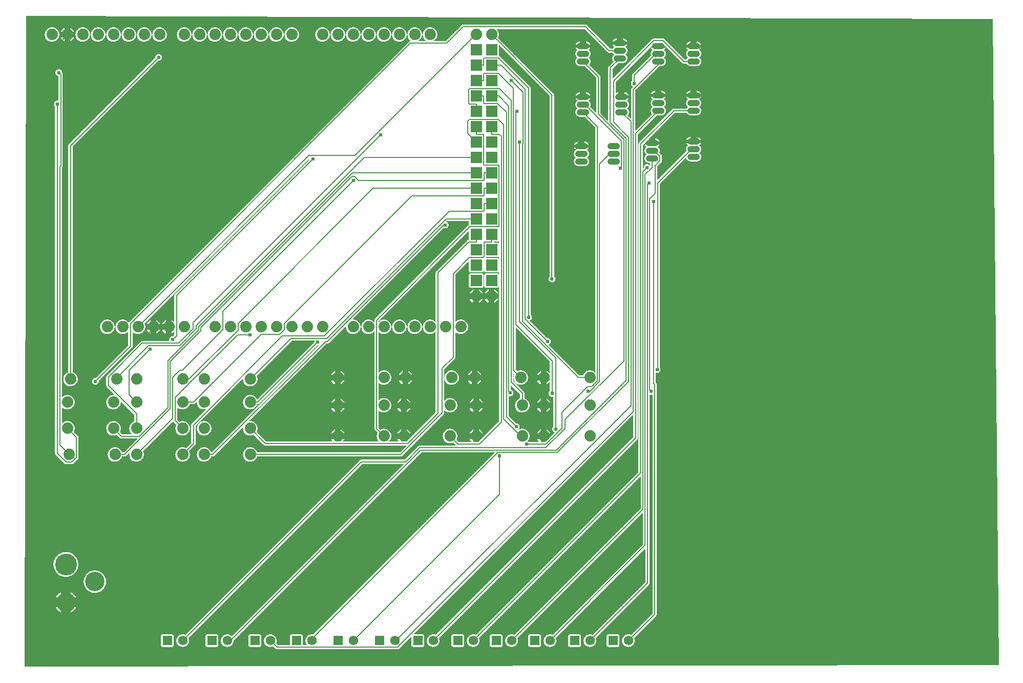
<source format=gbl>
G04 ---------------------------- Layer name :BOTTOM LAYER*
G04 EasyEDA v5.4.11, Sat, 12 May 2018 19:29:08 GMT*
G04 dca06a4066c74d719eec436680ae0180*
G04 Gerber Generator version 0.2*
G04 Scale: 100 percent, Rotated: No, Reflected: No *
G04 Dimensions in inches *
G04 leading zeros omitted , absolute positions ,2 integer and 4 decimal *
%FSLAX24Y24*%
%MOIN*%
G90*
G70D02*

%ADD11C,0.008000*%
%ADD12C,0.024000*%
%ADD14C,0.074000*%
%ADD15R,0.062000X0.062000*%
%ADD16C,0.062000*%
%ADD17C,0.141700*%
%ADD18C,0.126000*%
%ADD19R,0.074000X0.074000*%
%ADD20C,0.039370*%

%LPD*%
G36*
G01X300Y100D02*
G01X400Y42400D01*
G01X63300Y42200D01*
G01X63700Y200D01*
G01X300Y100D01*
G37*

%LPC*%
G36*
G01X2668Y41384D02*
G01X2915Y41384D01*
G01X2915Y41631D01*
G01X2906Y41628D01*
G01X2865Y41607D01*
G01X2825Y41581D01*
G01X2789Y41552D01*
G01X2755Y41519D01*
G01X2725Y41483D01*
G01X2698Y41445D01*
G01X2676Y41403D01*
G01X2668Y41384D01*
G37*
G36*
G01X38289Y1390D02*
G01X38910Y1390D01*
G01X38914Y1390D01*
G01X38918Y1390D01*
G01X38922Y1390D01*
G01X38926Y1391D01*
G01X38930Y1392D01*
G01X38934Y1393D01*
G01X38938Y1394D01*
G01X38942Y1395D01*
G01X38946Y1396D01*
G01X38950Y1398D01*
G01X38953Y1400D01*
G01X38957Y1402D01*
G01X38961Y1404D01*
G01X38964Y1406D01*
G01X38968Y1408D01*
G01X38971Y1411D01*
G01X38974Y1413D01*
G01X38977Y1416D01*
G01X38980Y1419D01*
G01X38983Y1422D01*
G01X38986Y1425D01*
G01X38988Y1428D01*
G01X38991Y1431D01*
G01X38993Y1435D01*
G01X38995Y1438D01*
G01X38997Y1442D01*
G01X38999Y1446D01*
G01X39001Y1449D01*
G01X39003Y1453D01*
G01X39004Y1457D01*
G01X39005Y1461D01*
G01X39006Y1465D01*
G01X39007Y1469D01*
G01X39008Y1473D01*
G01X39009Y1477D01*
G01X39009Y1481D01*
G01X39009Y1485D01*
G01X39010Y1490D01*
G01X39010Y2109D01*
G01X39009Y2114D01*
G01X39009Y2118D01*
G01X39009Y2122D01*
G01X39008Y2126D01*
G01X39007Y2130D01*
G01X39006Y2134D01*
G01X39005Y2138D01*
G01X39004Y2142D01*
G01X39003Y2146D01*
G01X39001Y2150D01*
G01X38999Y2153D01*
G01X38997Y2157D01*
G01X38995Y2161D01*
G01X38993Y2164D01*
G01X38991Y2168D01*
G01X38988Y2171D01*
G01X38986Y2174D01*
G01X38983Y2177D01*
G01X38980Y2180D01*
G01X38977Y2183D01*
G01X38974Y2186D01*
G01X38971Y2188D01*
G01X38968Y2191D01*
G01X38964Y2193D01*
G01X38961Y2195D01*
G01X38957Y2197D01*
G01X38953Y2199D01*
G01X38950Y2201D01*
G01X38946Y2203D01*
G01X38942Y2204D01*
G01X38938Y2205D01*
G01X38934Y2206D01*
G01X38930Y2207D01*
G01X38926Y2208D01*
G01X38922Y2209D01*
G01X38918Y2209D01*
G01X38914Y2209D01*
G01X38910Y2209D01*
G01X38289Y2209D01*
G01X38285Y2209D01*
G01X38281Y2209D01*
G01X38277Y2209D01*
G01X38273Y2208D01*
G01X38269Y2207D01*
G01X38265Y2206D01*
G01X38261Y2205D01*
G01X38257Y2204D01*
G01X38253Y2203D01*
G01X38249Y2201D01*
G01X38246Y2199D01*
G01X38242Y2197D01*
G01X38238Y2195D01*
G01X38235Y2193D01*
G01X38231Y2191D01*
G01X38228Y2188D01*
G01X38225Y2186D01*
G01X38222Y2183D01*
G01X38219Y2180D01*
G01X38216Y2177D01*
G01X38213Y2174D01*
G01X38211Y2171D01*
G01X38208Y2168D01*
G01X38206Y2164D01*
G01X38204Y2161D01*
G01X38202Y2157D01*
G01X38200Y2153D01*
G01X38198Y2150D01*
G01X38196Y2146D01*
G01X38195Y2142D01*
G01X38194Y2138D01*
G01X38193Y2134D01*
G01X38192Y2130D01*
G01X38191Y2126D01*
G01X38190Y2122D01*
G01X38190Y2118D01*
G01X38190Y2114D01*
G01X38189Y2109D01*
G01X38189Y1490D01*
G01X38190Y1485D01*
G01X38190Y1481D01*
G01X38190Y1477D01*
G01X38191Y1473D01*
G01X38192Y1469D01*
G01X38193Y1465D01*
G01X38194Y1461D01*
G01X38195Y1457D01*
G01X38196Y1453D01*
G01X38198Y1449D01*
G01X38200Y1446D01*
G01X38202Y1442D01*
G01X38204Y1438D01*
G01X38206Y1435D01*
G01X38208Y1431D01*
G01X38211Y1428D01*
G01X38213Y1425D01*
G01X38216Y1422D01*
G01X38219Y1419D01*
G01X38222Y1416D01*
G01X38225Y1413D01*
G01X38228Y1411D01*
G01X38231Y1408D01*
G01X38235Y1406D01*
G01X38238Y1404D01*
G01X38242Y1402D01*
G01X38246Y1400D01*
G01X38249Y1398D01*
G01X38253Y1396D01*
G01X38257Y1395D01*
G01X38261Y1394D01*
G01X38265Y1393D01*
G01X38269Y1392D01*
G01X38273Y1391D01*
G01X38277Y1390D01*
G01X38281Y1390D01*
G01X38285Y1390D01*
G01X38289Y1390D01*
G37*
G36*
G01X35789Y1390D02*
G01X36410Y1390D01*
G01X36414Y1390D01*
G01X36418Y1390D01*
G01X36422Y1390D01*
G01X36426Y1391D01*
G01X36430Y1392D01*
G01X36434Y1393D01*
G01X36438Y1394D01*
G01X36442Y1395D01*
G01X36446Y1396D01*
G01X36450Y1398D01*
G01X36453Y1400D01*
G01X36457Y1402D01*
G01X36461Y1404D01*
G01X36464Y1406D01*
G01X36468Y1408D01*
G01X36471Y1411D01*
G01X36474Y1413D01*
G01X36477Y1416D01*
G01X36480Y1419D01*
G01X36483Y1422D01*
G01X36486Y1425D01*
G01X36488Y1428D01*
G01X36491Y1431D01*
G01X36493Y1435D01*
G01X36495Y1438D01*
G01X36497Y1442D01*
G01X36499Y1446D01*
G01X36501Y1449D01*
G01X36503Y1453D01*
G01X36504Y1457D01*
G01X36505Y1461D01*
G01X36506Y1465D01*
G01X36507Y1469D01*
G01X36508Y1473D01*
G01X36509Y1477D01*
G01X36509Y1481D01*
G01X36509Y1485D01*
G01X36510Y1490D01*
G01X36510Y2109D01*
G01X36509Y2114D01*
G01X36509Y2118D01*
G01X36509Y2122D01*
G01X36508Y2126D01*
G01X36507Y2130D01*
G01X36506Y2134D01*
G01X36505Y2138D01*
G01X36504Y2142D01*
G01X36503Y2146D01*
G01X36501Y2150D01*
G01X36499Y2153D01*
G01X36497Y2157D01*
G01X36495Y2161D01*
G01X36493Y2164D01*
G01X36491Y2168D01*
G01X36488Y2171D01*
G01X36486Y2174D01*
G01X36483Y2177D01*
G01X36480Y2180D01*
G01X36477Y2183D01*
G01X36474Y2186D01*
G01X36471Y2188D01*
G01X36468Y2191D01*
G01X36464Y2193D01*
G01X36461Y2195D01*
G01X36457Y2197D01*
G01X36453Y2199D01*
G01X36450Y2201D01*
G01X36446Y2203D01*
G01X36442Y2204D01*
G01X36438Y2205D01*
G01X36434Y2206D01*
G01X36430Y2207D01*
G01X36426Y2208D01*
G01X36422Y2209D01*
G01X36418Y2209D01*
G01X36414Y2209D01*
G01X36410Y2209D01*
G01X35789Y2209D01*
G01X35785Y2209D01*
G01X35781Y2209D01*
G01X35777Y2209D01*
G01X35773Y2208D01*
G01X35769Y2207D01*
G01X35765Y2206D01*
G01X35761Y2205D01*
G01X35757Y2204D01*
G01X35753Y2203D01*
G01X35749Y2201D01*
G01X35746Y2199D01*
G01X35742Y2197D01*
G01X35738Y2195D01*
G01X35735Y2193D01*
G01X35731Y2191D01*
G01X35728Y2188D01*
G01X35725Y2186D01*
G01X35722Y2183D01*
G01X35719Y2180D01*
G01X35716Y2177D01*
G01X35713Y2174D01*
G01X35711Y2171D01*
G01X35708Y2168D01*
G01X35706Y2164D01*
G01X35704Y2161D01*
G01X35702Y2157D01*
G01X35700Y2153D01*
G01X35698Y2150D01*
G01X35696Y2146D01*
G01X35695Y2142D01*
G01X35694Y2138D01*
G01X35693Y2134D01*
G01X35692Y2130D01*
G01X35691Y2126D01*
G01X35690Y2122D01*
G01X35690Y2118D01*
G01X35690Y2114D01*
G01X35689Y2109D01*
G01X35689Y1490D01*
G01X35690Y1485D01*
G01X35690Y1481D01*
G01X35690Y1477D01*
G01X35691Y1473D01*
G01X35692Y1469D01*
G01X35693Y1465D01*
G01X35694Y1461D01*
G01X35695Y1457D01*
G01X35696Y1453D01*
G01X35698Y1449D01*
G01X35700Y1446D01*
G01X35702Y1442D01*
G01X35704Y1438D01*
G01X35706Y1435D01*
G01X35708Y1431D01*
G01X35711Y1428D01*
G01X35713Y1425D01*
G01X35716Y1422D01*
G01X35719Y1419D01*
G01X35722Y1416D01*
G01X35725Y1413D01*
G01X35728Y1411D01*
G01X35731Y1408D01*
G01X35735Y1406D01*
G01X35738Y1404D01*
G01X35742Y1402D01*
G01X35746Y1400D01*
G01X35749Y1398D01*
G01X35753Y1396D01*
G01X35757Y1395D01*
G01X35761Y1394D01*
G01X35765Y1393D01*
G01X35769Y1392D01*
G01X35773Y1391D01*
G01X35777Y1390D01*
G01X35781Y1390D01*
G01X35785Y1390D01*
G01X35789Y1390D01*
G37*
G36*
G01X33189Y1390D02*
G01X33810Y1390D01*
G01X33814Y1390D01*
G01X33818Y1390D01*
G01X33822Y1390D01*
G01X33826Y1391D01*
G01X33830Y1392D01*
G01X33834Y1393D01*
G01X33838Y1394D01*
G01X33842Y1395D01*
G01X33846Y1396D01*
G01X33850Y1398D01*
G01X33853Y1400D01*
G01X33857Y1402D01*
G01X33861Y1404D01*
G01X33864Y1406D01*
G01X33868Y1408D01*
G01X33871Y1411D01*
G01X33874Y1413D01*
G01X33877Y1416D01*
G01X33880Y1419D01*
G01X33883Y1422D01*
G01X33886Y1425D01*
G01X33888Y1428D01*
G01X33891Y1431D01*
G01X33893Y1435D01*
G01X33895Y1438D01*
G01X33897Y1442D01*
G01X33899Y1446D01*
G01X33901Y1449D01*
G01X33903Y1453D01*
G01X33904Y1457D01*
G01X33905Y1461D01*
G01X33906Y1465D01*
G01X33907Y1469D01*
G01X33908Y1473D01*
G01X33909Y1477D01*
G01X33909Y1481D01*
G01X33909Y1485D01*
G01X33910Y1490D01*
G01X33910Y2109D01*
G01X33909Y2114D01*
G01X33909Y2118D01*
G01X33909Y2122D01*
G01X33908Y2126D01*
G01X33907Y2130D01*
G01X33906Y2134D01*
G01X33905Y2138D01*
G01X33904Y2142D01*
G01X33903Y2146D01*
G01X33901Y2150D01*
G01X33899Y2153D01*
G01X33897Y2157D01*
G01X33895Y2161D01*
G01X33893Y2164D01*
G01X33891Y2168D01*
G01X33888Y2171D01*
G01X33886Y2174D01*
G01X33883Y2177D01*
G01X33880Y2180D01*
G01X33877Y2183D01*
G01X33874Y2186D01*
G01X33871Y2188D01*
G01X33868Y2191D01*
G01X33864Y2193D01*
G01X33861Y2195D01*
G01X33857Y2197D01*
G01X33853Y2199D01*
G01X33850Y2201D01*
G01X33846Y2203D01*
G01X33842Y2204D01*
G01X33838Y2205D01*
G01X33834Y2206D01*
G01X33830Y2207D01*
G01X33826Y2208D01*
G01X33822Y2209D01*
G01X33818Y2209D01*
G01X33814Y2209D01*
G01X33810Y2209D01*
G01X33189Y2209D01*
G01X33185Y2209D01*
G01X33181Y2209D01*
G01X33177Y2209D01*
G01X33173Y2208D01*
G01X33169Y2207D01*
G01X33165Y2206D01*
G01X33161Y2205D01*
G01X33157Y2204D01*
G01X33153Y2203D01*
G01X33149Y2201D01*
G01X33146Y2199D01*
G01X33142Y2197D01*
G01X33138Y2195D01*
G01X33135Y2193D01*
G01X33131Y2191D01*
G01X33128Y2188D01*
G01X33125Y2186D01*
G01X33122Y2183D01*
G01X33119Y2180D01*
G01X33116Y2177D01*
G01X33113Y2174D01*
G01X33111Y2171D01*
G01X33108Y2168D01*
G01X33106Y2164D01*
G01X33104Y2161D01*
G01X33102Y2157D01*
G01X33100Y2153D01*
G01X33098Y2150D01*
G01X33096Y2146D01*
G01X33095Y2142D01*
G01X33094Y2138D01*
G01X33093Y2134D01*
G01X33092Y2130D01*
G01X33091Y2126D01*
G01X33090Y2122D01*
G01X33090Y2118D01*
G01X33090Y2114D01*
G01X33089Y2109D01*
G01X33089Y1490D01*
G01X33090Y1485D01*
G01X33090Y1481D01*
G01X33090Y1477D01*
G01X33091Y1473D01*
G01X33092Y1469D01*
G01X33093Y1465D01*
G01X33094Y1461D01*
G01X33095Y1457D01*
G01X33096Y1453D01*
G01X33098Y1449D01*
G01X33100Y1446D01*
G01X33102Y1442D01*
G01X33104Y1438D01*
G01X33106Y1435D01*
G01X33108Y1431D01*
G01X33111Y1428D01*
G01X33113Y1425D01*
G01X33116Y1422D01*
G01X33119Y1419D01*
G01X33122Y1416D01*
G01X33125Y1413D01*
G01X33128Y1411D01*
G01X33131Y1408D01*
G01X33135Y1406D01*
G01X33138Y1404D01*
G01X33142Y1402D01*
G01X33146Y1400D01*
G01X33149Y1398D01*
G01X33153Y1396D01*
G01X33157Y1395D01*
G01X33161Y1394D01*
G01X33165Y1393D01*
G01X33169Y1392D01*
G01X33173Y1391D01*
G01X33177Y1390D01*
G01X33181Y1390D01*
G01X33185Y1390D01*
G01X33189Y1390D01*
G37*
G36*
G01X30689Y1390D02*
G01X31310Y1390D01*
G01X31314Y1390D01*
G01X31318Y1390D01*
G01X31322Y1390D01*
G01X31326Y1391D01*
G01X31330Y1392D01*
G01X31334Y1393D01*
G01X31338Y1394D01*
G01X31342Y1395D01*
G01X31346Y1396D01*
G01X31350Y1398D01*
G01X31353Y1400D01*
G01X31357Y1402D01*
G01X31361Y1404D01*
G01X31364Y1406D01*
G01X31368Y1408D01*
G01X31371Y1411D01*
G01X31374Y1413D01*
G01X31377Y1416D01*
G01X31380Y1419D01*
G01X31383Y1422D01*
G01X31386Y1425D01*
G01X31388Y1428D01*
G01X31391Y1431D01*
G01X31393Y1435D01*
G01X31395Y1438D01*
G01X31397Y1442D01*
G01X31399Y1446D01*
G01X31401Y1449D01*
G01X31403Y1453D01*
G01X31404Y1457D01*
G01X31405Y1461D01*
G01X31406Y1465D01*
G01X31407Y1469D01*
G01X31408Y1473D01*
G01X31409Y1477D01*
G01X31409Y1481D01*
G01X31409Y1485D01*
G01X31410Y1490D01*
G01X31410Y2109D01*
G01X31409Y2114D01*
G01X31409Y2118D01*
G01X31409Y2122D01*
G01X31408Y2126D01*
G01X31407Y2130D01*
G01X31406Y2134D01*
G01X31405Y2138D01*
G01X31404Y2142D01*
G01X31403Y2146D01*
G01X31401Y2150D01*
G01X31399Y2153D01*
G01X31397Y2157D01*
G01X31395Y2161D01*
G01X31393Y2164D01*
G01X31391Y2168D01*
G01X31388Y2171D01*
G01X31386Y2174D01*
G01X31383Y2177D01*
G01X31380Y2180D01*
G01X31377Y2183D01*
G01X31374Y2186D01*
G01X31371Y2188D01*
G01X31368Y2191D01*
G01X31364Y2193D01*
G01X31361Y2195D01*
G01X31357Y2197D01*
G01X31353Y2199D01*
G01X31350Y2201D01*
G01X31346Y2203D01*
G01X31342Y2204D01*
G01X31338Y2205D01*
G01X31334Y2206D01*
G01X31330Y2207D01*
G01X31326Y2208D01*
G01X31322Y2209D01*
G01X31318Y2209D01*
G01X31314Y2209D01*
G01X31310Y2209D01*
G01X30689Y2209D01*
G01X30685Y2209D01*
G01X30681Y2209D01*
G01X30677Y2209D01*
G01X30673Y2208D01*
G01X30669Y2207D01*
G01X30665Y2206D01*
G01X30661Y2205D01*
G01X30657Y2204D01*
G01X30653Y2203D01*
G01X30649Y2201D01*
G01X30646Y2199D01*
G01X30642Y2197D01*
G01X30638Y2195D01*
G01X30635Y2193D01*
G01X30631Y2191D01*
G01X30628Y2188D01*
G01X30625Y2186D01*
G01X30622Y2183D01*
G01X30619Y2180D01*
G01X30616Y2177D01*
G01X30613Y2174D01*
G01X30611Y2171D01*
G01X30608Y2168D01*
G01X30606Y2164D01*
G01X30604Y2161D01*
G01X30602Y2157D01*
G01X30600Y2153D01*
G01X30598Y2150D01*
G01X30596Y2146D01*
G01X30595Y2142D01*
G01X30594Y2138D01*
G01X30593Y2134D01*
G01X30592Y2130D01*
G01X30591Y2126D01*
G01X30590Y2122D01*
G01X30590Y2118D01*
G01X30590Y2114D01*
G01X30589Y2109D01*
G01X30589Y1490D01*
G01X30590Y1485D01*
G01X30590Y1481D01*
G01X30590Y1477D01*
G01X30591Y1473D01*
G01X30592Y1469D01*
G01X30593Y1465D01*
G01X30594Y1461D01*
G01X30595Y1457D01*
G01X30596Y1453D01*
G01X30598Y1449D01*
G01X30600Y1446D01*
G01X30602Y1442D01*
G01X30604Y1438D01*
G01X30606Y1435D01*
G01X30608Y1431D01*
G01X30611Y1428D01*
G01X30613Y1425D01*
G01X30616Y1422D01*
G01X30619Y1419D01*
G01X30622Y1416D01*
G01X30625Y1413D01*
G01X30628Y1411D01*
G01X30631Y1408D01*
G01X30635Y1406D01*
G01X30638Y1404D01*
G01X30642Y1402D01*
G01X30646Y1400D01*
G01X30649Y1398D01*
G01X30653Y1396D01*
G01X30657Y1395D01*
G01X30661Y1394D01*
G01X30665Y1393D01*
G01X30669Y1392D01*
G01X30673Y1391D01*
G01X30677Y1390D01*
G01X30681Y1390D01*
G01X30685Y1390D01*
G01X30689Y1390D01*
G37*
G36*
G01X28189Y1390D02*
G01X28810Y1390D01*
G01X28814Y1390D01*
G01X28818Y1390D01*
G01X28822Y1390D01*
G01X28826Y1391D01*
G01X28830Y1392D01*
G01X28834Y1393D01*
G01X28838Y1394D01*
G01X28842Y1395D01*
G01X28846Y1396D01*
G01X28850Y1398D01*
G01X28853Y1400D01*
G01X28857Y1402D01*
G01X28861Y1404D01*
G01X28864Y1406D01*
G01X28868Y1408D01*
G01X28871Y1411D01*
G01X28874Y1413D01*
G01X28877Y1416D01*
G01X28880Y1419D01*
G01X28883Y1422D01*
G01X28886Y1425D01*
G01X28888Y1428D01*
G01X28891Y1431D01*
G01X28893Y1435D01*
G01X28895Y1438D01*
G01X28897Y1442D01*
G01X28899Y1446D01*
G01X28901Y1449D01*
G01X28903Y1453D01*
G01X28904Y1457D01*
G01X28905Y1461D01*
G01X28906Y1465D01*
G01X28907Y1469D01*
G01X28908Y1473D01*
G01X28909Y1477D01*
G01X28909Y1481D01*
G01X28909Y1485D01*
G01X28910Y1490D01*
G01X28910Y2109D01*
G01X28909Y2114D01*
G01X28909Y2118D01*
G01X28909Y2122D01*
G01X28908Y2126D01*
G01X28907Y2130D01*
G01X28906Y2134D01*
G01X28905Y2138D01*
G01X28904Y2142D01*
G01X28903Y2146D01*
G01X28901Y2150D01*
G01X28899Y2153D01*
G01X28897Y2157D01*
G01X28895Y2161D01*
G01X28893Y2164D01*
G01X28891Y2168D01*
G01X28888Y2171D01*
G01X28886Y2174D01*
G01X28883Y2177D01*
G01X28880Y2180D01*
G01X28877Y2183D01*
G01X28874Y2186D01*
G01X28871Y2188D01*
G01X28868Y2191D01*
G01X28864Y2193D01*
G01X28861Y2195D01*
G01X28857Y2197D01*
G01X28853Y2199D01*
G01X28850Y2201D01*
G01X28846Y2203D01*
G01X28842Y2204D01*
G01X28838Y2205D01*
G01X28834Y2206D01*
G01X28830Y2207D01*
G01X28826Y2208D01*
G01X28822Y2209D01*
G01X28818Y2209D01*
G01X28814Y2209D01*
G01X28810Y2209D01*
G01X28189Y2209D01*
G01X28185Y2209D01*
G01X28181Y2209D01*
G01X28177Y2209D01*
G01X28173Y2208D01*
G01X28169Y2207D01*
G01X28165Y2206D01*
G01X28161Y2205D01*
G01X28157Y2204D01*
G01X28153Y2203D01*
G01X28149Y2201D01*
G01X28146Y2199D01*
G01X28142Y2197D01*
G01X28138Y2195D01*
G01X28135Y2193D01*
G01X28131Y2191D01*
G01X28128Y2188D01*
G01X28125Y2186D01*
G01X28122Y2183D01*
G01X28119Y2180D01*
G01X28116Y2177D01*
G01X28113Y2174D01*
G01X28111Y2171D01*
G01X28108Y2168D01*
G01X28106Y2164D01*
G01X28104Y2161D01*
G01X28102Y2157D01*
G01X28100Y2153D01*
G01X28098Y2150D01*
G01X28096Y2146D01*
G01X28095Y2142D01*
G01X28094Y2138D01*
G01X28093Y2134D01*
G01X28092Y2130D01*
G01X28091Y2126D01*
G01X28090Y2122D01*
G01X28090Y2118D01*
G01X28090Y2114D01*
G01X28089Y2109D01*
G01X28089Y1490D01*
G01X28090Y1485D01*
G01X28090Y1481D01*
G01X28090Y1477D01*
G01X28091Y1473D01*
G01X28092Y1469D01*
G01X28093Y1465D01*
G01X28094Y1461D01*
G01X28095Y1457D01*
G01X28096Y1453D01*
G01X28098Y1449D01*
G01X28100Y1446D01*
G01X28102Y1442D01*
G01X28104Y1438D01*
G01X28106Y1435D01*
G01X28108Y1431D01*
G01X28111Y1428D01*
G01X28113Y1425D01*
G01X28116Y1422D01*
G01X28119Y1419D01*
G01X28122Y1416D01*
G01X28125Y1413D01*
G01X28128Y1411D01*
G01X28131Y1408D01*
G01X28135Y1406D01*
G01X28138Y1404D01*
G01X28142Y1402D01*
G01X28146Y1400D01*
G01X28149Y1398D01*
G01X28153Y1396D01*
G01X28157Y1395D01*
G01X28161Y1394D01*
G01X28165Y1393D01*
G01X28169Y1392D01*
G01X28173Y1391D01*
G01X28177Y1390D01*
G01X28181Y1390D01*
G01X28185Y1390D01*
G01X28189Y1390D01*
G37*
G36*
G01X3284Y41384D02*
G01X3531Y41384D01*
G01X3512Y41424D01*
G01X3488Y41464D01*
G01X3460Y41502D01*
G01X3428Y41536D01*
G01X3393Y41567D01*
G01X3355Y41594D01*
G01X3314Y41618D01*
G01X3284Y41631D01*
G01X3284Y41384D01*
G37*
G36*
G01X14989Y1390D02*
G01X15610Y1390D01*
G01X15614Y1390D01*
G01X15618Y1390D01*
G01X15622Y1390D01*
G01X15626Y1391D01*
G01X15630Y1392D01*
G01X15634Y1393D01*
G01X15638Y1394D01*
G01X15642Y1395D01*
G01X15646Y1396D01*
G01X15650Y1398D01*
G01X15653Y1400D01*
G01X15657Y1402D01*
G01X15661Y1404D01*
G01X15664Y1406D01*
G01X15668Y1408D01*
G01X15671Y1411D01*
G01X15674Y1413D01*
G01X15677Y1416D01*
G01X15680Y1419D01*
G01X15683Y1422D01*
G01X15686Y1425D01*
G01X15688Y1428D01*
G01X15691Y1431D01*
G01X15693Y1435D01*
G01X15695Y1438D01*
G01X15697Y1442D01*
G01X15699Y1446D01*
G01X15701Y1449D01*
G01X15703Y1453D01*
G01X15704Y1457D01*
G01X15705Y1461D01*
G01X15706Y1465D01*
G01X15707Y1469D01*
G01X15708Y1473D01*
G01X15709Y1477D01*
G01X15709Y1481D01*
G01X15709Y1485D01*
G01X15710Y1490D01*
G01X15710Y2109D01*
G01X15709Y2114D01*
G01X15709Y2118D01*
G01X15709Y2122D01*
G01X15708Y2126D01*
G01X15707Y2130D01*
G01X15706Y2134D01*
G01X15705Y2138D01*
G01X15704Y2142D01*
G01X15703Y2146D01*
G01X15701Y2150D01*
G01X15699Y2153D01*
G01X15697Y2157D01*
G01X15695Y2161D01*
G01X15693Y2164D01*
G01X15691Y2168D01*
G01X15688Y2171D01*
G01X15686Y2174D01*
G01X15683Y2177D01*
G01X15680Y2180D01*
G01X15677Y2183D01*
G01X15674Y2186D01*
G01X15671Y2188D01*
G01X15668Y2191D01*
G01X15664Y2193D01*
G01X15661Y2195D01*
G01X15657Y2197D01*
G01X15653Y2199D01*
G01X15650Y2201D01*
G01X15646Y2203D01*
G01X15642Y2204D01*
G01X15638Y2205D01*
G01X15634Y2206D01*
G01X15630Y2207D01*
G01X15626Y2208D01*
G01X15622Y2209D01*
G01X15618Y2209D01*
G01X15614Y2209D01*
G01X15610Y2209D01*
G01X14989Y2209D01*
G01X14985Y2209D01*
G01X14981Y2209D01*
G01X14977Y2209D01*
G01X14973Y2208D01*
G01X14969Y2207D01*
G01X14965Y2206D01*
G01X14961Y2205D01*
G01X14957Y2204D01*
G01X14953Y2203D01*
G01X14949Y2201D01*
G01X14946Y2199D01*
G01X14942Y2197D01*
G01X14938Y2195D01*
G01X14935Y2193D01*
G01X14931Y2191D01*
G01X14928Y2188D01*
G01X14925Y2186D01*
G01X14922Y2183D01*
G01X14919Y2180D01*
G01X14916Y2177D01*
G01X14913Y2174D01*
G01X14911Y2171D01*
G01X14908Y2168D01*
G01X14906Y2164D01*
G01X14904Y2161D01*
G01X14902Y2157D01*
G01X14900Y2153D01*
G01X14898Y2150D01*
G01X14896Y2146D01*
G01X14895Y2142D01*
G01X14894Y2138D01*
G01X14893Y2134D01*
G01X14892Y2130D01*
G01X14891Y2126D01*
G01X14890Y2122D01*
G01X14890Y2118D01*
G01X14890Y2114D01*
G01X14889Y2109D01*
G01X14889Y1490D01*
G01X14890Y1485D01*
G01X14890Y1481D01*
G01X14890Y1477D01*
G01X14891Y1473D01*
G01X14892Y1469D01*
G01X14893Y1465D01*
G01X14894Y1461D01*
G01X14895Y1457D01*
G01X14896Y1453D01*
G01X14898Y1449D01*
G01X14900Y1446D01*
G01X14902Y1442D01*
G01X14904Y1438D01*
G01X14906Y1435D01*
G01X14908Y1431D01*
G01X14911Y1428D01*
G01X14913Y1425D01*
G01X14916Y1422D01*
G01X14919Y1419D01*
G01X14922Y1416D01*
G01X14925Y1413D01*
G01X14928Y1411D01*
G01X14931Y1408D01*
G01X14935Y1406D01*
G01X14938Y1404D01*
G01X14942Y1402D01*
G01X14946Y1400D01*
G01X14949Y1398D01*
G01X14953Y1396D01*
G01X14957Y1395D01*
G01X14961Y1394D01*
G01X14965Y1393D01*
G01X14969Y1392D01*
G01X14973Y1391D01*
G01X14977Y1390D01*
G01X14981Y1390D01*
G01X14985Y1390D01*
G01X14989Y1390D01*
G37*
G36*
G01X12189Y1390D02*
G01X12810Y1390D01*
G01X12814Y1390D01*
G01X12818Y1390D01*
G01X12822Y1390D01*
G01X12826Y1391D01*
G01X12830Y1392D01*
G01X12834Y1393D01*
G01X12838Y1394D01*
G01X12842Y1395D01*
G01X12846Y1396D01*
G01X12850Y1398D01*
G01X12853Y1400D01*
G01X12857Y1402D01*
G01X12861Y1404D01*
G01X12864Y1406D01*
G01X12868Y1408D01*
G01X12871Y1411D01*
G01X12874Y1413D01*
G01X12877Y1416D01*
G01X12880Y1419D01*
G01X12883Y1422D01*
G01X12886Y1425D01*
G01X12888Y1428D01*
G01X12891Y1431D01*
G01X12893Y1435D01*
G01X12895Y1438D01*
G01X12897Y1442D01*
G01X12899Y1446D01*
G01X12901Y1449D01*
G01X12903Y1453D01*
G01X12904Y1457D01*
G01X12905Y1461D01*
G01X12906Y1465D01*
G01X12907Y1469D01*
G01X12908Y1473D01*
G01X12909Y1477D01*
G01X12909Y1481D01*
G01X12909Y1485D01*
G01X12910Y1490D01*
G01X12910Y2109D01*
G01X12909Y2114D01*
G01X12909Y2118D01*
G01X12909Y2122D01*
G01X12908Y2126D01*
G01X12907Y2130D01*
G01X12906Y2134D01*
G01X12905Y2138D01*
G01X12904Y2142D01*
G01X12903Y2146D01*
G01X12901Y2150D01*
G01X12899Y2153D01*
G01X12897Y2157D01*
G01X12895Y2161D01*
G01X12893Y2164D01*
G01X12891Y2168D01*
G01X12888Y2171D01*
G01X12886Y2174D01*
G01X12883Y2177D01*
G01X12880Y2180D01*
G01X12877Y2183D01*
G01X12874Y2186D01*
G01X12871Y2188D01*
G01X12868Y2191D01*
G01X12864Y2193D01*
G01X12861Y2195D01*
G01X12857Y2197D01*
G01X12853Y2199D01*
G01X12850Y2201D01*
G01X12846Y2203D01*
G01X12842Y2204D01*
G01X12838Y2205D01*
G01X12834Y2206D01*
G01X12830Y2207D01*
G01X12826Y2208D01*
G01X12822Y2209D01*
G01X12818Y2209D01*
G01X12814Y2209D01*
G01X12810Y2209D01*
G01X12189Y2209D01*
G01X12185Y2209D01*
G01X12181Y2209D01*
G01X12177Y2209D01*
G01X12173Y2208D01*
G01X12169Y2207D01*
G01X12165Y2206D01*
G01X12161Y2205D01*
G01X12157Y2204D01*
G01X12153Y2203D01*
G01X12149Y2201D01*
G01X12146Y2199D01*
G01X12142Y2197D01*
G01X12138Y2195D01*
G01X12135Y2193D01*
G01X12131Y2191D01*
G01X12128Y2188D01*
G01X12125Y2186D01*
G01X12122Y2183D01*
G01X12119Y2180D01*
G01X12116Y2177D01*
G01X12113Y2174D01*
G01X12111Y2171D01*
G01X12108Y2168D01*
G01X12106Y2164D01*
G01X12104Y2161D01*
G01X12102Y2157D01*
G01X12100Y2153D01*
G01X12098Y2150D01*
G01X12096Y2146D01*
G01X12095Y2142D01*
G01X12094Y2138D01*
G01X12093Y2134D01*
G01X12092Y2130D01*
G01X12091Y2126D01*
G01X12090Y2122D01*
G01X12090Y2118D01*
G01X12090Y2114D01*
G01X12089Y2109D01*
G01X12089Y1490D01*
G01X12090Y1485D01*
G01X12090Y1481D01*
G01X12090Y1477D01*
G01X12091Y1473D01*
G01X12092Y1469D01*
G01X12093Y1465D01*
G01X12094Y1461D01*
G01X12095Y1457D01*
G01X12096Y1453D01*
G01X12098Y1449D01*
G01X12100Y1446D01*
G01X12102Y1442D01*
G01X12104Y1438D01*
G01X12106Y1435D01*
G01X12108Y1431D01*
G01X12111Y1428D01*
G01X12113Y1425D01*
G01X12116Y1422D01*
G01X12119Y1419D01*
G01X12122Y1416D01*
G01X12125Y1413D01*
G01X12128Y1411D01*
G01X12131Y1408D01*
G01X12135Y1406D01*
G01X12138Y1404D01*
G01X12142Y1402D01*
G01X12146Y1400D01*
G01X12149Y1398D01*
G01X12153Y1396D01*
G01X12157Y1395D01*
G01X12161Y1394D01*
G01X12165Y1393D01*
G01X12169Y1392D01*
G01X12173Y1391D01*
G01X12177Y1390D01*
G01X12181Y1390D01*
G01X12185Y1390D01*
G01X12189Y1390D01*
G37*
G36*
G01X9289Y1390D02*
G01X9910Y1390D01*
G01X9914Y1390D01*
G01X9918Y1390D01*
G01X9922Y1390D01*
G01X9926Y1391D01*
G01X9930Y1392D01*
G01X9934Y1393D01*
G01X9938Y1394D01*
G01X9942Y1395D01*
G01X9946Y1396D01*
G01X9950Y1398D01*
G01X9953Y1400D01*
G01X9957Y1402D01*
G01X9961Y1404D01*
G01X9964Y1406D01*
G01X9968Y1408D01*
G01X9971Y1411D01*
G01X9974Y1413D01*
G01X9977Y1416D01*
G01X9980Y1419D01*
G01X9983Y1422D01*
G01X9986Y1425D01*
G01X9988Y1428D01*
G01X9991Y1431D01*
G01X9993Y1435D01*
G01X9995Y1438D01*
G01X9997Y1442D01*
G01X9999Y1446D01*
G01X10001Y1449D01*
G01X10003Y1453D01*
G01X10004Y1457D01*
G01X10005Y1461D01*
G01X10006Y1465D01*
G01X10007Y1469D01*
G01X10008Y1473D01*
G01X10009Y1477D01*
G01X10009Y1481D01*
G01X10009Y1485D01*
G01X10010Y1490D01*
G01X10010Y2109D01*
G01X10009Y2114D01*
G01X10009Y2118D01*
G01X10009Y2122D01*
G01X10008Y2126D01*
G01X10007Y2130D01*
G01X10006Y2134D01*
G01X10005Y2138D01*
G01X10004Y2142D01*
G01X10003Y2146D01*
G01X10001Y2150D01*
G01X9999Y2153D01*
G01X9997Y2157D01*
G01X9995Y2161D01*
G01X9993Y2164D01*
G01X9991Y2168D01*
G01X9988Y2171D01*
G01X9986Y2174D01*
G01X9983Y2177D01*
G01X9980Y2180D01*
G01X9977Y2183D01*
G01X9974Y2186D01*
G01X9971Y2188D01*
G01X9968Y2191D01*
G01X9964Y2193D01*
G01X9961Y2195D01*
G01X9957Y2197D01*
G01X9953Y2199D01*
G01X9950Y2201D01*
G01X9946Y2203D01*
G01X9942Y2204D01*
G01X9938Y2205D01*
G01X9934Y2206D01*
G01X9930Y2207D01*
G01X9926Y2208D01*
G01X9922Y2209D01*
G01X9918Y2209D01*
G01X9914Y2209D01*
G01X9910Y2209D01*
G01X9289Y2209D01*
G01X9285Y2209D01*
G01X9281Y2209D01*
G01X9277Y2209D01*
G01X9273Y2208D01*
G01X9269Y2207D01*
G01X9265Y2206D01*
G01X9261Y2205D01*
G01X9257Y2204D01*
G01X9253Y2203D01*
G01X9249Y2201D01*
G01X9246Y2199D01*
G01X9242Y2197D01*
G01X9238Y2195D01*
G01X9235Y2193D01*
G01X9231Y2191D01*
G01X9228Y2188D01*
G01X9225Y2186D01*
G01X9222Y2183D01*
G01X9219Y2180D01*
G01X9216Y2177D01*
G01X9213Y2174D01*
G01X9211Y2171D01*
G01X9208Y2168D01*
G01X9206Y2164D01*
G01X9204Y2161D01*
G01X9202Y2157D01*
G01X9200Y2153D01*
G01X9198Y2150D01*
G01X9196Y2146D01*
G01X9195Y2142D01*
G01X9194Y2138D01*
G01X9193Y2134D01*
G01X9192Y2130D01*
G01X9191Y2126D01*
G01X9190Y2122D01*
G01X9190Y2118D01*
G01X9190Y2114D01*
G01X9189Y2109D01*
G01X9189Y1490D01*
G01X9190Y1485D01*
G01X9190Y1481D01*
G01X9190Y1477D01*
G01X9191Y1473D01*
G01X9192Y1469D01*
G01X9193Y1465D01*
G01X9194Y1461D01*
G01X9195Y1457D01*
G01X9196Y1453D01*
G01X9198Y1449D01*
G01X9200Y1446D01*
G01X9202Y1442D01*
G01X9204Y1438D01*
G01X9206Y1435D01*
G01X9208Y1431D01*
G01X9211Y1428D01*
G01X9213Y1425D01*
G01X9216Y1422D01*
G01X9219Y1419D01*
G01X9222Y1416D01*
G01X9225Y1413D01*
G01X9228Y1411D01*
G01X9231Y1408D01*
G01X9235Y1406D01*
G01X9238Y1404D01*
G01X9242Y1402D01*
G01X9246Y1400D01*
G01X9249Y1398D01*
G01X9253Y1396D01*
G01X9257Y1395D01*
G01X9261Y1394D01*
G01X9265Y1393D01*
G01X9269Y1392D01*
G01X9273Y1391D01*
G01X9277Y1390D01*
G01X9281Y1390D01*
G01X9285Y1390D01*
G01X9289Y1390D01*
G37*
G36*
G01X29489Y1390D02*
G01X29530Y1391D01*
G01X29571Y1396D01*
G01X29611Y1405D01*
G01X29649Y1418D01*
G01X29687Y1435D01*
G01X29722Y1455D01*
G01X29755Y1479D01*
G01X29786Y1506D01*
G01X29814Y1536D01*
G01X29838Y1569D01*
G01X29860Y1603D01*
G01X29877Y1640D01*
G01X29891Y1679D01*
G01X29901Y1718D01*
G01X29907Y1759D01*
G01X29910Y1800D01*
G01X29907Y1840D01*
G01X29901Y1881D01*
G01X29891Y1920D01*
G01X29877Y1959D01*
G01X29871Y1973D01*
G01X40405Y12506D01*
G01X40405Y10402D01*
G01X32173Y2171D01*
G01X32149Y2181D01*
G01X32111Y2194D01*
G01X32071Y2203D01*
G01X32030Y2208D01*
G01X31989Y2209D01*
G01X31949Y2206D01*
G01X31908Y2199D01*
G01X31869Y2188D01*
G01X31831Y2173D01*
G01X31794Y2155D01*
G01X31760Y2132D01*
G01X31728Y2107D01*
G01X31699Y2078D01*
G01X31673Y2047D01*
G01X31650Y2013D01*
G01X31630Y1977D01*
G01X31614Y1940D01*
G01X31602Y1901D01*
G01X31594Y1861D01*
G01X31590Y1820D01*
G01X31590Y1779D01*
G01X31594Y1738D01*
G01X31602Y1698D01*
G01X31614Y1659D01*
G01X31630Y1622D01*
G01X31650Y1586D01*
G01X31673Y1552D01*
G01X31699Y1521D01*
G01X31728Y1492D01*
G01X31760Y1467D01*
G01X31794Y1444D01*
G01X31831Y1426D01*
G01X31869Y1411D01*
G01X31908Y1400D01*
G01X31949Y1393D01*
G01X31989Y1390D01*
G01X32030Y1391D01*
G01X32071Y1396D01*
G01X32111Y1405D01*
G01X32149Y1418D01*
G01X32187Y1435D01*
G01X32222Y1455D01*
G01X32255Y1479D01*
G01X32286Y1506D01*
G01X32314Y1536D01*
G01X32338Y1569D01*
G01X32360Y1603D01*
G01X32377Y1640D01*
G01X32391Y1679D01*
G01X32401Y1718D01*
G01X32407Y1759D01*
G01X32410Y1800D01*
G01X32407Y1840D01*
G01X32401Y1881D01*
G01X32391Y1920D01*
G01X32377Y1959D01*
G01X32371Y1973D01*
G01X40556Y10158D01*
G01X40556Y8053D01*
G01X34673Y2171D01*
G01X34649Y2181D01*
G01X34611Y2194D01*
G01X34571Y2203D01*
G01X34530Y2208D01*
G01X34489Y2209D01*
G01X34449Y2206D01*
G01X34408Y2199D01*
G01X34369Y2188D01*
G01X34331Y2173D01*
G01X34294Y2155D01*
G01X34260Y2132D01*
G01X34228Y2107D01*
G01X34199Y2078D01*
G01X34173Y2047D01*
G01X34150Y2013D01*
G01X34130Y1977D01*
G01X34114Y1940D01*
G01X34102Y1901D01*
G01X34094Y1861D01*
G01X34090Y1820D01*
G01X34090Y1779D01*
G01X34094Y1738D01*
G01X34102Y1698D01*
G01X34114Y1659D01*
G01X34130Y1622D01*
G01X34150Y1586D01*
G01X34173Y1552D01*
G01X34199Y1521D01*
G01X34228Y1492D01*
G01X34260Y1467D01*
G01X34294Y1444D01*
G01X34331Y1426D01*
G01X34369Y1411D01*
G01X34408Y1400D01*
G01X34449Y1393D01*
G01X34489Y1390D01*
G01X34530Y1391D01*
G01X34571Y1396D01*
G01X34611Y1405D01*
G01X34649Y1418D01*
G01X34687Y1435D01*
G01X34722Y1455D01*
G01X34755Y1479D01*
G01X34786Y1506D01*
G01X34814Y1536D01*
G01X34838Y1569D01*
G01X34860Y1603D01*
G01X34877Y1640D01*
G01X34891Y1679D01*
G01X34901Y1718D01*
G01X34907Y1759D01*
G01X34910Y1800D01*
G01X34907Y1840D01*
G01X34901Y1881D01*
G01X34891Y1920D01*
G01X34877Y1959D01*
G01X34871Y1973D01*
G01X40706Y7809D01*
G01X40706Y5604D01*
G01X37273Y2171D01*
G01X37249Y2181D01*
G01X37211Y2194D01*
G01X37171Y2203D01*
G01X37130Y2208D01*
G01X37089Y2209D01*
G01X37049Y2206D01*
G01X37008Y2199D01*
G01X36969Y2188D01*
G01X36931Y2173D01*
G01X36894Y2155D01*
G01X36860Y2132D01*
G01X36828Y2107D01*
G01X36799Y2078D01*
G01X36773Y2047D01*
G01X36750Y2013D01*
G01X36730Y1977D01*
G01X36714Y1940D01*
G01X36702Y1901D01*
G01X36694Y1861D01*
G01X36690Y1820D01*
G01X36690Y1779D01*
G01X36694Y1738D01*
G01X36702Y1698D01*
G01X36714Y1659D01*
G01X36730Y1622D01*
G01X36750Y1586D01*
G01X36773Y1552D01*
G01X36799Y1521D01*
G01X36828Y1492D01*
G01X36860Y1467D01*
G01X36894Y1444D01*
G01X36931Y1426D01*
G01X36969Y1411D01*
G01X37008Y1400D01*
G01X37049Y1393D01*
G01X37089Y1390D01*
G01X37130Y1391D01*
G01X37171Y1396D01*
G01X37211Y1405D01*
G01X37249Y1418D01*
G01X37287Y1435D01*
G01X37322Y1455D01*
G01X37355Y1479D01*
G01X37386Y1506D01*
G01X37414Y1536D01*
G01X37438Y1569D01*
G01X37460Y1603D01*
G01X37477Y1640D01*
G01X37491Y1679D01*
G01X37501Y1718D01*
G01X37507Y1759D01*
G01X37510Y1800D01*
G01X37507Y1840D01*
G01X37501Y1881D01*
G01X37491Y1920D01*
G01X37477Y1959D01*
G01X37471Y1973D01*
G01X40945Y5448D01*
G01X40949Y5451D01*
G01X40952Y5455D01*
G01X40956Y5459D01*
G01X40959Y5463D01*
G01X40961Y5467D01*
G01X40964Y5471D01*
G01X40967Y5475D01*
G01X40969Y5479D01*
G01X40972Y5484D01*
G01X40974Y5488D01*
G01X40976Y5493D01*
G01X40978Y5498D01*
G01X40979Y5502D01*
G01X40981Y5507D01*
G01X40982Y5512D01*
G01X40983Y5517D01*
G01X40984Y5522D01*
G01X40985Y5527D01*
G01X40986Y5532D01*
G01X40986Y5537D01*
G01X40986Y5542D01*
G01X40986Y5546D01*
G01X40986Y17803D01*
G01X40994Y17799D01*
G01X41014Y17791D01*
G01X41036Y17785D01*
G01X41057Y17781D01*
G01X41079Y17780D01*
G01X41101Y17780D01*
G01X41123Y17783D01*
G01X41144Y17788D01*
G01X41165Y17795D01*
G01X41176Y17800D01*
G01X41176Y3573D01*
G01X39773Y2171D01*
G01X39749Y2181D01*
G01X39711Y2194D01*
G01X39671Y2203D01*
G01X39630Y2208D01*
G01X39589Y2209D01*
G01X39549Y2206D01*
G01X39508Y2199D01*
G01X39469Y2188D01*
G01X39431Y2173D01*
G01X39394Y2155D01*
G01X39360Y2132D01*
G01X39328Y2107D01*
G01X39299Y2078D01*
G01X39273Y2047D01*
G01X39250Y2013D01*
G01X39230Y1977D01*
G01X39214Y1940D01*
G01X39202Y1901D01*
G01X39194Y1861D01*
G01X39190Y1820D01*
G01X39190Y1779D01*
G01X39194Y1738D01*
G01X39202Y1698D01*
G01X39214Y1659D01*
G01X39230Y1622D01*
G01X39250Y1586D01*
G01X39273Y1552D01*
G01X39299Y1521D01*
G01X39328Y1492D01*
G01X39360Y1467D01*
G01X39394Y1444D01*
G01X39431Y1426D01*
G01X39469Y1411D01*
G01X39508Y1400D01*
G01X39549Y1393D01*
G01X39589Y1390D01*
G01X39630Y1391D01*
G01X39671Y1396D01*
G01X39711Y1405D01*
G01X39749Y1418D01*
G01X39787Y1435D01*
G01X39822Y1455D01*
G01X39855Y1479D01*
G01X39886Y1506D01*
G01X39914Y1536D01*
G01X39938Y1569D01*
G01X39960Y1603D01*
G01X39977Y1640D01*
G01X39991Y1679D01*
G01X40001Y1718D01*
G01X40007Y1759D01*
G01X40010Y1800D01*
G01X40007Y1840D01*
G01X40001Y1881D01*
G01X39991Y1920D01*
G01X39977Y1959D01*
G01X39971Y1973D01*
G01X41414Y3417D01*
G01X41418Y3420D01*
G01X41421Y3424D01*
G01X41425Y3428D01*
G01X41428Y3432D01*
G01X41431Y3436D01*
G01X41433Y3440D01*
G01X41436Y3444D01*
G01X41438Y3448D01*
G01X41441Y3453D01*
G01X41443Y3457D01*
G01X41445Y3462D01*
G01X41447Y3467D01*
G01X41448Y3471D01*
G01X41450Y3476D01*
G01X41451Y3481D01*
G01X41452Y3486D01*
G01X41453Y3491D01*
G01X41454Y3496D01*
G01X41455Y3501D01*
G01X41455Y3506D01*
G01X41455Y3511D01*
G01X41456Y3515D01*
G01X41456Y18432D01*
G01X41455Y18437D01*
G01X41455Y18442D01*
G01X41455Y18447D01*
G01X41454Y18452D01*
G01X41453Y18457D01*
G01X41452Y18462D01*
G01X41451Y18467D01*
G01X41450Y18472D01*
G01X41448Y18476D01*
G01X41447Y18481D01*
G01X41445Y18486D01*
G01X41443Y18490D01*
G01X41441Y18495D01*
G01X41439Y18499D01*
G01X41436Y18503D01*
G01X41434Y18508D01*
G01X41431Y18512D01*
G01X41428Y18516D01*
G01X41425Y18520D01*
G01X41422Y18524D01*
G01X41419Y18527D01*
G01X41415Y18531D01*
G01X41372Y18574D01*
G01X41372Y19222D01*
G01X41377Y19220D01*
G01X41397Y19212D01*
G01X41419Y19206D01*
G01X41440Y19202D01*
G01X41462Y19201D01*
G01X41484Y19201D01*
G01X41506Y19204D01*
G01X41527Y19209D01*
G01X41548Y19216D01*
G01X41568Y19225D01*
G01X41587Y19236D01*
G01X41605Y19248D01*
G01X41621Y19263D01*
G01X41636Y19279D01*
G01X41649Y19297D01*
G01X41661Y19315D01*
G01X41670Y19335D01*
G01X41678Y19356D01*
G01X41683Y19377D01*
G01X41686Y19399D01*
G01X41688Y19421D01*
G01X41686Y19442D01*
G01X41683Y19464D01*
G01X41678Y19485D01*
G01X41670Y19506D01*
G01X41661Y19526D01*
G01X41654Y19538D01*
G01X41654Y31493D01*
G01X43360Y33199D01*
G01X43361Y33195D01*
G01X43363Y33186D01*
G01X43364Y33181D01*
G01X43366Y33172D01*
G01X43368Y33167D01*
G01X43370Y33157D01*
G01X43372Y33153D01*
G01X43375Y33143D01*
G01X43377Y33139D01*
G01X43381Y33130D01*
G01X43383Y33125D01*
G01X43387Y33116D01*
G01X43390Y33112D01*
G01X43394Y33103D01*
G01X43397Y33099D01*
G01X43402Y33091D01*
G01X43405Y33086D01*
G01X43410Y33078D01*
G01X43413Y33074D01*
G01X43419Y33066D01*
G01X43422Y33062D01*
G01X43428Y33055D01*
G01X43432Y33051D01*
G01X43438Y33044D01*
G01X43442Y33040D01*
G01X43449Y33034D01*
G01X43453Y33030D01*
G01X43460Y33024D01*
G01X43464Y33021D01*
G01X43471Y33014D01*
G01X43475Y33011D01*
G01X43483Y33006D01*
G01X43488Y33003D01*
G01X43496Y32997D01*
G01X43500Y32995D01*
G01X43508Y32990D01*
G01X43513Y32988D01*
G01X43522Y32983D01*
G01X43526Y32981D01*
G01X43535Y32977D01*
G01X43540Y32975D01*
G01X43549Y32971D01*
G01X43554Y32970D01*
G01X43563Y32967D01*
G01X43568Y32965D01*
G01X43577Y32962D01*
G01X43582Y32961D01*
G01X43591Y32959D01*
G01X43596Y32958D01*
G01X43606Y32956D01*
G01X43611Y32956D01*
G01X43621Y32954D01*
G01X43626Y32954D01*
G01X43635Y32953D01*
G01X43640Y32953D01*
G01X43650Y32953D01*
G01X43653Y32953D01*
G01X44046Y32953D01*
G01X44049Y32953D01*
G01X44059Y32953D01*
G01X44064Y32953D01*
G01X44073Y32954D01*
G01X44078Y32954D01*
G01X44088Y32956D01*
G01X44093Y32956D01*
G01X44103Y32958D01*
G01X44108Y32959D01*
G01X44117Y32961D01*
G01X44122Y32962D01*
G01X44131Y32965D01*
G01X44136Y32967D01*
G01X44145Y32970D01*
G01X44150Y32971D01*
G01X44159Y32975D01*
G01X44164Y32977D01*
G01X44173Y32981D01*
G01X44177Y32983D01*
G01X44186Y32988D01*
G01X44191Y32990D01*
G01X44199Y32995D01*
G01X44203Y32997D01*
G01X44211Y33003D01*
G01X44216Y33006D01*
G01X44224Y33011D01*
G01X44228Y33014D01*
G01X44235Y33021D01*
G01X44239Y33024D01*
G01X44246Y33030D01*
G01X44250Y33034D01*
G01X44257Y33040D01*
G01X44261Y33044D01*
G01X44267Y33051D01*
G01X44271Y33055D01*
G01X44277Y33062D01*
G01X44280Y33066D01*
G01X44286Y33074D01*
G01X44289Y33078D01*
G01X44294Y33086D01*
G01X44297Y33091D01*
G01X44302Y33099D01*
G01X44305Y33103D01*
G01X44309Y33112D01*
G01X44312Y33116D01*
G01X44316Y33125D01*
G01X44318Y33130D01*
G01X44322Y33139D01*
G01X44324Y33143D01*
G01X44327Y33153D01*
G01X44329Y33157D01*
G01X44331Y33167D01*
G01X44333Y33172D01*
G01X44335Y33181D01*
G01X44336Y33186D01*
G01X44338Y33195D01*
G01X44339Y33200D01*
G01X44341Y33210D01*
G01X44341Y33215D01*
G01X44342Y33225D01*
G01X44343Y33230D01*
G01X44343Y33240D01*
G01X44343Y33245D01*
G01X44343Y33254D01*
G01X44343Y33259D01*
G01X44343Y33269D01*
G01X44342Y33274D01*
G01X44341Y33284D01*
G01X44341Y33289D01*
G01X44339Y33299D01*
G01X44338Y33304D01*
G01X44336Y33313D01*
G01X44335Y33318D01*
G01X44333Y33327D01*
G01X44331Y33332D01*
G01X44329Y33342D01*
G01X44327Y33346D01*
G01X44324Y33356D01*
G01X44322Y33360D01*
G01X44318Y33369D01*
G01X44316Y33374D01*
G01X44312Y33383D01*
G01X44309Y33387D01*
G01X44305Y33396D01*
G01X44302Y33400D01*
G01X44297Y33408D01*
G01X44294Y33413D01*
G01X44289Y33421D01*
G01X44286Y33425D01*
G01X44280Y33433D01*
G01X44277Y33437D01*
G01X44271Y33444D01*
G01X44267Y33448D01*
G01X44261Y33455D01*
G01X44257Y33459D01*
G01X44250Y33465D01*
G01X44246Y33469D01*
G01X44239Y33475D01*
G01X44235Y33478D01*
G01X44228Y33485D01*
G01X44224Y33488D01*
G01X44216Y33493D01*
G01X44211Y33496D01*
G01X44206Y33500D01*
G01X44211Y33503D01*
G01X44216Y33506D01*
G01X44224Y33511D01*
G01X44228Y33514D01*
G01X44235Y33521D01*
G01X44239Y33524D01*
G01X44246Y33530D01*
G01X44250Y33534D01*
G01X44257Y33540D01*
G01X44261Y33544D01*
G01X44267Y33551D01*
G01X44271Y33555D01*
G01X44277Y33562D01*
G01X44280Y33566D01*
G01X44286Y33574D01*
G01X44289Y33578D01*
G01X44294Y33586D01*
G01X44297Y33591D01*
G01X44302Y33599D01*
G01X44305Y33603D01*
G01X44309Y33612D01*
G01X44312Y33616D01*
G01X44316Y33625D01*
G01X44318Y33630D01*
G01X44322Y33639D01*
G01X44324Y33643D01*
G01X44327Y33653D01*
G01X44329Y33657D01*
G01X44331Y33667D01*
G01X44333Y33672D01*
G01X44335Y33681D01*
G01X44336Y33686D01*
G01X44338Y33695D01*
G01X44339Y33700D01*
G01X44341Y33710D01*
G01X44341Y33715D01*
G01X44342Y33725D01*
G01X44343Y33730D01*
G01X44343Y33740D01*
G01X44343Y33745D01*
G01X44343Y33754D01*
G01X44343Y33759D01*
G01X44343Y33769D01*
G01X44342Y33774D01*
G01X44341Y33784D01*
G01X44341Y33789D01*
G01X44339Y33799D01*
G01X44338Y33804D01*
G01X44336Y33813D01*
G01X44335Y33818D01*
G01X44333Y33827D01*
G01X44331Y33832D01*
G01X44329Y33842D01*
G01X44327Y33846D01*
G01X44324Y33856D01*
G01X44322Y33860D01*
G01X44318Y33869D01*
G01X44316Y33874D01*
G01X44312Y33883D01*
G01X44309Y33887D01*
G01X44305Y33896D01*
G01X44302Y33900D01*
G01X44297Y33908D01*
G01X44294Y33913D01*
G01X44289Y33921D01*
G01X44286Y33925D01*
G01X44280Y33933D01*
G01X44277Y33937D01*
G01X44271Y33944D01*
G01X44267Y33948D01*
G01X44261Y33955D01*
G01X44257Y33959D01*
G01X44250Y33965D01*
G01X44246Y33969D01*
G01X44239Y33975D01*
G01X44235Y33978D01*
G01X44228Y33985D01*
G01X44224Y33988D01*
G01X44216Y33993D01*
G01X44211Y33996D01*
G01X44206Y34000D01*
G01X44211Y34003D01*
G01X44216Y34006D01*
G01X44224Y34011D01*
G01X44228Y34014D01*
G01X44235Y34021D01*
G01X44239Y34024D01*
G01X44246Y34030D01*
G01X44250Y34034D01*
G01X44257Y34040D01*
G01X44261Y34044D01*
G01X44267Y34051D01*
G01X44271Y34055D01*
G01X44277Y34062D01*
G01X44280Y34066D01*
G01X44286Y34074D01*
G01X44289Y34078D01*
G01X44294Y34086D01*
G01X44297Y34091D01*
G01X44302Y34099D01*
G01X44305Y34103D01*
G01X44309Y34112D01*
G01X44312Y34116D01*
G01X44316Y34125D01*
G01X44318Y34130D01*
G01X44322Y34139D01*
G01X44324Y34143D01*
G01X44326Y34151D01*
G01X44046Y34151D01*
G01X44046Y34046D01*
G01X43653Y34046D01*
G01X43653Y34151D01*
G01X43373Y34151D01*
G01X43375Y34143D01*
G01X43377Y34139D01*
G01X43381Y34130D01*
G01X43383Y34125D01*
G01X43387Y34116D01*
G01X43390Y34112D01*
G01X43394Y34103D01*
G01X43397Y34099D01*
G01X43402Y34091D01*
G01X43405Y34086D01*
G01X43410Y34078D01*
G01X43413Y34074D01*
G01X43419Y34066D01*
G01X43422Y34062D01*
G01X43428Y34055D01*
G01X43432Y34051D01*
G01X43438Y34044D01*
G01X43442Y34040D01*
G01X43449Y34034D01*
G01X43453Y34030D01*
G01X43460Y34024D01*
G01X43464Y34021D01*
G01X43471Y34014D01*
G01X43475Y34011D01*
G01X43483Y34006D01*
G01X43488Y34003D01*
G01X43493Y34000D01*
G01X43488Y33996D01*
G01X43483Y33993D01*
G01X43475Y33988D01*
G01X43471Y33985D01*
G01X43464Y33978D01*
G01X43460Y33975D01*
G01X43453Y33969D01*
G01X43449Y33965D01*
G01X43442Y33959D01*
G01X43438Y33955D01*
G01X43432Y33948D01*
G01X43428Y33944D01*
G01X43422Y33937D01*
G01X43419Y33933D01*
G01X43413Y33925D01*
G01X43410Y33921D01*
G01X43405Y33913D01*
G01X43402Y33908D01*
G01X43397Y33900D01*
G01X43394Y33896D01*
G01X43390Y33887D01*
G01X43387Y33883D01*
G01X43383Y33874D01*
G01X43381Y33869D01*
G01X43377Y33860D01*
G01X43375Y33856D01*
G01X43372Y33846D01*
G01X43370Y33842D01*
G01X43368Y33832D01*
G01X43366Y33827D01*
G01X43364Y33818D01*
G01X43363Y33813D01*
G01X43361Y33804D01*
G01X43360Y33799D01*
G01X43358Y33789D01*
G01X43358Y33784D01*
G01X43357Y33774D01*
G01X43356Y33769D01*
G01X43356Y33759D01*
G01X43356Y33754D01*
G01X43356Y33745D01*
G01X43356Y33740D01*
G01X43356Y33730D01*
G01X43357Y33725D01*
G01X43358Y33715D01*
G01X43358Y33710D01*
G01X43360Y33700D01*
G01X43361Y33695D01*
G01X43363Y33686D01*
G01X43364Y33681D01*
G01X43366Y33672D01*
G01X43368Y33667D01*
G01X43370Y33657D01*
G01X43372Y33653D01*
G01X43375Y33643D01*
G01X43377Y33639D01*
G01X43381Y33630D01*
G01X43383Y33625D01*
G01X43385Y33620D01*
G01X41493Y31727D01*
G01X41493Y32634D01*
G01X41754Y32896D01*
G01X41758Y32899D01*
G01X41761Y32903D01*
G01X41765Y32907D01*
G01X41768Y32911D01*
G01X41771Y32915D01*
G01X41773Y32919D01*
G01X41776Y32923D01*
G01X41778Y32927D01*
G01X41781Y32932D01*
G01X41783Y32936D01*
G01X41785Y32941D01*
G01X41787Y32946D01*
G01X41788Y32950D01*
G01X41790Y32955D01*
G01X41791Y32960D01*
G01X41792Y32965D01*
G01X41793Y32970D01*
G01X41794Y32975D01*
G01X41795Y32980D01*
G01X41795Y32985D01*
G01X41795Y32990D01*
G01X41796Y32994D01*
G01X41796Y33277D01*
G01X41795Y33282D01*
G01X41795Y33286D01*
G01X41795Y33291D01*
G01X41794Y33296D01*
G01X41793Y33301D01*
G01X41792Y33306D01*
G01X41791Y33311D01*
G01X41790Y33316D01*
G01X41788Y33321D01*
G01X41787Y33326D01*
G01X41785Y33330D01*
G01X41783Y33335D01*
G01X41781Y33339D01*
G01X41778Y33344D01*
G01X41776Y33348D01*
G01X41773Y33352D01*
G01X41770Y33356D01*
G01X41767Y33361D01*
G01X41764Y33364D01*
G01X41761Y33368D01*
G01X41758Y33372D01*
G01X41754Y33376D01*
G01X41612Y33517D01*
G01X41616Y33525D01*
G01X41618Y33530D01*
G01X41622Y33539D01*
G01X41624Y33543D01*
G01X41627Y33553D01*
G01X41629Y33557D01*
G01X41631Y33567D01*
G01X41633Y33572D01*
G01X41635Y33581D01*
G01X41636Y33586D01*
G01X41638Y33595D01*
G01X41639Y33600D01*
G01X41641Y33610D01*
G01X41641Y33615D01*
G01X41642Y33625D01*
G01X41643Y33630D01*
G01X41643Y33640D01*
G01X41643Y33645D01*
G01X41643Y33654D01*
G01X41643Y33659D01*
G01X41643Y33669D01*
G01X41642Y33674D01*
G01X41641Y33684D01*
G01X41641Y33689D01*
G01X41639Y33699D01*
G01X41638Y33704D01*
G01X41636Y33713D01*
G01X41635Y33718D01*
G01X41633Y33727D01*
G01X41631Y33732D01*
G01X41629Y33742D01*
G01X41627Y33746D01*
G01X41624Y33756D01*
G01X41622Y33760D01*
G01X41618Y33769D01*
G01X41616Y33774D01*
G01X41612Y33783D01*
G01X41609Y33787D01*
G01X41605Y33796D01*
G01X41602Y33800D01*
G01X41597Y33808D01*
G01X41594Y33813D01*
G01X41589Y33821D01*
G01X41586Y33825D01*
G01X41580Y33833D01*
G01X41577Y33837D01*
G01X41571Y33844D01*
G01X41567Y33848D01*
G01X41561Y33855D01*
G01X41557Y33859D01*
G01X41550Y33865D01*
G01X41546Y33869D01*
G01X41539Y33875D01*
G01X41535Y33878D01*
G01X41528Y33885D01*
G01X41524Y33888D01*
G01X41516Y33893D01*
G01X41511Y33896D01*
G01X41506Y33900D01*
G01X41511Y33903D01*
G01X41516Y33906D01*
G01X41524Y33911D01*
G01X41528Y33914D01*
G01X41535Y33921D01*
G01X41539Y33924D01*
G01X41546Y33930D01*
G01X41550Y33934D01*
G01X41557Y33940D01*
G01X41561Y33944D01*
G01X41567Y33951D01*
G01X41571Y33955D01*
G01X41577Y33962D01*
G01X41580Y33966D01*
G01X41586Y33974D01*
G01X41589Y33978D01*
G01X41594Y33986D01*
G01X41597Y33991D01*
G01X41602Y33999D01*
G01X41605Y34003D01*
G01X41609Y34012D01*
G01X41612Y34016D01*
G01X41616Y34025D01*
G01X41618Y34030D01*
G01X41622Y34039D01*
G01X41624Y34043D01*
G01X41626Y34051D01*
G01X41346Y34051D01*
G01X41346Y33946D01*
G01X40953Y33946D01*
G01X40953Y34051D01*
G01X40673Y34051D01*
G01X40675Y34043D01*
G01X40677Y34039D01*
G01X40681Y34030D01*
G01X40683Y34025D01*
G01X40687Y34016D01*
G01X40690Y34012D01*
G01X40694Y34003D01*
G01X40697Y33999D01*
G01X40702Y33991D01*
G01X40705Y33986D01*
G01X40710Y33978D01*
G01X40713Y33974D01*
G01X40719Y33966D01*
G01X40722Y33962D01*
G01X40728Y33955D01*
G01X40732Y33951D01*
G01X40738Y33944D01*
G01X40742Y33940D01*
G01X40749Y33934D01*
G01X40753Y33930D01*
G01X40760Y33924D01*
G01X40764Y33921D01*
G01X40771Y33914D01*
G01X40775Y33911D01*
G01X40783Y33906D01*
G01X40788Y33903D01*
G01X40793Y33900D01*
G01X40788Y33896D01*
G01X40783Y33893D01*
G01X40775Y33888D01*
G01X40771Y33885D01*
G01X40764Y33878D01*
G01X40760Y33875D01*
G01X40753Y33869D01*
G01X40749Y33865D01*
G01X40742Y33859D01*
G01X40738Y33855D01*
G01X40732Y33848D01*
G01X40728Y33844D01*
G01X40722Y33837D01*
G01X40719Y33833D01*
G01X40713Y33825D01*
G01X40710Y33821D01*
G01X40705Y33813D01*
G01X40702Y33808D01*
G01X40697Y33800D01*
G01X40694Y33796D01*
G01X40690Y33787D01*
G01X40687Y33783D01*
G01X40683Y33774D01*
G01X40681Y33769D01*
G01X40677Y33760D01*
G01X40675Y33756D01*
G01X40672Y33746D01*
G01X40670Y33742D01*
G01X40668Y33732D01*
G01X40666Y33727D01*
G01X40664Y33718D01*
G01X40663Y33713D01*
G01X40661Y33704D01*
G01X40660Y33699D01*
G01X40658Y33689D01*
G01X40658Y33684D01*
G01X40657Y33674D01*
G01X40656Y33669D01*
G01X40656Y33659D01*
G01X40656Y33654D01*
G01X40656Y33645D01*
G01X40656Y33640D01*
G01X40656Y33630D01*
G01X40657Y33625D01*
G01X40658Y33615D01*
G01X40658Y33610D01*
G01X40660Y33600D01*
G01X40661Y33595D01*
G01X40663Y33586D01*
G01X40664Y33581D01*
G01X40666Y33572D01*
G01X40668Y33567D01*
G01X40670Y33557D01*
G01X40672Y33553D01*
G01X40675Y33543D01*
G01X40677Y33539D01*
G01X40681Y33530D01*
G01X40683Y33525D01*
G01X40687Y33516D01*
G01X40690Y33512D01*
G01X40694Y33503D01*
G01X40697Y33499D01*
G01X40702Y33491D01*
G01X40705Y33486D01*
G01X40710Y33478D01*
G01X40713Y33474D01*
G01X40719Y33466D01*
G01X40722Y33462D01*
G01X40728Y33455D01*
G01X40732Y33451D01*
G01X40738Y33444D01*
G01X40742Y33440D01*
G01X40749Y33434D01*
G01X40753Y33430D01*
G01X40760Y33424D01*
G01X40764Y33421D01*
G01X40771Y33414D01*
G01X40775Y33411D01*
G01X40783Y33406D01*
G01X40788Y33403D01*
G01X40793Y33400D01*
G01X40788Y33396D01*
G01X40783Y33393D01*
G01X40775Y33388D01*
G01X40771Y33385D01*
G01X40764Y33378D01*
G01X40760Y33375D01*
G01X40753Y33369D01*
G01X40749Y33365D01*
G01X40742Y33359D01*
G01X40738Y33355D01*
G01X40732Y33348D01*
G01X40728Y33344D01*
G01X40722Y33337D01*
G01X40719Y33333D01*
G01X40713Y33325D01*
G01X40710Y33321D01*
G01X40705Y33313D01*
G01X40702Y33308D01*
G01X40697Y33300D01*
G01X40694Y33296D01*
G01X40690Y33287D01*
G01X40687Y33283D01*
G01X40683Y33274D01*
G01X40681Y33269D01*
G01X40677Y33260D01*
G01X40675Y33256D01*
G01X40672Y33246D01*
G01X40670Y33242D01*
G01X40668Y33232D01*
G01X40666Y33227D01*
G01X40664Y33218D01*
G01X40663Y33213D01*
G01X40661Y33204D01*
G01X40660Y33199D01*
G01X40658Y33189D01*
G01X40658Y33184D01*
G01X40657Y33174D01*
G01X40656Y33169D01*
G01X40656Y33159D01*
G01X40656Y33154D01*
G01X40656Y33145D01*
G01X40656Y33140D01*
G01X40656Y33130D01*
G01X40657Y33125D01*
G01X40658Y33115D01*
G01X40658Y33110D01*
G01X40660Y33100D01*
G01X40661Y33095D01*
G01X40663Y33086D01*
G01X40664Y33081D01*
G01X40666Y33072D01*
G01X40668Y33067D01*
G01X40670Y33057D01*
G01X40672Y33053D01*
G01X40675Y33043D01*
G01X40677Y33039D01*
G01X40681Y33030D01*
G01X40683Y33025D01*
G01X40687Y33016D01*
G01X40690Y33012D01*
G01X40694Y33003D01*
G01X40697Y32999D01*
G01X40702Y32991D01*
G01X40705Y32986D01*
G01X40710Y32978D01*
G01X40713Y32974D01*
G01X40719Y32966D01*
G01X40722Y32962D01*
G01X40728Y32955D01*
G01X40732Y32951D01*
G01X40738Y32944D01*
G01X40742Y32940D01*
G01X40749Y32934D01*
G01X40753Y32930D01*
G01X40760Y32924D01*
G01X40764Y32921D01*
G01X40771Y32914D01*
G01X40775Y32911D01*
G01X40783Y32906D01*
G01X40788Y32903D01*
G01X40796Y32897D01*
G01X40800Y32895D01*
G01X40808Y32890D01*
G01X40813Y32888D01*
G01X40822Y32883D01*
G01X40826Y32881D01*
G01X40835Y32877D01*
G01X40840Y32875D01*
G01X40849Y32871D01*
G01X40854Y32870D01*
G01X40863Y32867D01*
G01X40868Y32865D01*
G01X40877Y32862D01*
G01X40882Y32861D01*
G01X40891Y32859D01*
G01X40896Y32858D01*
G01X40906Y32856D01*
G01X40911Y32856D01*
G01X40921Y32854D01*
G01X40926Y32854D01*
G01X40935Y32853D01*
G01X40940Y32853D01*
G01X40950Y32853D01*
G01X40953Y32853D01*
G01X41010Y32853D01*
G01X41010Y32664D01*
G01X41003Y32674D01*
G01X40990Y32692D01*
G01X40975Y32708D01*
G01X40959Y32723D01*
G01X40941Y32735D01*
G01X40922Y32746D01*
G01X40902Y32755D01*
G01X40881Y32762D01*
G01X40860Y32767D01*
G01X40838Y32770D01*
G01X40816Y32770D01*
G01X40794Y32769D01*
G01X40773Y32765D01*
G01X40751Y32759D01*
G01X40731Y32751D01*
G01X40711Y32741D01*
G01X40693Y32729D01*
G01X40676Y32715D01*
G01X40660Y32700D01*
G01X40646Y32683D01*
G01X40634Y32665D01*
G01X40623Y32646D01*
G01X40615Y32626D01*
G01X40608Y32605D01*
G01X40604Y32583D01*
G01X40602Y32561D01*
G01X40602Y32540D01*
G01X40603Y32530D01*
G01X40534Y32460D01*
G01X40534Y34009D01*
G01X40773Y34248D01*
G01X40953Y34248D01*
G01X40953Y34428D01*
G01X42634Y36109D01*
G01X43391Y36109D01*
G01X43394Y36103D01*
G01X43397Y36099D01*
G01X43402Y36091D01*
G01X43405Y36086D01*
G01X43410Y36078D01*
G01X43413Y36074D01*
G01X43419Y36066D01*
G01X43422Y36062D01*
G01X43428Y36055D01*
G01X43432Y36051D01*
G01X43438Y36044D01*
G01X43442Y36040D01*
G01X43449Y36034D01*
G01X43453Y36030D01*
G01X43460Y36024D01*
G01X43464Y36021D01*
G01X43471Y36014D01*
G01X43475Y36011D01*
G01X43483Y36006D01*
G01X43488Y36003D01*
G01X43496Y35997D01*
G01X43500Y35995D01*
G01X43508Y35990D01*
G01X43513Y35988D01*
G01X43522Y35983D01*
G01X43526Y35981D01*
G01X43535Y35977D01*
G01X43540Y35975D01*
G01X43549Y35971D01*
G01X43554Y35970D01*
G01X43563Y35967D01*
G01X43568Y35965D01*
G01X43577Y35962D01*
G01X43582Y35961D01*
G01X43591Y35959D01*
G01X43596Y35958D01*
G01X43606Y35956D01*
G01X43611Y35956D01*
G01X43621Y35954D01*
G01X43626Y35954D01*
G01X43635Y35953D01*
G01X43640Y35953D01*
G01X43650Y35953D01*
G01X43653Y35953D01*
G01X44046Y35953D01*
G01X44049Y35953D01*
G01X44059Y35953D01*
G01X44064Y35953D01*
G01X44073Y35954D01*
G01X44078Y35954D01*
G01X44088Y35956D01*
G01X44093Y35956D01*
G01X44103Y35958D01*
G01X44108Y35959D01*
G01X44117Y35961D01*
G01X44122Y35962D01*
G01X44131Y35965D01*
G01X44136Y35967D01*
G01X44145Y35970D01*
G01X44150Y35971D01*
G01X44159Y35975D01*
G01X44164Y35977D01*
G01X44173Y35981D01*
G01X44177Y35983D01*
G01X44186Y35988D01*
G01X44191Y35990D01*
G01X44199Y35995D01*
G01X44203Y35997D01*
G01X44211Y36003D01*
G01X44216Y36006D01*
G01X44224Y36011D01*
G01X44228Y36014D01*
G01X44235Y36021D01*
G01X44239Y36024D01*
G01X44246Y36030D01*
G01X44250Y36034D01*
G01X44257Y36040D01*
G01X44261Y36044D01*
G01X44267Y36051D01*
G01X44271Y36055D01*
G01X44277Y36062D01*
G01X44280Y36066D01*
G01X44286Y36074D01*
G01X44289Y36078D01*
G01X44294Y36086D01*
G01X44297Y36091D01*
G01X44302Y36099D01*
G01X44305Y36103D01*
G01X44309Y36112D01*
G01X44312Y36116D01*
G01X44316Y36125D01*
G01X44318Y36130D01*
G01X44322Y36139D01*
G01X44324Y36143D01*
G01X44327Y36153D01*
G01X44329Y36157D01*
G01X44331Y36167D01*
G01X44333Y36172D01*
G01X44335Y36181D01*
G01X44336Y36186D01*
G01X44338Y36195D01*
G01X44339Y36200D01*
G01X44341Y36210D01*
G01X44341Y36215D01*
G01X44342Y36225D01*
G01X44343Y36230D01*
G01X44343Y36240D01*
G01X44343Y36245D01*
G01X44343Y36254D01*
G01X44343Y36259D01*
G01X44343Y36269D01*
G01X44342Y36274D01*
G01X44341Y36284D01*
G01X44341Y36289D01*
G01X44339Y36299D01*
G01X44338Y36304D01*
G01X44336Y36313D01*
G01X44335Y36318D01*
G01X44333Y36327D01*
G01X44331Y36332D01*
G01X44329Y36342D01*
G01X44327Y36346D01*
G01X44324Y36356D01*
G01X44322Y36360D01*
G01X44318Y36369D01*
G01X44316Y36374D01*
G01X44312Y36383D01*
G01X44309Y36387D01*
G01X44305Y36396D01*
G01X44302Y36400D01*
G01X44297Y36408D01*
G01X44294Y36413D01*
G01X44289Y36421D01*
G01X44286Y36425D01*
G01X44280Y36433D01*
G01X44277Y36437D01*
G01X44271Y36444D01*
G01X44267Y36448D01*
G01X44261Y36455D01*
G01X44257Y36459D01*
G01X44250Y36465D01*
G01X44246Y36469D01*
G01X44239Y36475D01*
G01X44235Y36478D01*
G01X44228Y36485D01*
G01X44224Y36488D01*
G01X44216Y36493D01*
G01X44211Y36496D01*
G01X44206Y36500D01*
G01X44211Y36503D01*
G01X44216Y36506D01*
G01X44224Y36511D01*
G01X44228Y36514D01*
G01X44235Y36521D01*
G01X44239Y36524D01*
G01X44246Y36530D01*
G01X44250Y36534D01*
G01X44257Y36540D01*
G01X44261Y36544D01*
G01X44267Y36551D01*
G01X44271Y36555D01*
G01X44277Y36562D01*
G01X44280Y36566D01*
G01X44286Y36574D01*
G01X44289Y36578D01*
G01X44294Y36586D01*
G01X44297Y36591D01*
G01X44302Y36599D01*
G01X44305Y36603D01*
G01X44309Y36612D01*
G01X44312Y36616D01*
G01X44316Y36625D01*
G01X44318Y36630D01*
G01X44322Y36639D01*
G01X44324Y36643D01*
G01X44327Y36653D01*
G01X44329Y36657D01*
G01X44331Y36667D01*
G01X44333Y36672D01*
G01X44335Y36681D01*
G01X44336Y36686D01*
G01X44338Y36695D01*
G01X44339Y36700D01*
G01X44341Y36710D01*
G01X44341Y36715D01*
G01X44342Y36725D01*
G01X44343Y36730D01*
G01X44343Y36740D01*
G01X44343Y36745D01*
G01X44343Y36754D01*
G01X44343Y36759D01*
G01X44343Y36769D01*
G01X44342Y36774D01*
G01X44341Y36784D01*
G01X44341Y36789D01*
G01X44339Y36799D01*
G01X44338Y36804D01*
G01X44336Y36813D01*
G01X44335Y36818D01*
G01X44333Y36827D01*
G01X44331Y36832D01*
G01X44329Y36842D01*
G01X44327Y36846D01*
G01X44324Y36856D01*
G01X44322Y36860D01*
G01X44318Y36869D01*
G01X44316Y36874D01*
G01X44312Y36883D01*
G01X44309Y36887D01*
G01X44305Y36896D01*
G01X44302Y36900D01*
G01X44297Y36908D01*
G01X44294Y36913D01*
G01X44289Y36921D01*
G01X44286Y36925D01*
G01X44280Y36933D01*
G01X44277Y36937D01*
G01X44271Y36944D01*
G01X44267Y36948D01*
G01X44261Y36955D01*
G01X44257Y36959D01*
G01X44250Y36965D01*
G01X44246Y36969D01*
G01X44239Y36975D01*
G01X44235Y36978D01*
G01X44228Y36985D01*
G01X44224Y36988D01*
G01X44216Y36993D01*
G01X44211Y36996D01*
G01X44206Y37000D01*
G01X44211Y37003D01*
G01X44216Y37006D01*
G01X44224Y37011D01*
G01X44228Y37014D01*
G01X44235Y37021D01*
G01X44239Y37024D01*
G01X44246Y37030D01*
G01X44250Y37034D01*
G01X44257Y37040D01*
G01X44261Y37044D01*
G01X44267Y37051D01*
G01X44271Y37055D01*
G01X44277Y37062D01*
G01X44280Y37066D01*
G01X44286Y37074D01*
G01X44289Y37078D01*
G01X44294Y37086D01*
G01X44297Y37091D01*
G01X44302Y37099D01*
G01X44305Y37103D01*
G01X44309Y37112D01*
G01X44312Y37116D01*
G01X44316Y37125D01*
G01X44318Y37130D01*
G01X44322Y37139D01*
G01X44324Y37143D01*
G01X44326Y37151D01*
G01X44046Y37151D01*
G01X44046Y37046D01*
G01X43653Y37046D01*
G01X43653Y37151D01*
G01X43373Y37151D01*
G01X43375Y37143D01*
G01X43377Y37139D01*
G01X43381Y37130D01*
G01X43383Y37125D01*
G01X43387Y37116D01*
G01X43390Y37112D01*
G01X43394Y37103D01*
G01X43397Y37099D01*
G01X43402Y37091D01*
G01X43405Y37086D01*
G01X43410Y37078D01*
G01X43413Y37074D01*
G01X43419Y37066D01*
G01X43422Y37062D01*
G01X43428Y37055D01*
G01X43432Y37051D01*
G01X43438Y37044D01*
G01X43442Y37040D01*
G01X43449Y37034D01*
G01X43453Y37030D01*
G01X43460Y37024D01*
G01X43464Y37021D01*
G01X43471Y37014D01*
G01X43475Y37011D01*
G01X43483Y37006D01*
G01X43488Y37003D01*
G01X43493Y37000D01*
G01X43488Y36996D01*
G01X43483Y36993D01*
G01X43475Y36988D01*
G01X43471Y36985D01*
G01X43464Y36978D01*
G01X43460Y36975D01*
G01X43453Y36969D01*
G01X43449Y36965D01*
G01X43442Y36959D01*
G01X43438Y36955D01*
G01X43432Y36948D01*
G01X43428Y36944D01*
G01X43422Y36937D01*
G01X43419Y36933D01*
G01X43413Y36925D01*
G01X43410Y36921D01*
G01X43405Y36913D01*
G01X43402Y36908D01*
G01X43397Y36900D01*
G01X43394Y36896D01*
G01X43390Y36887D01*
G01X43387Y36883D01*
G01X43383Y36874D01*
G01X43381Y36869D01*
G01X43377Y36860D01*
G01X43375Y36856D01*
G01X43372Y36846D01*
G01X43370Y36842D01*
G01X43368Y36832D01*
G01X43366Y36827D01*
G01X43364Y36818D01*
G01X43363Y36813D01*
G01X43361Y36804D01*
G01X43360Y36799D01*
G01X43358Y36789D01*
G01X43358Y36784D01*
G01X43357Y36774D01*
G01X43356Y36769D01*
G01X43356Y36759D01*
G01X43356Y36754D01*
G01X43356Y36745D01*
G01X43356Y36740D01*
G01X43356Y36730D01*
G01X43357Y36725D01*
G01X43358Y36715D01*
G01X43358Y36710D01*
G01X43360Y36700D01*
G01X43361Y36695D01*
G01X43363Y36686D01*
G01X43364Y36681D01*
G01X43366Y36672D01*
G01X43368Y36667D01*
G01X43370Y36657D01*
G01X43372Y36653D01*
G01X43375Y36643D01*
G01X43377Y36639D01*
G01X43381Y36630D01*
G01X43383Y36625D01*
G01X43387Y36616D01*
G01X43390Y36612D01*
G01X43394Y36603D01*
G01X43397Y36599D01*
G01X43402Y36591D01*
G01X43405Y36586D01*
G01X43410Y36578D01*
G01X43413Y36574D01*
G01X43419Y36566D01*
G01X43422Y36562D01*
G01X43428Y36555D01*
G01X43432Y36551D01*
G01X43438Y36544D01*
G01X43442Y36540D01*
G01X43449Y36534D01*
G01X43453Y36530D01*
G01X43460Y36524D01*
G01X43464Y36521D01*
G01X43471Y36514D01*
G01X43475Y36511D01*
G01X43483Y36506D01*
G01X43488Y36503D01*
G01X43493Y36500D01*
G01X43488Y36496D01*
G01X43483Y36493D01*
G01X43475Y36488D01*
G01X43471Y36485D01*
G01X43464Y36478D01*
G01X43460Y36475D01*
G01X43453Y36469D01*
G01X43449Y36465D01*
G01X43442Y36459D01*
G01X43438Y36455D01*
G01X43432Y36448D01*
G01X43428Y36444D01*
G01X43422Y36437D01*
G01X43419Y36433D01*
G01X43413Y36425D01*
G01X43410Y36421D01*
G01X43405Y36413D01*
G01X43402Y36408D01*
G01X43397Y36400D01*
G01X43394Y36396D01*
G01X43391Y36390D01*
G01X42577Y36390D01*
G01X42572Y36389D01*
G01X42567Y36389D01*
G01X42562Y36389D01*
G01X42557Y36388D01*
G01X42552Y36387D01*
G01X42547Y36386D01*
G01X42542Y36385D01*
G01X42537Y36384D01*
G01X42532Y36382D01*
G01X42528Y36381D01*
G01X42523Y36379D01*
G01X42518Y36377D01*
G01X42514Y36375D01*
G01X42509Y36372D01*
G01X42505Y36370D01*
G01X42501Y36367D01*
G01X42497Y36365D01*
G01X42493Y36362D01*
G01X42489Y36359D01*
G01X42485Y36355D01*
G01X42481Y36352D01*
G01X42478Y36348D01*
G01X40295Y34165D01*
G01X40291Y34162D01*
G01X40288Y34158D01*
G01X40284Y34154D01*
G01X40281Y34150D01*
G01X40279Y34146D01*
G01X40276Y34142D01*
G01X40273Y34138D01*
G01X40271Y34134D01*
G01X40268Y34129D01*
G01X40266Y34125D01*
G01X40264Y34120D01*
G01X40262Y34115D01*
G01X40261Y34111D01*
G01X40259Y34106D01*
G01X40258Y34101D01*
G01X40257Y34096D01*
G01X40256Y34091D01*
G01X40255Y34086D01*
G01X40254Y34081D01*
G01X40254Y34076D01*
G01X40254Y34071D01*
G01X40254Y34067D01*
G01X40254Y12750D01*
G01X29673Y2171D01*
G01X29649Y2181D01*
G01X29611Y2194D01*
G01X29571Y2203D01*
G01X29530Y2208D01*
G01X29489Y2209D01*
G01X29449Y2206D01*
G01X29408Y2199D01*
G01X29369Y2188D01*
G01X29331Y2173D01*
G01X29294Y2155D01*
G01X29260Y2132D01*
G01X29228Y2107D01*
G01X29199Y2078D01*
G01X29173Y2047D01*
G01X29150Y2013D01*
G01X29130Y1977D01*
G01X29114Y1940D01*
G01X29102Y1901D01*
G01X29094Y1861D01*
G01X29090Y1820D01*
G01X29090Y1779D01*
G01X29094Y1738D01*
G01X29102Y1698D01*
G01X29114Y1659D01*
G01X29130Y1622D01*
G01X29150Y1586D01*
G01X29173Y1552D01*
G01X29199Y1521D01*
G01X29228Y1492D01*
G01X29260Y1467D01*
G01X29294Y1444D01*
G01X29331Y1426D01*
G01X29369Y1411D01*
G01X29408Y1400D01*
G01X29449Y1393D01*
G01X29489Y1390D01*
G37*
G36*
G01X3284Y40768D02*
G01X3314Y40781D01*
G01X3355Y40805D01*
G01X3393Y40832D01*
G01X3428Y40863D01*
G01X3460Y40897D01*
G01X3488Y40935D01*
G01X3512Y40975D01*
G01X3531Y41015D01*
G01X3284Y41015D01*
G01X3284Y40768D01*
G37*
G36*
G01X2915Y40768D02*
G01X2915Y41015D01*
G01X2668Y41015D01*
G01X2676Y40996D01*
G01X2698Y40954D01*
G01X2725Y40916D01*
G01X2755Y40880D01*
G01X2789Y40847D01*
G01X2825Y40818D01*
G01X2865Y40792D01*
G01X2906Y40771D01*
G01X2915Y40768D01*
G37*
G36*
G01X38573Y40748D02*
G01X38853Y40748D01*
G01X38853Y40946D01*
G01X38850Y40946D01*
G01X38840Y40946D01*
G01X38835Y40946D01*
G01X38826Y40945D01*
G01X38821Y40945D01*
G01X38811Y40943D01*
G01X38806Y40943D01*
G01X38796Y40941D01*
G01X38791Y40940D01*
G01X38782Y40938D01*
G01X38777Y40937D01*
G01X38768Y40934D01*
G01X38763Y40932D01*
G01X38754Y40929D01*
G01X38749Y40928D01*
G01X38740Y40924D01*
G01X38735Y40922D01*
G01X38726Y40918D01*
G01X38722Y40916D01*
G01X38713Y40911D01*
G01X38708Y40909D01*
G01X38700Y40904D01*
G01X38696Y40902D01*
G01X38688Y40896D01*
G01X38683Y40893D01*
G01X38675Y40888D01*
G01X38671Y40885D01*
G01X38664Y40878D01*
G01X38660Y40875D01*
G01X38653Y40869D01*
G01X38649Y40865D01*
G01X38642Y40859D01*
G01X38638Y40855D01*
G01X38632Y40848D01*
G01X38628Y40844D01*
G01X38622Y40837D01*
G01X38619Y40833D01*
G01X38613Y40825D01*
G01X38610Y40821D01*
G01X38605Y40813D01*
G01X38602Y40808D01*
G01X38597Y40800D01*
G01X38594Y40796D01*
G01X38590Y40787D01*
G01X38587Y40783D01*
G01X38583Y40774D01*
G01X38581Y40769D01*
G01X38577Y40760D01*
G01X38575Y40756D01*
G01X38573Y40748D01*
G37*
G36*
G01X39246Y40748D02*
G01X39526Y40748D01*
G01X39524Y40756D01*
G01X39522Y40760D01*
G01X39518Y40769D01*
G01X39516Y40774D01*
G01X39512Y40783D01*
G01X39509Y40787D01*
G01X39505Y40796D01*
G01X39502Y40800D01*
G01X39497Y40808D01*
G01X39494Y40813D01*
G01X39489Y40821D01*
G01X39486Y40825D01*
G01X39480Y40833D01*
G01X39477Y40837D01*
G01X39471Y40844D01*
G01X39467Y40848D01*
G01X39461Y40855D01*
G01X39457Y40859D01*
G01X39450Y40865D01*
G01X39446Y40869D01*
G01X39439Y40875D01*
G01X39435Y40878D01*
G01X39428Y40885D01*
G01X39424Y40888D01*
G01X39416Y40893D01*
G01X39411Y40896D01*
G01X39403Y40902D01*
G01X39399Y40904D01*
G01X39391Y40909D01*
G01X39386Y40911D01*
G01X39377Y40916D01*
G01X39373Y40918D01*
G01X39364Y40922D01*
G01X39359Y40924D01*
G01X39350Y40928D01*
G01X39345Y40929D01*
G01X39336Y40932D01*
G01X39331Y40934D01*
G01X39322Y40937D01*
G01X39317Y40938D01*
G01X39308Y40940D01*
G01X39303Y40941D01*
G01X39293Y40943D01*
G01X39288Y40943D01*
G01X39278Y40945D01*
G01X39273Y40945D01*
G01X39264Y40946D01*
G01X39259Y40946D01*
G01X39249Y40946D01*
G01X39246Y40946D01*
G01X39246Y40748D01*
G37*
G36*
G01X20688Y40730D02*
G01X20735Y40731D01*
G01X20781Y40737D01*
G01X20827Y40747D01*
G01X20871Y40762D01*
G01X20914Y40781D01*
G01X20955Y40805D01*
G01X20993Y40832D01*
G01X21028Y40863D01*
G01X21060Y40897D01*
G01X21088Y40935D01*
G01X21112Y40975D01*
G01X21133Y41017D01*
G01X21149Y41061D01*
G01X21160Y41106D01*
G01X21167Y41153D01*
G01X21169Y41200D01*
G01X21167Y41246D01*
G01X21160Y41293D01*
G01X21149Y41338D01*
G01X21133Y41382D01*
G01X21112Y41424D01*
G01X21088Y41464D01*
G01X21060Y41502D01*
G01X21028Y41536D01*
G01X20993Y41567D01*
G01X20955Y41594D01*
G01X20914Y41618D01*
G01X20871Y41637D01*
G01X20827Y41652D01*
G01X20781Y41662D01*
G01X20735Y41668D01*
G01X20688Y41669D01*
G01X20641Y41666D01*
G01X20595Y41658D01*
G01X20550Y41645D01*
G01X20506Y41628D01*
G01X20464Y41607D01*
G01X20425Y41581D01*
G01X20389Y41552D01*
G01X20355Y41519D01*
G01X20325Y41483D01*
G01X20298Y41445D01*
G01X20276Y41403D01*
G01X20258Y41360D01*
G01X20244Y41315D01*
G01X20235Y41270D01*
G01X20230Y41223D01*
G01X20230Y41176D01*
G01X20235Y41129D01*
G01X20244Y41084D01*
G01X20258Y41039D01*
G01X20276Y40996D01*
G01X20298Y40954D01*
G01X20325Y40916D01*
G01X20355Y40880D01*
G01X20389Y40847D01*
G01X20425Y40818D01*
G01X20464Y40792D01*
G01X20506Y40771D01*
G01X20550Y40754D01*
G01X20595Y40741D01*
G01X20641Y40733D01*
G01X20688Y40730D01*
G37*
G36*
G01X21688Y40730D02*
G01X21735Y40731D01*
G01X21781Y40737D01*
G01X21827Y40747D01*
G01X21871Y40762D01*
G01X21914Y40781D01*
G01X21955Y40805D01*
G01X21993Y40832D01*
G01X22028Y40863D01*
G01X22060Y40897D01*
G01X22088Y40935D01*
G01X22112Y40975D01*
G01X22133Y41017D01*
G01X22149Y41061D01*
G01X22160Y41106D01*
G01X22167Y41153D01*
G01X22169Y41200D01*
G01X22167Y41246D01*
G01X22160Y41293D01*
G01X22149Y41338D01*
G01X22133Y41382D01*
G01X22112Y41424D01*
G01X22088Y41464D01*
G01X22060Y41502D01*
G01X22028Y41536D01*
G01X21993Y41567D01*
G01X21955Y41594D01*
G01X21914Y41618D01*
G01X21871Y41637D01*
G01X21827Y41652D01*
G01X21781Y41662D01*
G01X21735Y41668D01*
G01X21688Y41669D01*
G01X21641Y41666D01*
G01X21595Y41658D01*
G01X21550Y41645D01*
G01X21506Y41628D01*
G01X21464Y41607D01*
G01X21425Y41581D01*
G01X21389Y41552D01*
G01X21355Y41519D01*
G01X21325Y41483D01*
G01X21298Y41445D01*
G01X21276Y41403D01*
G01X21258Y41360D01*
G01X21244Y41315D01*
G01X21235Y41270D01*
G01X21230Y41223D01*
G01X21230Y41176D01*
G01X21235Y41129D01*
G01X21244Y41084D01*
G01X21258Y41039D01*
G01X21276Y40996D01*
G01X21298Y40954D01*
G01X21325Y40916D01*
G01X21355Y40880D01*
G01X21389Y40847D01*
G01X21425Y40818D01*
G01X21464Y40792D01*
G01X21506Y40771D01*
G01X21550Y40754D01*
G01X21595Y40741D01*
G01X21641Y40733D01*
G01X21688Y40730D01*
G37*
G36*
G01X22688Y40730D02*
G01X22735Y40731D01*
G01X22781Y40737D01*
G01X22827Y40747D01*
G01X22871Y40762D01*
G01X22914Y40781D01*
G01X22955Y40805D01*
G01X22993Y40832D01*
G01X23028Y40863D01*
G01X23060Y40897D01*
G01X23088Y40935D01*
G01X23112Y40975D01*
G01X23133Y41017D01*
G01X23149Y41061D01*
G01X23160Y41106D01*
G01X23167Y41153D01*
G01X23169Y41200D01*
G01X23167Y41246D01*
G01X23160Y41293D01*
G01X23149Y41338D01*
G01X23133Y41382D01*
G01X23112Y41424D01*
G01X23088Y41464D01*
G01X23060Y41502D01*
G01X23028Y41536D01*
G01X22993Y41567D01*
G01X22955Y41594D01*
G01X22914Y41618D01*
G01X22871Y41637D01*
G01X22827Y41652D01*
G01X22781Y41662D01*
G01X22735Y41668D01*
G01X22688Y41669D01*
G01X22641Y41666D01*
G01X22595Y41658D01*
G01X22550Y41645D01*
G01X22506Y41628D01*
G01X22464Y41607D01*
G01X22425Y41581D01*
G01X22389Y41552D01*
G01X22355Y41519D01*
G01X22325Y41483D01*
G01X22298Y41445D01*
G01X22276Y41403D01*
G01X22258Y41360D01*
G01X22244Y41315D01*
G01X22235Y41270D01*
G01X22230Y41223D01*
G01X22230Y41176D01*
G01X22235Y41129D01*
G01X22244Y41084D01*
G01X22258Y41039D01*
G01X22276Y40996D01*
G01X22298Y40954D01*
G01X22325Y40916D01*
G01X22355Y40880D01*
G01X22389Y40847D01*
G01X22425Y40818D01*
G01X22464Y40792D01*
G01X22506Y40771D01*
G01X22550Y40754D01*
G01X22595Y40741D01*
G01X22641Y40733D01*
G01X22688Y40730D01*
G37*
G36*
G01X23688Y40730D02*
G01X23735Y40731D01*
G01X23781Y40737D01*
G01X23827Y40747D01*
G01X23871Y40762D01*
G01X23914Y40781D01*
G01X23955Y40805D01*
G01X23993Y40832D01*
G01X24028Y40863D01*
G01X24060Y40897D01*
G01X24088Y40935D01*
G01X24112Y40975D01*
G01X24133Y41017D01*
G01X24149Y41061D01*
G01X24160Y41106D01*
G01X24167Y41153D01*
G01X24169Y41200D01*
G01X24167Y41246D01*
G01X24160Y41293D01*
G01X24149Y41338D01*
G01X24133Y41382D01*
G01X24112Y41424D01*
G01X24088Y41464D01*
G01X24060Y41502D01*
G01X24028Y41536D01*
G01X23993Y41567D01*
G01X23955Y41594D01*
G01X23914Y41618D01*
G01X23871Y41637D01*
G01X23827Y41652D01*
G01X23781Y41662D01*
G01X23735Y41668D01*
G01X23688Y41669D01*
G01X23641Y41666D01*
G01X23595Y41658D01*
G01X23550Y41645D01*
G01X23506Y41628D01*
G01X23464Y41607D01*
G01X23425Y41581D01*
G01X23389Y41552D01*
G01X23355Y41519D01*
G01X23325Y41483D01*
G01X23298Y41445D01*
G01X23276Y41403D01*
G01X23258Y41360D01*
G01X23244Y41315D01*
G01X23235Y41270D01*
G01X23230Y41223D01*
G01X23230Y41176D01*
G01X23235Y41129D01*
G01X23244Y41084D01*
G01X23258Y41039D01*
G01X23276Y40996D01*
G01X23298Y40954D01*
G01X23325Y40916D01*
G01X23355Y40880D01*
G01X23389Y40847D01*
G01X23425Y40818D01*
G01X23464Y40792D01*
G01X23506Y40771D01*
G01X23550Y40754D01*
G01X23595Y40741D01*
G01X23641Y40733D01*
G01X23688Y40730D01*
G37*
G36*
G01X24688Y40730D02*
G01X24735Y40731D01*
G01X24781Y40737D01*
G01X24827Y40747D01*
G01X24871Y40762D01*
G01X24914Y40781D01*
G01X24955Y40805D01*
G01X24993Y40832D01*
G01X25028Y40863D01*
G01X25060Y40897D01*
G01X25088Y40935D01*
G01X25112Y40975D01*
G01X25133Y41017D01*
G01X25149Y41061D01*
G01X25160Y41106D01*
G01X25167Y41153D01*
G01X25169Y41200D01*
G01X25167Y41246D01*
G01X25160Y41293D01*
G01X25149Y41338D01*
G01X25133Y41382D01*
G01X25112Y41424D01*
G01X25088Y41464D01*
G01X25060Y41502D01*
G01X25028Y41536D01*
G01X24993Y41567D01*
G01X24955Y41594D01*
G01X24914Y41618D01*
G01X24871Y41637D01*
G01X24827Y41652D01*
G01X24781Y41662D01*
G01X24735Y41668D01*
G01X24688Y41669D01*
G01X24641Y41666D01*
G01X24595Y41658D01*
G01X24550Y41645D01*
G01X24506Y41628D01*
G01X24464Y41607D01*
G01X24425Y41581D01*
G01X24389Y41552D01*
G01X24355Y41519D01*
G01X24325Y41483D01*
G01X24298Y41445D01*
G01X24276Y41403D01*
G01X24258Y41360D01*
G01X24244Y41315D01*
G01X24235Y41270D01*
G01X24230Y41223D01*
G01X24230Y41176D01*
G01X24235Y41129D01*
G01X24244Y41084D01*
G01X24258Y41039D01*
G01X24276Y40996D01*
G01X24298Y40954D01*
G01X24325Y40916D01*
G01X24355Y40880D01*
G01X24389Y40847D01*
G01X24425Y40818D01*
G01X24464Y40792D01*
G01X24506Y40771D01*
G01X24550Y40754D01*
G01X24595Y40741D01*
G01X24641Y40733D01*
G01X24688Y40730D01*
G37*
G36*
G01X19688Y40730D02*
G01X19735Y40731D01*
G01X19781Y40737D01*
G01X19827Y40747D01*
G01X19871Y40762D01*
G01X19914Y40781D01*
G01X19955Y40805D01*
G01X19993Y40832D01*
G01X20028Y40863D01*
G01X20060Y40897D01*
G01X20088Y40935D01*
G01X20112Y40975D01*
G01X20133Y41017D01*
G01X20149Y41061D01*
G01X20160Y41106D01*
G01X20167Y41153D01*
G01X20169Y41200D01*
G01X20167Y41246D01*
G01X20160Y41293D01*
G01X20149Y41338D01*
G01X20133Y41382D01*
G01X20112Y41424D01*
G01X20088Y41464D01*
G01X20060Y41502D01*
G01X20028Y41536D01*
G01X19993Y41567D01*
G01X19955Y41594D01*
G01X19914Y41618D01*
G01X19871Y41637D01*
G01X19827Y41652D01*
G01X19781Y41662D01*
G01X19735Y41668D01*
G01X19688Y41669D01*
G01X19641Y41666D01*
G01X19595Y41658D01*
G01X19550Y41645D01*
G01X19506Y41628D01*
G01X19464Y41607D01*
G01X19425Y41581D01*
G01X19389Y41552D01*
G01X19355Y41519D01*
G01X19325Y41483D01*
G01X19298Y41445D01*
G01X19276Y41403D01*
G01X19258Y41360D01*
G01X19244Y41315D01*
G01X19235Y41270D01*
G01X19230Y41223D01*
G01X19230Y41176D01*
G01X19235Y41129D01*
G01X19244Y41084D01*
G01X19258Y41039D01*
G01X19276Y40996D01*
G01X19298Y40954D01*
G01X19325Y40916D01*
G01X19355Y40880D01*
G01X19389Y40847D01*
G01X19425Y40818D01*
G01X19464Y40792D01*
G01X19506Y40771D01*
G01X19550Y40754D01*
G01X19595Y40741D01*
G01X19641Y40733D01*
G01X19688Y40730D01*
G37*
G36*
G01X11688Y40730D02*
G01X11735Y40731D01*
G01X11781Y40737D01*
G01X11827Y40747D01*
G01X11871Y40762D01*
G01X11914Y40781D01*
G01X11955Y40805D01*
G01X11993Y40832D01*
G01X12028Y40863D01*
G01X12060Y40897D01*
G01X12088Y40935D01*
G01X12112Y40975D01*
G01X12133Y41017D01*
G01X12149Y41061D01*
G01X12160Y41106D01*
G01X12167Y41153D01*
G01X12169Y41200D01*
G01X12167Y41246D01*
G01X12160Y41293D01*
G01X12149Y41338D01*
G01X12133Y41382D01*
G01X12112Y41424D01*
G01X12088Y41464D01*
G01X12060Y41502D01*
G01X12028Y41536D01*
G01X11993Y41567D01*
G01X11955Y41594D01*
G01X11914Y41618D01*
G01X11871Y41637D01*
G01X11827Y41652D01*
G01X11781Y41662D01*
G01X11735Y41668D01*
G01X11688Y41669D01*
G01X11641Y41666D01*
G01X11595Y41658D01*
G01X11550Y41645D01*
G01X11506Y41628D01*
G01X11464Y41607D01*
G01X11425Y41581D01*
G01X11389Y41552D01*
G01X11355Y41519D01*
G01X11325Y41483D01*
G01X11298Y41445D01*
G01X11276Y41403D01*
G01X11258Y41360D01*
G01X11244Y41315D01*
G01X11235Y41270D01*
G01X11230Y41223D01*
G01X11230Y41176D01*
G01X11235Y41129D01*
G01X11244Y41084D01*
G01X11258Y41039D01*
G01X11276Y40996D01*
G01X11298Y40954D01*
G01X11325Y40916D01*
G01X11355Y40880D01*
G01X11389Y40847D01*
G01X11425Y40818D01*
G01X11464Y40792D01*
G01X11506Y40771D01*
G01X11550Y40754D01*
G01X11595Y40741D01*
G01X11641Y40733D01*
G01X11688Y40730D01*
G37*
G36*
G01X12688Y40730D02*
G01X12735Y40731D01*
G01X12781Y40737D01*
G01X12827Y40747D01*
G01X12871Y40762D01*
G01X12914Y40781D01*
G01X12955Y40805D01*
G01X12993Y40832D01*
G01X13028Y40863D01*
G01X13060Y40897D01*
G01X13088Y40935D01*
G01X13112Y40975D01*
G01X13133Y41017D01*
G01X13149Y41061D01*
G01X13160Y41106D01*
G01X13167Y41153D01*
G01X13169Y41200D01*
G01X13167Y41246D01*
G01X13160Y41293D01*
G01X13149Y41338D01*
G01X13133Y41382D01*
G01X13112Y41424D01*
G01X13088Y41464D01*
G01X13060Y41502D01*
G01X13028Y41536D01*
G01X12993Y41567D01*
G01X12955Y41594D01*
G01X12914Y41618D01*
G01X12871Y41637D01*
G01X12827Y41652D01*
G01X12781Y41662D01*
G01X12735Y41668D01*
G01X12688Y41669D01*
G01X12641Y41666D01*
G01X12595Y41658D01*
G01X12550Y41645D01*
G01X12506Y41628D01*
G01X12464Y41607D01*
G01X12425Y41581D01*
G01X12389Y41552D01*
G01X12355Y41519D01*
G01X12325Y41483D01*
G01X12298Y41445D01*
G01X12276Y41403D01*
G01X12258Y41360D01*
G01X12244Y41315D01*
G01X12235Y41270D01*
G01X12230Y41223D01*
G01X12230Y41176D01*
G01X12235Y41129D01*
G01X12244Y41084D01*
G01X12258Y41039D01*
G01X12276Y40996D01*
G01X12298Y40954D01*
G01X12325Y40916D01*
G01X12355Y40880D01*
G01X12389Y40847D01*
G01X12425Y40818D01*
G01X12464Y40792D01*
G01X12506Y40771D01*
G01X12550Y40754D01*
G01X12595Y40741D01*
G01X12641Y40733D01*
G01X12688Y40730D01*
G37*
G36*
G01X13688Y40730D02*
G01X13735Y40731D01*
G01X13781Y40737D01*
G01X13827Y40747D01*
G01X13871Y40762D01*
G01X13914Y40781D01*
G01X13955Y40805D01*
G01X13993Y40832D01*
G01X14028Y40863D01*
G01X14060Y40897D01*
G01X14088Y40935D01*
G01X14112Y40975D01*
G01X14133Y41017D01*
G01X14149Y41061D01*
G01X14160Y41106D01*
G01X14167Y41153D01*
G01X14169Y41200D01*
G01X14167Y41246D01*
G01X14160Y41293D01*
G01X14149Y41338D01*
G01X14133Y41382D01*
G01X14112Y41424D01*
G01X14088Y41464D01*
G01X14060Y41502D01*
G01X14028Y41536D01*
G01X13993Y41567D01*
G01X13955Y41594D01*
G01X13914Y41618D01*
G01X13871Y41637D01*
G01X13827Y41652D01*
G01X13781Y41662D01*
G01X13735Y41668D01*
G01X13688Y41669D01*
G01X13641Y41666D01*
G01X13595Y41658D01*
G01X13550Y41645D01*
G01X13506Y41628D01*
G01X13464Y41607D01*
G01X13425Y41581D01*
G01X13389Y41552D01*
G01X13355Y41519D01*
G01X13325Y41483D01*
G01X13298Y41445D01*
G01X13276Y41403D01*
G01X13258Y41360D01*
G01X13244Y41315D01*
G01X13235Y41270D01*
G01X13230Y41223D01*
G01X13230Y41176D01*
G01X13235Y41129D01*
G01X13244Y41084D01*
G01X13258Y41039D01*
G01X13276Y40996D01*
G01X13298Y40954D01*
G01X13325Y40916D01*
G01X13355Y40880D01*
G01X13389Y40847D01*
G01X13425Y40818D01*
G01X13464Y40792D01*
G01X13506Y40771D01*
G01X13550Y40754D01*
G01X13595Y40741D01*
G01X13641Y40733D01*
G01X13688Y40730D01*
G37*
G36*
G01X14688Y40730D02*
G01X14735Y40731D01*
G01X14781Y40737D01*
G01X14827Y40747D01*
G01X14871Y40762D01*
G01X14914Y40781D01*
G01X14955Y40805D01*
G01X14993Y40832D01*
G01X15028Y40863D01*
G01X15060Y40897D01*
G01X15088Y40935D01*
G01X15112Y40975D01*
G01X15133Y41017D01*
G01X15149Y41061D01*
G01X15160Y41106D01*
G01X15167Y41153D01*
G01X15169Y41200D01*
G01X15167Y41246D01*
G01X15160Y41293D01*
G01X15149Y41338D01*
G01X15133Y41382D01*
G01X15112Y41424D01*
G01X15088Y41464D01*
G01X15060Y41502D01*
G01X15028Y41536D01*
G01X14993Y41567D01*
G01X14955Y41594D01*
G01X14914Y41618D01*
G01X14871Y41637D01*
G01X14827Y41652D01*
G01X14781Y41662D01*
G01X14735Y41668D01*
G01X14688Y41669D01*
G01X14641Y41666D01*
G01X14595Y41658D01*
G01X14550Y41645D01*
G01X14506Y41628D01*
G01X14464Y41607D01*
G01X14425Y41581D01*
G01X14389Y41552D01*
G01X14355Y41519D01*
G01X14325Y41483D01*
G01X14298Y41445D01*
G01X14276Y41403D01*
G01X14258Y41360D01*
G01X14244Y41315D01*
G01X14235Y41270D01*
G01X14230Y41223D01*
G01X14230Y41176D01*
G01X14235Y41129D01*
G01X14244Y41084D01*
G01X14258Y41039D01*
G01X14276Y40996D01*
G01X14298Y40954D01*
G01X14325Y40916D01*
G01X14355Y40880D01*
G01X14389Y40847D01*
G01X14425Y40818D01*
G01X14464Y40792D01*
G01X14506Y40771D01*
G01X14550Y40754D01*
G01X14595Y40741D01*
G01X14641Y40733D01*
G01X14688Y40730D01*
G37*
G36*
G01X15688Y40730D02*
G01X15735Y40731D01*
G01X15781Y40737D01*
G01X15827Y40747D01*
G01X15871Y40762D01*
G01X15914Y40781D01*
G01X15955Y40805D01*
G01X15993Y40832D01*
G01X16028Y40863D01*
G01X16060Y40897D01*
G01X16088Y40935D01*
G01X16112Y40975D01*
G01X16133Y41017D01*
G01X16149Y41061D01*
G01X16160Y41106D01*
G01X16167Y41153D01*
G01X16169Y41200D01*
G01X16167Y41246D01*
G01X16160Y41293D01*
G01X16149Y41338D01*
G01X16133Y41382D01*
G01X16112Y41424D01*
G01X16088Y41464D01*
G01X16060Y41502D01*
G01X16028Y41536D01*
G01X15993Y41567D01*
G01X15955Y41594D01*
G01X15914Y41618D01*
G01X15871Y41637D01*
G01X15827Y41652D01*
G01X15781Y41662D01*
G01X15735Y41668D01*
G01X15688Y41669D01*
G01X15641Y41666D01*
G01X15595Y41658D01*
G01X15550Y41645D01*
G01X15506Y41628D01*
G01X15464Y41607D01*
G01X15425Y41581D01*
G01X15389Y41552D01*
G01X15355Y41519D01*
G01X15325Y41483D01*
G01X15298Y41445D01*
G01X15276Y41403D01*
G01X15258Y41360D01*
G01X15244Y41315D01*
G01X15235Y41270D01*
G01X15230Y41223D01*
G01X15230Y41176D01*
G01X15235Y41129D01*
G01X15244Y41084D01*
G01X15258Y41039D01*
G01X15276Y40996D01*
G01X15298Y40954D01*
G01X15325Y40916D01*
G01X15355Y40880D01*
G01X15389Y40847D01*
G01X15425Y40818D01*
G01X15464Y40792D01*
G01X15506Y40771D01*
G01X15550Y40754D01*
G01X15595Y40741D01*
G01X15641Y40733D01*
G01X15688Y40730D01*
G37*
G36*
G01X16688Y40730D02*
G01X16735Y40731D01*
G01X16781Y40737D01*
G01X16827Y40747D01*
G01X16871Y40762D01*
G01X16914Y40781D01*
G01X16955Y40805D01*
G01X16993Y40832D01*
G01X17028Y40863D01*
G01X17060Y40897D01*
G01X17088Y40935D01*
G01X17112Y40975D01*
G01X17133Y41017D01*
G01X17149Y41061D01*
G01X17160Y41106D01*
G01X17167Y41153D01*
G01X17169Y41200D01*
G01X17167Y41246D01*
G01X17160Y41293D01*
G01X17149Y41338D01*
G01X17133Y41382D01*
G01X17112Y41424D01*
G01X17088Y41464D01*
G01X17060Y41502D01*
G01X17028Y41536D01*
G01X16993Y41567D01*
G01X16955Y41594D01*
G01X16914Y41618D01*
G01X16871Y41637D01*
G01X16827Y41652D01*
G01X16781Y41662D01*
G01X16735Y41668D01*
G01X16688Y41669D01*
G01X16641Y41666D01*
G01X16595Y41658D01*
G01X16550Y41645D01*
G01X16506Y41628D01*
G01X16464Y41607D01*
G01X16425Y41581D01*
G01X16389Y41552D01*
G01X16355Y41519D01*
G01X16325Y41483D01*
G01X16298Y41445D01*
G01X16276Y41403D01*
G01X16258Y41360D01*
G01X16244Y41315D01*
G01X16235Y41270D01*
G01X16230Y41223D01*
G01X16230Y41176D01*
G01X16235Y41129D01*
G01X16244Y41084D01*
G01X16258Y41039D01*
G01X16276Y40996D01*
G01X16298Y40954D01*
G01X16325Y40916D01*
G01X16355Y40880D01*
G01X16389Y40847D01*
G01X16425Y40818D01*
G01X16464Y40792D01*
G01X16506Y40771D01*
G01X16550Y40754D01*
G01X16595Y40741D01*
G01X16641Y40733D01*
G01X16688Y40730D01*
G37*
G36*
G01X17688Y40730D02*
G01X17735Y40731D01*
G01X17781Y40737D01*
G01X17827Y40747D01*
G01X17871Y40762D01*
G01X17914Y40781D01*
G01X17955Y40805D01*
G01X17993Y40832D01*
G01X18028Y40863D01*
G01X18060Y40897D01*
G01X18088Y40935D01*
G01X18112Y40975D01*
G01X18133Y41017D01*
G01X18149Y41061D01*
G01X18160Y41106D01*
G01X18167Y41153D01*
G01X18169Y41200D01*
G01X18167Y41246D01*
G01X18160Y41293D01*
G01X18149Y41338D01*
G01X18133Y41382D01*
G01X18112Y41424D01*
G01X18088Y41464D01*
G01X18060Y41502D01*
G01X18028Y41536D01*
G01X17993Y41567D01*
G01X17955Y41594D01*
G01X17914Y41618D01*
G01X17871Y41637D01*
G01X17827Y41652D01*
G01X17781Y41662D01*
G01X17735Y41668D01*
G01X17688Y41669D01*
G01X17641Y41666D01*
G01X17595Y41658D01*
G01X17550Y41645D01*
G01X17506Y41628D01*
G01X17464Y41607D01*
G01X17425Y41581D01*
G01X17389Y41552D01*
G01X17355Y41519D01*
G01X17325Y41483D01*
G01X17298Y41445D01*
G01X17276Y41403D01*
G01X17258Y41360D01*
G01X17244Y41315D01*
G01X17235Y41270D01*
G01X17230Y41223D01*
G01X17230Y41176D01*
G01X17235Y41129D01*
G01X17244Y41084D01*
G01X17258Y41039D01*
G01X17276Y40996D01*
G01X17298Y40954D01*
G01X17325Y40916D01*
G01X17355Y40880D01*
G01X17389Y40847D01*
G01X17425Y40818D01*
G01X17464Y40792D01*
G01X17506Y40771D01*
G01X17550Y40754D01*
G01X17595Y40741D01*
G01X17641Y40733D01*
G01X17688Y40730D01*
G37*
G36*
G01X10688Y40730D02*
G01X10735Y40731D01*
G01X10781Y40737D01*
G01X10827Y40747D01*
G01X10871Y40762D01*
G01X10914Y40781D01*
G01X10955Y40805D01*
G01X10993Y40832D01*
G01X11028Y40863D01*
G01X11060Y40897D01*
G01X11088Y40935D01*
G01X11112Y40975D01*
G01X11133Y41017D01*
G01X11149Y41061D01*
G01X11160Y41106D01*
G01X11167Y41153D01*
G01X11169Y41200D01*
G01X11167Y41246D01*
G01X11160Y41293D01*
G01X11149Y41338D01*
G01X11133Y41382D01*
G01X11112Y41424D01*
G01X11088Y41464D01*
G01X11060Y41502D01*
G01X11028Y41536D01*
G01X10993Y41567D01*
G01X10955Y41594D01*
G01X10914Y41618D01*
G01X10871Y41637D01*
G01X10827Y41652D01*
G01X10781Y41662D01*
G01X10735Y41668D01*
G01X10688Y41669D01*
G01X10641Y41666D01*
G01X10595Y41658D01*
G01X10550Y41645D01*
G01X10506Y41628D01*
G01X10464Y41607D01*
G01X10425Y41581D01*
G01X10389Y41552D01*
G01X10355Y41519D01*
G01X10325Y41483D01*
G01X10298Y41445D01*
G01X10276Y41403D01*
G01X10258Y41360D01*
G01X10244Y41315D01*
G01X10235Y41270D01*
G01X10230Y41223D01*
G01X10230Y41176D01*
G01X10235Y41129D01*
G01X10244Y41084D01*
G01X10258Y41039D01*
G01X10276Y40996D01*
G01X10298Y40954D01*
G01X10325Y40916D01*
G01X10355Y40880D01*
G01X10389Y40847D01*
G01X10425Y40818D01*
G01X10464Y40792D01*
G01X10506Y40771D01*
G01X10550Y40754D01*
G01X10595Y40741D01*
G01X10641Y40733D01*
G01X10688Y40730D01*
G37*
G36*
G01X4088Y40730D02*
G01X4135Y40731D01*
G01X4181Y40737D01*
G01X4227Y40747D01*
G01X4271Y40762D01*
G01X4314Y40781D01*
G01X4355Y40805D01*
G01X4393Y40832D01*
G01X4428Y40863D01*
G01X4460Y40897D01*
G01X4488Y40935D01*
G01X4512Y40975D01*
G01X4533Y41017D01*
G01X4549Y41061D01*
G01X4560Y41106D01*
G01X4567Y41153D01*
G01X4569Y41200D01*
G01X4567Y41246D01*
G01X4560Y41293D01*
G01X4549Y41338D01*
G01X4533Y41382D01*
G01X4512Y41424D01*
G01X4488Y41464D01*
G01X4460Y41502D01*
G01X4428Y41536D01*
G01X4393Y41567D01*
G01X4355Y41594D01*
G01X4314Y41618D01*
G01X4271Y41637D01*
G01X4227Y41652D01*
G01X4181Y41662D01*
G01X4135Y41668D01*
G01X4088Y41669D01*
G01X4041Y41666D01*
G01X3995Y41658D01*
G01X3950Y41645D01*
G01X3906Y41628D01*
G01X3865Y41607D01*
G01X3825Y41581D01*
G01X3789Y41552D01*
G01X3755Y41519D01*
G01X3725Y41483D01*
G01X3698Y41445D01*
G01X3676Y41403D01*
G01X3658Y41360D01*
G01X3644Y41315D01*
G01X3635Y41270D01*
G01X3630Y41223D01*
G01X3630Y41176D01*
G01X3635Y41129D01*
G01X3644Y41084D01*
G01X3658Y41039D01*
G01X3676Y40996D01*
G01X3698Y40954D01*
G01X3725Y40916D01*
G01X3755Y40880D01*
G01X3789Y40847D01*
G01X3825Y40818D01*
G01X3865Y40792D01*
G01X3906Y40771D01*
G01X3950Y40754D01*
G01X3995Y40741D01*
G01X4041Y40733D01*
G01X4088Y40730D01*
G37*
G36*
G01X5088Y40730D02*
G01X5135Y40731D01*
G01X5181Y40737D01*
G01X5227Y40747D01*
G01X5271Y40762D01*
G01X5314Y40781D01*
G01X5355Y40805D01*
G01X5393Y40832D01*
G01X5428Y40863D01*
G01X5460Y40897D01*
G01X5488Y40935D01*
G01X5512Y40975D01*
G01X5533Y41017D01*
G01X5549Y41061D01*
G01X5560Y41106D01*
G01X5567Y41153D01*
G01X5569Y41200D01*
G01X5567Y41246D01*
G01X5560Y41293D01*
G01X5549Y41338D01*
G01X5533Y41382D01*
G01X5512Y41424D01*
G01X5488Y41464D01*
G01X5460Y41502D01*
G01X5428Y41536D01*
G01X5393Y41567D01*
G01X5355Y41594D01*
G01X5314Y41618D01*
G01X5271Y41637D01*
G01X5227Y41652D01*
G01X5181Y41662D01*
G01X5135Y41668D01*
G01X5088Y41669D01*
G01X5041Y41666D01*
G01X4995Y41658D01*
G01X4950Y41645D01*
G01X4906Y41628D01*
G01X4864Y41607D01*
G01X4825Y41581D01*
G01X4789Y41552D01*
G01X4755Y41519D01*
G01X4725Y41483D01*
G01X4698Y41445D01*
G01X4676Y41403D01*
G01X4658Y41360D01*
G01X4644Y41315D01*
G01X4635Y41270D01*
G01X4630Y41223D01*
G01X4630Y41176D01*
G01X4635Y41129D01*
G01X4644Y41084D01*
G01X4658Y41039D01*
G01X4676Y40996D01*
G01X4698Y40954D01*
G01X4725Y40916D01*
G01X4755Y40880D01*
G01X4789Y40847D01*
G01X4825Y40818D01*
G01X4864Y40792D01*
G01X4906Y40771D01*
G01X4950Y40754D01*
G01X4995Y40741D01*
G01X5041Y40733D01*
G01X5088Y40730D01*
G37*
G36*
G01X6088Y40730D02*
G01X6135Y40731D01*
G01X6181Y40737D01*
G01X6227Y40747D01*
G01X6271Y40762D01*
G01X6314Y40781D01*
G01X6355Y40805D01*
G01X6393Y40832D01*
G01X6428Y40863D01*
G01X6460Y40897D01*
G01X6488Y40935D01*
G01X6512Y40975D01*
G01X6533Y41017D01*
G01X6549Y41061D01*
G01X6560Y41106D01*
G01X6567Y41153D01*
G01X6569Y41200D01*
G01X6567Y41246D01*
G01X6560Y41293D01*
G01X6549Y41338D01*
G01X6533Y41382D01*
G01X6512Y41424D01*
G01X6488Y41464D01*
G01X6460Y41502D01*
G01X6428Y41536D01*
G01X6393Y41567D01*
G01X6355Y41594D01*
G01X6314Y41618D01*
G01X6271Y41637D01*
G01X6227Y41652D01*
G01X6181Y41662D01*
G01X6135Y41668D01*
G01X6088Y41669D01*
G01X6041Y41666D01*
G01X5995Y41658D01*
G01X5950Y41645D01*
G01X5906Y41628D01*
G01X5864Y41607D01*
G01X5825Y41581D01*
G01X5789Y41552D01*
G01X5755Y41519D01*
G01X5725Y41483D01*
G01X5698Y41445D01*
G01X5676Y41403D01*
G01X5658Y41360D01*
G01X5644Y41315D01*
G01X5635Y41270D01*
G01X5630Y41223D01*
G01X5630Y41176D01*
G01X5635Y41129D01*
G01X5644Y41084D01*
G01X5658Y41039D01*
G01X5676Y40996D01*
G01X5698Y40954D01*
G01X5725Y40916D01*
G01X5755Y40880D01*
G01X5789Y40847D01*
G01X5825Y40818D01*
G01X5864Y40792D01*
G01X5906Y40771D01*
G01X5950Y40754D01*
G01X5995Y40741D01*
G01X6041Y40733D01*
G01X6088Y40730D01*
G37*
G36*
G01X7088Y40730D02*
G01X7135Y40731D01*
G01X7181Y40737D01*
G01X7227Y40747D01*
G01X7271Y40762D01*
G01X7314Y40781D01*
G01X7355Y40805D01*
G01X7393Y40832D01*
G01X7428Y40863D01*
G01X7460Y40897D01*
G01X7488Y40935D01*
G01X7512Y40975D01*
G01X7533Y41017D01*
G01X7549Y41061D01*
G01X7560Y41106D01*
G01X7567Y41153D01*
G01X7569Y41200D01*
G01X7567Y41246D01*
G01X7560Y41293D01*
G01X7549Y41338D01*
G01X7533Y41382D01*
G01X7512Y41424D01*
G01X7488Y41464D01*
G01X7460Y41502D01*
G01X7428Y41536D01*
G01X7393Y41567D01*
G01X7355Y41594D01*
G01X7314Y41618D01*
G01X7271Y41637D01*
G01X7227Y41652D01*
G01X7181Y41662D01*
G01X7135Y41668D01*
G01X7088Y41669D01*
G01X7041Y41666D01*
G01X6995Y41658D01*
G01X6950Y41645D01*
G01X6906Y41628D01*
G01X6864Y41607D01*
G01X6825Y41581D01*
G01X6789Y41552D01*
G01X6755Y41519D01*
G01X6725Y41483D01*
G01X6698Y41445D01*
G01X6676Y41403D01*
G01X6658Y41360D01*
G01X6644Y41315D01*
G01X6635Y41270D01*
G01X6630Y41223D01*
G01X6630Y41176D01*
G01X6635Y41129D01*
G01X6644Y41084D01*
G01X6658Y41039D01*
G01X6676Y40996D01*
G01X6698Y40954D01*
G01X6725Y40916D01*
G01X6755Y40880D01*
G01X6789Y40847D01*
G01X6825Y40818D01*
G01X6864Y40792D01*
G01X6906Y40771D01*
G01X6950Y40754D01*
G01X6995Y40741D01*
G01X7041Y40733D01*
G01X7088Y40730D01*
G37*
G36*
G01X8088Y40730D02*
G01X8135Y40731D01*
G01X8181Y40737D01*
G01X8227Y40747D01*
G01X8271Y40762D01*
G01X8314Y40781D01*
G01X8355Y40805D01*
G01X8393Y40832D01*
G01X8428Y40863D01*
G01X8460Y40897D01*
G01X8488Y40935D01*
G01X8512Y40975D01*
G01X8533Y41017D01*
G01X8549Y41061D01*
G01X8560Y41106D01*
G01X8567Y41153D01*
G01X8569Y41200D01*
G01X8567Y41246D01*
G01X8560Y41293D01*
G01X8549Y41338D01*
G01X8533Y41382D01*
G01X8512Y41424D01*
G01X8488Y41464D01*
G01X8460Y41502D01*
G01X8428Y41536D01*
G01X8393Y41567D01*
G01X8355Y41594D01*
G01X8314Y41618D01*
G01X8271Y41637D01*
G01X8227Y41652D01*
G01X8181Y41662D01*
G01X8135Y41668D01*
G01X8088Y41669D01*
G01X8041Y41666D01*
G01X7995Y41658D01*
G01X7950Y41645D01*
G01X7906Y41628D01*
G01X7864Y41607D01*
G01X7825Y41581D01*
G01X7789Y41552D01*
G01X7755Y41519D01*
G01X7725Y41483D01*
G01X7698Y41445D01*
G01X7676Y41403D01*
G01X7658Y41360D01*
G01X7644Y41315D01*
G01X7635Y41270D01*
G01X7630Y41223D01*
G01X7630Y41176D01*
G01X7635Y41129D01*
G01X7644Y41084D01*
G01X7658Y41039D01*
G01X7676Y40996D01*
G01X7698Y40954D01*
G01X7725Y40916D01*
G01X7755Y40880D01*
G01X7789Y40847D01*
G01X7825Y40818D01*
G01X7864Y40792D01*
G01X7906Y40771D01*
G01X7950Y40754D01*
G01X7995Y40741D01*
G01X8041Y40733D01*
G01X8088Y40730D01*
G37*
G36*
G01X9088Y40730D02*
G01X9135Y40731D01*
G01X9181Y40737D01*
G01X9227Y40747D01*
G01X9271Y40762D01*
G01X9314Y40781D01*
G01X9355Y40805D01*
G01X9393Y40832D01*
G01X9428Y40863D01*
G01X9460Y40897D01*
G01X9488Y40935D01*
G01X9512Y40975D01*
G01X9533Y41017D01*
G01X9549Y41061D01*
G01X9560Y41106D01*
G01X9567Y41153D01*
G01X9569Y41200D01*
G01X9567Y41246D01*
G01X9560Y41293D01*
G01X9549Y41338D01*
G01X9533Y41382D01*
G01X9512Y41424D01*
G01X9488Y41464D01*
G01X9460Y41502D01*
G01X9428Y41536D01*
G01X9393Y41567D01*
G01X9355Y41594D01*
G01X9314Y41618D01*
G01X9271Y41637D01*
G01X9227Y41652D01*
G01X9181Y41662D01*
G01X9135Y41668D01*
G01X9088Y41669D01*
G01X9041Y41666D01*
G01X8995Y41658D01*
G01X8950Y41645D01*
G01X8906Y41628D01*
G01X8864Y41607D01*
G01X8825Y41581D01*
G01X8789Y41552D01*
G01X8755Y41519D01*
G01X8725Y41483D01*
G01X8698Y41445D01*
G01X8676Y41403D01*
G01X8658Y41360D01*
G01X8644Y41315D01*
G01X8635Y41270D01*
G01X8630Y41223D01*
G01X8630Y41176D01*
G01X8635Y41129D01*
G01X8644Y41084D01*
G01X8658Y41039D01*
G01X8676Y40996D01*
G01X8698Y40954D01*
G01X8725Y40916D01*
G01X8755Y40880D01*
G01X8789Y40847D01*
G01X8825Y40818D01*
G01X8864Y40792D01*
G01X8906Y40771D01*
G01X8950Y40754D01*
G01X8995Y40741D01*
G01X9041Y40733D01*
G01X9088Y40730D01*
G37*
G36*
G01X2088Y40730D02*
G01X2135Y40731D01*
G01X2181Y40737D01*
G01X2227Y40747D01*
G01X2271Y40762D01*
G01X2314Y40781D01*
G01X2355Y40805D01*
G01X2393Y40832D01*
G01X2428Y40863D01*
G01X2460Y40897D01*
G01X2488Y40935D01*
G01X2512Y40975D01*
G01X2533Y41017D01*
G01X2549Y41061D01*
G01X2560Y41106D01*
G01X2567Y41153D01*
G01X2569Y41200D01*
G01X2567Y41246D01*
G01X2560Y41293D01*
G01X2549Y41338D01*
G01X2533Y41382D01*
G01X2512Y41424D01*
G01X2488Y41464D01*
G01X2460Y41502D01*
G01X2428Y41536D01*
G01X2393Y41567D01*
G01X2355Y41594D01*
G01X2314Y41618D01*
G01X2271Y41637D01*
G01X2227Y41652D01*
G01X2181Y41662D01*
G01X2135Y41668D01*
G01X2088Y41669D01*
G01X2041Y41666D01*
G01X1995Y41658D01*
G01X1950Y41645D01*
G01X1906Y41628D01*
G01X1865Y41607D01*
G01X1825Y41581D01*
G01X1789Y41552D01*
G01X1755Y41519D01*
G01X1725Y41483D01*
G01X1698Y41445D01*
G01X1676Y41403D01*
G01X1658Y41360D01*
G01X1644Y41315D01*
G01X1635Y41270D01*
G01X1630Y41223D01*
G01X1630Y41176D01*
G01X1635Y41129D01*
G01X1644Y41084D01*
G01X1658Y41039D01*
G01X1676Y40996D01*
G01X1698Y40954D01*
G01X1725Y40916D01*
G01X1755Y40880D01*
G01X1789Y40847D01*
G01X1825Y40818D01*
G01X1865Y40792D01*
G01X1906Y40771D01*
G01X1950Y40754D01*
G01X1995Y40741D01*
G01X2041Y40733D01*
G01X2088Y40730D01*
G37*
G36*
G01X43373Y40548D02*
G01X43653Y40548D01*
G01X43653Y40746D01*
G01X43650Y40746D01*
G01X43640Y40746D01*
G01X43635Y40746D01*
G01X43626Y40745D01*
G01X43621Y40745D01*
G01X43611Y40743D01*
G01X43606Y40743D01*
G01X43596Y40741D01*
G01X43591Y40740D01*
G01X43582Y40738D01*
G01X43577Y40737D01*
G01X43568Y40734D01*
G01X43563Y40732D01*
G01X43554Y40729D01*
G01X43549Y40728D01*
G01X43540Y40724D01*
G01X43535Y40722D01*
G01X43526Y40718D01*
G01X43522Y40716D01*
G01X43513Y40711D01*
G01X43508Y40709D01*
G01X43500Y40704D01*
G01X43496Y40702D01*
G01X43488Y40696D01*
G01X43483Y40693D01*
G01X43475Y40688D01*
G01X43471Y40685D01*
G01X43464Y40678D01*
G01X43460Y40675D01*
G01X43453Y40669D01*
G01X43449Y40665D01*
G01X43442Y40659D01*
G01X43438Y40655D01*
G01X43432Y40648D01*
G01X43428Y40644D01*
G01X43422Y40637D01*
G01X43419Y40633D01*
G01X43413Y40625D01*
G01X43410Y40621D01*
G01X43405Y40613D01*
G01X43402Y40608D01*
G01X43397Y40600D01*
G01X43394Y40596D01*
G01X43390Y40587D01*
G01X43387Y40583D01*
G01X43383Y40574D01*
G01X43381Y40569D01*
G01X43377Y40560D01*
G01X43375Y40556D01*
G01X43373Y40548D01*
G37*
G36*
G01X44046Y40548D02*
G01X44326Y40548D01*
G01X44324Y40556D01*
G01X44322Y40560D01*
G01X44318Y40569D01*
G01X44316Y40574D01*
G01X44312Y40583D01*
G01X44309Y40587D01*
G01X44305Y40596D01*
G01X44302Y40600D01*
G01X44297Y40608D01*
G01X44294Y40613D01*
G01X44289Y40621D01*
G01X44286Y40625D01*
G01X44280Y40633D01*
G01X44277Y40637D01*
G01X44271Y40644D01*
G01X44267Y40648D01*
G01X44261Y40655D01*
G01X44257Y40659D01*
G01X44250Y40665D01*
G01X44246Y40669D01*
G01X44239Y40675D01*
G01X44235Y40678D01*
G01X44228Y40685D01*
G01X44224Y40688D01*
G01X44216Y40693D01*
G01X44211Y40696D01*
G01X44203Y40702D01*
G01X44199Y40704D01*
G01X44191Y40709D01*
G01X44186Y40711D01*
G01X44177Y40716D01*
G01X44173Y40718D01*
G01X44164Y40722D01*
G01X44159Y40724D01*
G01X44150Y40728D01*
G01X44145Y40729D01*
G01X44136Y40732D01*
G01X44131Y40734D01*
G01X44122Y40737D01*
G01X44117Y40738D01*
G01X44108Y40740D01*
G01X44103Y40741D01*
G01X44093Y40743D01*
G01X44088Y40743D01*
G01X44078Y40745D01*
G01X44073Y40745D01*
G01X44064Y40746D01*
G01X44059Y40746D01*
G01X44049Y40746D01*
G01X44046Y40746D01*
G01X44046Y40548D01*
G37*
G36*
G01X2684Y3632D02*
G01X2684Y3975D01*
G01X2341Y3975D01*
G01X2342Y3973D01*
G01X2377Y3909D01*
G01X2418Y3849D01*
G01X2464Y3793D01*
G01X2516Y3742D01*
G01X2573Y3697D01*
G01X2634Y3657D01*
G01X2684Y3632D01*
G37*
G36*
G01X3315Y3632D02*
G01X3333Y3640D01*
G01X3396Y3676D01*
G01X3455Y3719D01*
G01X3509Y3767D01*
G01X3559Y3820D01*
G01X3603Y3878D01*
G01X3641Y3940D01*
G01X3657Y3975D01*
G01X3315Y3975D01*
G01X3315Y3632D01*
G37*
G36*
G01X3315Y4605D02*
G01X3657Y4605D01*
G01X3641Y4639D01*
G01X3603Y4701D01*
G01X3559Y4759D01*
G01X3509Y4812D01*
G01X3455Y4860D01*
G01X3396Y4903D01*
G01X3333Y4939D01*
G01X3315Y4947D01*
G01X3315Y4605D01*
G37*
G36*
G01X2341Y4605D02*
G01X2684Y4605D01*
G01X2684Y4947D01*
G01X2634Y4922D01*
G01X2573Y4882D01*
G01X2516Y4837D01*
G01X2464Y4786D01*
G01X2418Y4730D01*
G01X2377Y4670D01*
G01X2342Y4606D01*
G01X2341Y4605D01*
G37*
G36*
G01X4871Y4900D02*
G01X4944Y4902D01*
G01X5016Y4911D01*
G01X5087Y4927D01*
G01X5156Y4950D01*
G01X5223Y4980D01*
G01X5286Y5016D01*
G01X5345Y5059D01*
G01X5399Y5107D01*
G01X5449Y5160D01*
G01X5493Y5218D01*
G01X5531Y5280D01*
G01X5562Y5346D01*
G01X5587Y5414D01*
G01X5605Y5485D01*
G01X5616Y5557D01*
G01X5619Y5630D01*
G01X5616Y5702D01*
G01X5605Y5774D01*
G01X5587Y5845D01*
G01X5562Y5913D01*
G01X5531Y5979D01*
G01X5493Y6041D01*
G01X5449Y6099D01*
G01X5399Y6152D01*
G01X5345Y6200D01*
G01X5286Y6243D01*
G01X5223Y6279D01*
G01X5156Y6309D01*
G01X5087Y6332D01*
G01X5016Y6348D01*
G01X4944Y6357D01*
G01X4871Y6359D01*
G01X4799Y6354D01*
G01X4727Y6341D01*
G01X4657Y6321D01*
G01X4589Y6295D01*
G01X4525Y6262D01*
G01X4463Y6222D01*
G01X4406Y6177D01*
G01X4354Y6126D01*
G01X4308Y6070D01*
G01X4267Y6010D01*
G01X4232Y5946D01*
G01X4204Y5879D01*
G01X4182Y5810D01*
G01X4168Y5738D01*
G01X4160Y5666D01*
G01X4160Y5593D01*
G01X4168Y5521D01*
G01X4182Y5449D01*
G01X4204Y5380D01*
G01X4232Y5313D01*
G01X4267Y5249D01*
G01X4308Y5189D01*
G01X4354Y5133D01*
G01X4406Y5082D01*
G01X4463Y5037D01*
G01X4525Y4997D01*
G01X4589Y4964D01*
G01X4657Y4938D01*
G01X4727Y4918D01*
G01X4799Y4905D01*
G01X4871Y4900D01*
G37*
G36*
G01X2979Y5941D02*
G01X3060Y5943D01*
G01X3140Y5953D01*
G01X3218Y5971D01*
G01X3295Y5997D01*
G01X3368Y6030D01*
G01X3438Y6070D01*
G01X3504Y6117D01*
G01X3564Y6171D01*
G01X3619Y6230D01*
G01X3668Y6294D01*
G01X3710Y6363D01*
G01X3745Y6435D01*
G01X3772Y6511D01*
G01X3792Y6589D01*
G01X3804Y6669D01*
G01X3808Y6750D01*
G01X3804Y6830D01*
G01X3792Y6910D01*
G01X3772Y6988D01*
G01X3745Y7064D01*
G01X3710Y7136D01*
G01X3668Y7205D01*
G01X3619Y7269D01*
G01X3564Y7328D01*
G01X3504Y7382D01*
G01X3438Y7429D01*
G01X3368Y7469D01*
G01X3295Y7502D01*
G01X3218Y7528D01*
G01X3140Y7546D01*
G01X3060Y7556D01*
G01X2979Y7558D01*
G01X2899Y7552D01*
G01X2820Y7538D01*
G01X2742Y7516D01*
G01X2667Y7486D01*
G01X2595Y7450D01*
G01X2528Y7406D01*
G01X2465Y7356D01*
G01X2407Y7299D01*
G01X2355Y7238D01*
G01X2310Y7171D01*
G01X2271Y7100D01*
G01X2240Y7026D01*
G01X2216Y6949D01*
G01X2200Y6870D01*
G01X2192Y6790D01*
G01X2192Y6709D01*
G01X2200Y6629D01*
G01X2216Y6550D01*
G01X2240Y6473D01*
G01X2271Y6399D01*
G01X2310Y6328D01*
G01X2355Y6261D01*
G01X2407Y6200D01*
G01X2465Y6143D01*
G01X2528Y6093D01*
G01X2595Y6049D01*
G01X2667Y6013D01*
G01X2742Y5983D01*
G01X2820Y5961D01*
G01X2899Y5947D01*
G01X2979Y5941D01*
G37*
G36*
G01X3001Y13265D02*
G01X3392Y13265D01*
G01X3397Y13265D01*
G01X3402Y13265D01*
G01X3407Y13265D01*
G01X3411Y13266D01*
G01X3416Y13267D01*
G01X3421Y13268D01*
G01X3426Y13269D01*
G01X3431Y13270D01*
G01X3436Y13272D01*
G01X3441Y13273D01*
G01X3445Y13275D01*
G01X3450Y13277D01*
G01X3454Y13279D01*
G01X3459Y13282D01*
G01X3463Y13284D01*
G01X3467Y13287D01*
G01X3471Y13290D01*
G01X3476Y13293D01*
G01X3480Y13296D01*
G01X3483Y13299D01*
G01X3487Y13302D01*
G01X3491Y13306D01*
G01X3786Y13602D01*
G01X3789Y13605D01*
G01X3792Y13609D01*
G01X3796Y13613D01*
G01X3799Y13617D01*
G01X3802Y13621D01*
G01X3804Y13625D01*
G01X3807Y13629D01*
G01X3809Y13634D01*
G01X3812Y13638D01*
G01X3814Y13642D01*
G01X3816Y13647D01*
G01X3818Y13652D01*
G01X3819Y13656D01*
G01X3821Y13661D01*
G01X3822Y13666D01*
G01X3823Y13671D01*
G01X3824Y13676D01*
G01X3825Y13681D01*
G01X3826Y13686D01*
G01X3826Y13691D01*
G01X3826Y13696D01*
G01X3826Y13701D01*
G01X3826Y15013D01*
G01X3826Y15017D01*
G01X3826Y15022D01*
G01X3826Y15027D01*
G01X3825Y15032D01*
G01X3824Y15037D01*
G01X3823Y15042D01*
G01X3822Y15047D01*
G01X3821Y15052D01*
G01X3819Y15057D01*
G01X3818Y15061D01*
G01X3816Y15066D01*
G01X3814Y15071D01*
G01X3812Y15075D01*
G01X3809Y15080D01*
G01X3807Y15084D01*
G01X3804Y15088D01*
G01X3801Y15092D01*
G01X3799Y15096D01*
G01X3796Y15100D01*
G01X3792Y15104D01*
G01X3789Y15108D01*
G01X3785Y15111D01*
G01X3516Y15381D01*
G01X3533Y15417D01*
G01X3549Y15461D01*
G01X3560Y15506D01*
G01X3567Y15553D01*
G01X3569Y15600D01*
G01X3567Y15646D01*
G01X3560Y15693D01*
G01X3549Y15738D01*
G01X3533Y15782D01*
G01X3512Y15824D01*
G01X3488Y15864D01*
G01X3460Y15902D01*
G01X3428Y15936D01*
G01X3393Y15967D01*
G01X3355Y15994D01*
G01X3314Y16018D01*
G01X3271Y16037D01*
G01X3227Y16052D01*
G01X3181Y16062D01*
G01X3135Y16068D01*
G01X3088Y16069D01*
G01X3041Y16066D01*
G01X2995Y16058D01*
G01X2950Y16045D01*
G01X2906Y16028D01*
G01X2865Y16007D01*
G01X2825Y15981D01*
G01X2789Y15952D01*
G01X2755Y15919D01*
G01X2744Y15907D01*
G01X2744Y16992D01*
G01X2755Y16980D01*
G01X2789Y16947D01*
G01X2825Y16918D01*
G01X2865Y16892D01*
G01X2906Y16871D01*
G01X2950Y16854D01*
G01X2995Y16841D01*
G01X3041Y16833D01*
G01X3088Y16830D01*
G01X3135Y16831D01*
G01X3181Y16837D01*
G01X3227Y16847D01*
G01X3271Y16862D01*
G01X3314Y16881D01*
G01X3355Y16905D01*
G01X3393Y16932D01*
G01X3428Y16963D01*
G01X3460Y16997D01*
G01X3488Y17035D01*
G01X3512Y17075D01*
G01X3533Y17117D01*
G01X3549Y17161D01*
G01X3560Y17206D01*
G01X3567Y17253D01*
G01X3569Y17300D01*
G01X3567Y17346D01*
G01X3560Y17393D01*
G01X3549Y17438D01*
G01X3533Y17482D01*
G01X3512Y17524D01*
G01X3488Y17564D01*
G01X3460Y17602D01*
G01X3428Y17636D01*
G01X3393Y17667D01*
G01X3355Y17694D01*
G01X3314Y17718D01*
G01X3271Y17737D01*
G01X3227Y17752D01*
G01X3181Y17762D01*
G01X3135Y17768D01*
G01X3088Y17769D01*
G01X3041Y17766D01*
G01X2995Y17758D01*
G01X2950Y17745D01*
G01X2906Y17728D01*
G01X2865Y17707D01*
G01X2825Y17681D01*
G01X2789Y17652D01*
G01X2755Y17619D01*
G01X2744Y17607D01*
G01X2744Y32559D01*
G01X2764Y32579D01*
G01X2768Y32582D01*
G01X2771Y32586D01*
G01X2775Y32590D01*
G01X2778Y32594D01*
G01X2780Y32598D01*
G01X2783Y32602D01*
G01X2786Y32606D01*
G01X2788Y32610D01*
G01X2791Y32615D01*
G01X2793Y32619D01*
G01X2795Y32624D01*
G01X2797Y32629D01*
G01X2798Y32633D01*
G01X2800Y32638D01*
G01X2801Y32643D01*
G01X2802Y32648D01*
G01X2803Y32653D01*
G01X2804Y32658D01*
G01X2805Y32663D01*
G01X2805Y32668D01*
G01X2805Y32673D01*
G01X2805Y32678D01*
G01X2805Y38596D01*
G01X2805Y38602D01*
G01X2805Y38606D01*
G01X2805Y38611D01*
G01X2804Y38616D01*
G01X2803Y38621D01*
G01X2802Y38626D01*
G01X2801Y38631D01*
G01X2800Y38636D01*
G01X2798Y38641D01*
G01X2797Y38645D01*
G01X2795Y38650D01*
G01X2793Y38655D01*
G01X2791Y38659D01*
G01X2788Y38664D01*
G01X2786Y38668D01*
G01X2783Y38672D01*
G01X2780Y38676D01*
G01X2778Y38680D01*
G01X2775Y38684D01*
G01X2771Y38688D01*
G01X2768Y38692D01*
G01X2764Y38695D01*
G01X2762Y38698D01*
G01X2763Y38719D01*
G01X2762Y38740D01*
G01X2759Y38762D01*
G01X2754Y38783D01*
G01X2746Y38804D01*
G01X2737Y38824D01*
G01X2725Y38842D01*
G01X2712Y38860D01*
G01X2697Y38876D01*
G01X2681Y38890D01*
G01X2663Y38903D01*
G01X2644Y38914D01*
G01X2624Y38923D01*
G01X2603Y38930D01*
G01X2582Y38935D01*
G01X2560Y38938D01*
G01X2538Y38938D01*
G01X2516Y38937D01*
G01X2495Y38933D01*
G01X2473Y38927D01*
G01X2453Y38919D01*
G01X2434Y38909D01*
G01X2415Y38897D01*
G01X2398Y38883D01*
G01X2382Y38868D01*
G01X2368Y38851D01*
G01X2356Y38833D01*
G01X2345Y38814D01*
G01X2337Y38794D01*
G01X2330Y38773D01*
G01X2326Y38751D01*
G01X2324Y38729D01*
G01X2324Y38708D01*
G01X2326Y38686D01*
G01X2330Y38664D01*
G01X2337Y38643D01*
G01X2345Y38623D01*
G01X2356Y38604D01*
G01X2368Y38586D01*
G01X2382Y38569D01*
G01X2398Y38554D01*
G01X2415Y38540D01*
G01X2434Y38528D01*
G01X2453Y38518D01*
G01X2473Y38510D01*
G01X2495Y38504D01*
G01X2516Y38500D01*
G01X2526Y38500D01*
G01X2526Y36880D01*
G01X2515Y36885D01*
G01X2494Y36892D01*
G01X2473Y36897D01*
G01X2451Y36900D01*
G01X2429Y36900D01*
G01X2407Y36899D01*
G01X2386Y36895D01*
G01X2364Y36889D01*
G01X2344Y36881D01*
G01X2325Y36871D01*
G01X2306Y36859D01*
G01X2289Y36845D01*
G01X2273Y36830D01*
G01X2259Y36813D01*
G01X2247Y36795D01*
G01X2236Y36776D01*
G01X2228Y36756D01*
G01X2221Y36735D01*
G01X2217Y36713D01*
G01X2215Y36691D01*
G01X2215Y36670D01*
G01X2217Y36648D01*
G01X2221Y36626D01*
G01X2228Y36605D01*
G01X2236Y36585D01*
G01X2247Y36566D01*
G01X2259Y36548D01*
G01X2273Y36531D01*
G01X2289Y36516D01*
G01X2294Y36511D01*
G01X2294Y13971D01*
G01X2295Y13965D01*
G01X2295Y13961D01*
G01X2295Y13956D01*
G01X2296Y13951D01*
G01X2297Y13946D01*
G01X2298Y13941D01*
G01X2299Y13936D01*
G01X2300Y13931D01*
G01X2302Y13926D01*
G01X2303Y13922D01*
G01X2305Y13917D01*
G01X2307Y13912D01*
G01X2309Y13908D01*
G01X2312Y13903D01*
G01X2314Y13899D01*
G01X2317Y13895D01*
G01X2319Y13891D01*
G01X2322Y13887D01*
G01X2325Y13883D01*
G01X2329Y13879D01*
G01X2332Y13875D01*
G01X2336Y13872D01*
G01X2902Y13306D01*
G01X2905Y13302D01*
G01X2909Y13299D01*
G01X2913Y13295D01*
G01X2917Y13292D01*
G01X2921Y13290D01*
G01X2925Y13287D01*
G01X2929Y13284D01*
G01X2933Y13282D01*
G01X2938Y13279D01*
G01X2942Y13277D01*
G01X2947Y13275D01*
G01X2952Y13273D01*
G01X2956Y13272D01*
G01X2961Y13270D01*
G01X2966Y13269D01*
G01X2971Y13268D01*
G01X2976Y13267D01*
G01X2981Y13266D01*
G01X2986Y13265D01*
G01X2991Y13265D01*
G01X2996Y13265D01*
G01X3001Y13265D01*
G37*
G36*
G01X41073Y37348D02*
G01X41353Y37348D01*
G01X41353Y37546D01*
G01X41350Y37546D01*
G01X41340Y37546D01*
G01X41335Y37546D01*
G01X41326Y37545D01*
G01X41321Y37545D01*
G01X41311Y37543D01*
G01X41306Y37543D01*
G01X41296Y37541D01*
G01X41291Y37540D01*
G01X41282Y37538D01*
G01X41277Y37537D01*
G01X41268Y37534D01*
G01X41263Y37532D01*
G01X41254Y37529D01*
G01X41249Y37528D01*
G01X41240Y37524D01*
G01X41235Y37522D01*
G01X41226Y37518D01*
G01X41222Y37516D01*
G01X41213Y37511D01*
G01X41208Y37509D01*
G01X41200Y37504D01*
G01X41196Y37502D01*
G01X41188Y37496D01*
G01X41183Y37493D01*
G01X41175Y37488D01*
G01X41171Y37485D01*
G01X41164Y37478D01*
G01X41160Y37475D01*
G01X41153Y37469D01*
G01X41149Y37465D01*
G01X41142Y37459D01*
G01X41138Y37455D01*
G01X41132Y37448D01*
G01X41128Y37444D01*
G01X41122Y37437D01*
G01X41119Y37433D01*
G01X41113Y37425D01*
G01X41110Y37421D01*
G01X41105Y37413D01*
G01X41102Y37408D01*
G01X41097Y37400D01*
G01X41094Y37396D01*
G01X41090Y37387D01*
G01X41087Y37383D01*
G01X41083Y37374D01*
G01X41081Y37369D01*
G01X41077Y37360D01*
G01X41075Y37356D01*
G01X41073Y37348D01*
G37*
G36*
G01X41746Y37348D02*
G01X42026Y37348D01*
G01X42024Y37356D01*
G01X42022Y37360D01*
G01X42018Y37369D01*
G01X42016Y37374D01*
G01X42012Y37383D01*
G01X42009Y37387D01*
G01X42005Y37396D01*
G01X42002Y37400D01*
G01X41997Y37408D01*
G01X41994Y37413D01*
G01X41989Y37421D01*
G01X41986Y37425D01*
G01X41980Y37433D01*
G01X41977Y37437D01*
G01X41971Y37444D01*
G01X41967Y37448D01*
G01X41961Y37455D01*
G01X41957Y37459D01*
G01X41950Y37465D01*
G01X41946Y37469D01*
G01X41939Y37475D01*
G01X41935Y37478D01*
G01X41928Y37485D01*
G01X41924Y37488D01*
G01X41916Y37493D01*
G01X41911Y37496D01*
G01X41903Y37502D01*
G01X41899Y37504D01*
G01X41891Y37509D01*
G01X41886Y37511D01*
G01X41877Y37516D01*
G01X41873Y37518D01*
G01X41864Y37522D01*
G01X41859Y37524D01*
G01X41850Y37528D01*
G01X41845Y37529D01*
G01X41836Y37532D01*
G01X41831Y37534D01*
G01X41822Y37537D01*
G01X41817Y37538D01*
G01X41808Y37540D01*
G01X41803Y37541D01*
G01X41793Y37543D01*
G01X41788Y37543D01*
G01X41778Y37545D01*
G01X41773Y37545D01*
G01X41764Y37546D01*
G01X41759Y37546D01*
G01X41749Y37546D01*
G01X41746Y37546D01*
G01X41746Y37348D01*
G37*
G36*
G01X43373Y37348D02*
G01X43653Y37348D01*
G01X43653Y37546D01*
G01X43650Y37546D01*
G01X43640Y37546D01*
G01X43635Y37546D01*
G01X43626Y37545D01*
G01X43621Y37545D01*
G01X43611Y37543D01*
G01X43606Y37543D01*
G01X43596Y37541D01*
G01X43591Y37540D01*
G01X43582Y37538D01*
G01X43577Y37537D01*
G01X43568Y37534D01*
G01X43563Y37532D01*
G01X43554Y37529D01*
G01X43549Y37528D01*
G01X43540Y37524D01*
G01X43535Y37522D01*
G01X43526Y37518D01*
G01X43522Y37516D01*
G01X43513Y37511D01*
G01X43508Y37509D01*
G01X43500Y37504D01*
G01X43496Y37502D01*
G01X43488Y37496D01*
G01X43483Y37493D01*
G01X43475Y37488D01*
G01X43471Y37485D01*
G01X43464Y37478D01*
G01X43460Y37475D01*
G01X43453Y37469D01*
G01X43449Y37465D01*
G01X43442Y37459D01*
G01X43438Y37455D01*
G01X43432Y37448D01*
G01X43428Y37444D01*
G01X43422Y37437D01*
G01X43419Y37433D01*
G01X43413Y37425D01*
G01X43410Y37421D01*
G01X43405Y37413D01*
G01X43402Y37408D01*
G01X43397Y37400D01*
G01X43394Y37396D01*
G01X43390Y37387D01*
G01X43387Y37383D01*
G01X43383Y37374D01*
G01X43381Y37369D01*
G01X43377Y37360D01*
G01X43375Y37356D01*
G01X43373Y37348D01*
G37*
G36*
G01X44046Y37348D02*
G01X44326Y37348D01*
G01X44324Y37356D01*
G01X44322Y37360D01*
G01X44318Y37369D01*
G01X44316Y37374D01*
G01X44312Y37383D01*
G01X44309Y37387D01*
G01X44305Y37396D01*
G01X44302Y37400D01*
G01X44297Y37408D01*
G01X44294Y37413D01*
G01X44289Y37421D01*
G01X44286Y37425D01*
G01X44280Y37433D01*
G01X44277Y37437D01*
G01X44271Y37444D01*
G01X44267Y37448D01*
G01X44261Y37455D01*
G01X44257Y37459D01*
G01X44250Y37465D01*
G01X44246Y37469D01*
G01X44239Y37475D01*
G01X44235Y37478D01*
G01X44228Y37485D01*
G01X44224Y37488D01*
G01X44216Y37493D01*
G01X44211Y37496D01*
G01X44203Y37502D01*
G01X44199Y37504D01*
G01X44191Y37509D01*
G01X44186Y37511D01*
G01X44177Y37516D01*
G01X44173Y37518D01*
G01X44164Y37522D01*
G01X44159Y37524D01*
G01X44150Y37528D01*
G01X44145Y37529D01*
G01X44136Y37532D01*
G01X44131Y37534D01*
G01X44122Y37537D01*
G01X44117Y37538D01*
G01X44108Y37540D01*
G01X44103Y37541D01*
G01X44093Y37543D01*
G01X44088Y37543D01*
G01X44078Y37545D01*
G01X44073Y37545D01*
G01X44064Y37546D01*
G01X44059Y37546D01*
G01X44049Y37546D01*
G01X44046Y37546D01*
G01X44046Y37348D01*
G37*
G36*
G01X39346Y37248D02*
G01X39626Y37248D01*
G01X39624Y37256D01*
G01X39622Y37260D01*
G01X39618Y37269D01*
G01X39616Y37274D01*
G01X39612Y37283D01*
G01X39609Y37287D01*
G01X39605Y37296D01*
G01X39602Y37300D01*
G01X39597Y37308D01*
G01X39594Y37313D01*
G01X39589Y37321D01*
G01X39586Y37325D01*
G01X39580Y37333D01*
G01X39577Y37337D01*
G01X39571Y37344D01*
G01X39567Y37348D01*
G01X39561Y37355D01*
G01X39557Y37359D01*
G01X39550Y37365D01*
G01X39546Y37369D01*
G01X39539Y37375D01*
G01X39535Y37378D01*
G01X39528Y37385D01*
G01X39524Y37388D01*
G01X39516Y37393D01*
G01X39511Y37396D01*
G01X39503Y37402D01*
G01X39499Y37404D01*
G01X39491Y37409D01*
G01X39486Y37411D01*
G01X39477Y37416D01*
G01X39473Y37418D01*
G01X39464Y37422D01*
G01X39459Y37424D01*
G01X39450Y37428D01*
G01X39445Y37429D01*
G01X39436Y37432D01*
G01X39431Y37434D01*
G01X39422Y37437D01*
G01X39417Y37438D01*
G01X39408Y37440D01*
G01X39403Y37441D01*
G01X39393Y37443D01*
G01X39388Y37443D01*
G01X39378Y37445D01*
G01X39373Y37445D01*
G01X39364Y37446D01*
G01X39359Y37446D01*
G01X39349Y37446D01*
G01X39346Y37446D01*
G01X39346Y37248D01*
G37*
G36*
G01X43373Y34348D02*
G01X43653Y34348D01*
G01X43653Y34546D01*
G01X43650Y34546D01*
G01X43640Y34546D01*
G01X43635Y34546D01*
G01X43626Y34545D01*
G01X43621Y34545D01*
G01X43611Y34543D01*
G01X43606Y34543D01*
G01X43596Y34541D01*
G01X43591Y34540D01*
G01X43582Y34538D01*
G01X43577Y34537D01*
G01X43568Y34534D01*
G01X43563Y34532D01*
G01X43554Y34529D01*
G01X43549Y34528D01*
G01X43540Y34524D01*
G01X43535Y34522D01*
G01X43526Y34518D01*
G01X43522Y34516D01*
G01X43513Y34511D01*
G01X43508Y34509D01*
G01X43500Y34504D01*
G01X43496Y34502D01*
G01X43488Y34496D01*
G01X43483Y34493D01*
G01X43475Y34488D01*
G01X43471Y34485D01*
G01X43464Y34478D01*
G01X43460Y34475D01*
G01X43453Y34469D01*
G01X43449Y34465D01*
G01X43442Y34459D01*
G01X43438Y34455D01*
G01X43432Y34448D01*
G01X43428Y34444D01*
G01X43422Y34437D01*
G01X43419Y34433D01*
G01X43413Y34425D01*
G01X43410Y34421D01*
G01X43405Y34413D01*
G01X43402Y34408D01*
G01X43397Y34400D01*
G01X43394Y34396D01*
G01X43390Y34387D01*
G01X43387Y34383D01*
G01X43383Y34374D01*
G01X43381Y34369D01*
G01X43377Y34360D01*
G01X43375Y34356D01*
G01X43373Y34348D01*
G37*
G36*
G01X44046Y34348D02*
G01X44326Y34348D01*
G01X44324Y34356D01*
G01X44322Y34360D01*
G01X44318Y34369D01*
G01X44316Y34374D01*
G01X44312Y34383D01*
G01X44309Y34387D01*
G01X44305Y34396D01*
G01X44302Y34400D01*
G01X44297Y34408D01*
G01X44294Y34413D01*
G01X44289Y34421D01*
G01X44286Y34425D01*
G01X44280Y34433D01*
G01X44277Y34437D01*
G01X44271Y34444D01*
G01X44267Y34448D01*
G01X44261Y34455D01*
G01X44257Y34459D01*
G01X44250Y34465D01*
G01X44246Y34469D01*
G01X44239Y34475D01*
G01X44235Y34478D01*
G01X44228Y34485D01*
G01X44224Y34488D01*
G01X44216Y34493D01*
G01X44211Y34496D01*
G01X44203Y34502D01*
G01X44199Y34504D01*
G01X44191Y34509D01*
G01X44186Y34511D01*
G01X44177Y34516D01*
G01X44173Y34518D01*
G01X44164Y34522D01*
G01X44159Y34524D01*
G01X44150Y34528D01*
G01X44145Y34529D01*
G01X44136Y34532D01*
G01X44131Y34534D01*
G01X44122Y34537D01*
G01X44117Y34538D01*
G01X44108Y34540D01*
G01X44103Y34541D01*
G01X44093Y34543D01*
G01X44088Y34543D01*
G01X44078Y34545D01*
G01X44073Y34545D01*
G01X44064Y34546D01*
G01X44059Y34546D01*
G01X44049Y34546D01*
G01X44046Y34546D01*
G01X44046Y34348D01*
G37*
G36*
G01X41346Y34248D02*
G01X41626Y34248D01*
G01X41624Y34256D01*
G01X41622Y34260D01*
G01X41618Y34269D01*
G01X41616Y34274D01*
G01X41612Y34283D01*
G01X41609Y34287D01*
G01X41605Y34296D01*
G01X41602Y34300D01*
G01X41597Y34308D01*
G01X41594Y34313D01*
G01X41589Y34321D01*
G01X41586Y34325D01*
G01X41580Y34333D01*
G01X41577Y34337D01*
G01X41571Y34344D01*
G01X41567Y34348D01*
G01X41561Y34355D01*
G01X41557Y34359D01*
G01X41550Y34365D01*
G01X41546Y34369D01*
G01X41539Y34375D01*
G01X41535Y34378D01*
G01X41528Y34385D01*
G01X41524Y34388D01*
G01X41516Y34393D01*
G01X41511Y34396D01*
G01X41503Y34402D01*
G01X41499Y34404D01*
G01X41491Y34409D01*
G01X41486Y34411D01*
G01X41477Y34416D01*
G01X41473Y34418D01*
G01X41464Y34422D01*
G01X41459Y34424D01*
G01X41450Y34428D01*
G01X41445Y34429D01*
G01X41436Y34432D01*
G01X41431Y34434D01*
G01X41422Y34437D01*
G01X41417Y34438D01*
G01X41408Y34440D01*
G01X41403Y34441D01*
G01X41393Y34443D01*
G01X41388Y34443D01*
G01X41378Y34445D01*
G01X41373Y34445D01*
G01X41364Y34446D01*
G01X41359Y34446D01*
G01X41349Y34446D01*
G01X41346Y34446D01*
G01X41346Y34248D01*
G37*
G36*
G01X30330Y24730D02*
G01X31069Y24730D01*
G01X31074Y24730D01*
G01X31078Y24730D01*
G01X31082Y24730D01*
G01X31086Y24731D01*
G01X31090Y24732D01*
G01X31094Y24733D01*
G01X31098Y24734D01*
G01X31102Y24735D01*
G01X31106Y24736D01*
G01X31110Y24738D01*
G01X31113Y24740D01*
G01X31117Y24742D01*
G01X31121Y24744D01*
G01X31124Y24746D01*
G01X31128Y24748D01*
G01X31131Y24751D01*
G01X31134Y24753D01*
G01X31137Y24756D01*
G01X31140Y24759D01*
G01X31143Y24762D01*
G01X31146Y24765D01*
G01X31148Y24768D01*
G01X31151Y24771D01*
G01X31153Y24775D01*
G01X31155Y24778D01*
G01X31157Y24782D01*
G01X31159Y24786D01*
G01X31161Y24789D01*
G01X31163Y24793D01*
G01X31164Y24797D01*
G01X31165Y24801D01*
G01X31166Y24805D01*
G01X31167Y24809D01*
G01X31168Y24813D01*
G01X31169Y24817D01*
G01X31169Y24821D01*
G01X31169Y24825D01*
G01X31169Y24830D01*
G01X31169Y25569D01*
G01X31169Y25574D01*
G01X31169Y25578D01*
G01X31169Y25582D01*
G01X31168Y25586D01*
G01X31167Y25590D01*
G01X31166Y25594D01*
G01X31165Y25598D01*
G01X31164Y25602D01*
G01X31163Y25606D01*
G01X31161Y25610D01*
G01X31159Y25613D01*
G01X31157Y25617D01*
G01X31155Y25621D01*
G01X31153Y25624D01*
G01X31151Y25628D01*
G01X31148Y25631D01*
G01X31146Y25634D01*
G01X31143Y25637D01*
G01X31140Y25640D01*
G01X31137Y25643D01*
G01X31134Y25646D01*
G01X31131Y25648D01*
G01X31128Y25651D01*
G01X31124Y25653D01*
G01X31121Y25655D01*
G01X31117Y25657D01*
G01X31113Y25659D01*
G01X31110Y25661D01*
G01X31106Y25663D01*
G01X31102Y25664D01*
G01X31098Y25665D01*
G01X31094Y25666D01*
G01X31090Y25667D01*
G01X31086Y25668D01*
G01X31082Y25669D01*
G01X31078Y25669D01*
G01X31074Y25669D01*
G01X31069Y25669D01*
G01X30330Y25669D01*
G01X30325Y25669D01*
G01X30321Y25669D01*
G01X30317Y25669D01*
G01X30313Y25668D01*
G01X30309Y25667D01*
G01X30305Y25666D01*
G01X30301Y25665D01*
G01X30297Y25664D01*
G01X30293Y25663D01*
G01X30289Y25661D01*
G01X30286Y25659D01*
G01X30282Y25657D01*
G01X30278Y25655D01*
G01X30275Y25653D01*
G01X30271Y25651D01*
G01X30268Y25648D01*
G01X30265Y25646D01*
G01X30262Y25643D01*
G01X30259Y25640D01*
G01X30256Y25637D01*
G01X30253Y25634D01*
G01X30251Y25631D01*
G01X30248Y25628D01*
G01X30246Y25624D01*
G01X30244Y25621D01*
G01X30242Y25617D01*
G01X30240Y25613D01*
G01X30238Y25610D01*
G01X30236Y25606D01*
G01X30235Y25602D01*
G01X30234Y25598D01*
G01X30233Y25594D01*
G01X30232Y25590D01*
G01X30231Y25586D01*
G01X30230Y25582D01*
G01X30230Y25578D01*
G01X30230Y25574D01*
G01X30230Y25569D01*
G01X30230Y24830D01*
G01X30230Y24825D01*
G01X30230Y24821D01*
G01X30230Y24817D01*
G01X30231Y24813D01*
G01X30232Y24809D01*
G01X30233Y24805D01*
G01X30234Y24801D01*
G01X30235Y24797D01*
G01X30236Y24793D01*
G01X30238Y24789D01*
G01X30240Y24786D01*
G01X30242Y24782D01*
G01X30244Y24778D01*
G01X30246Y24775D01*
G01X30248Y24771D01*
G01X30251Y24768D01*
G01X30253Y24765D01*
G01X30256Y24762D01*
G01X30259Y24759D01*
G01X30262Y24756D01*
G01X30265Y24753D01*
G01X30268Y24751D01*
G01X30271Y24748D01*
G01X30275Y24746D01*
G01X30278Y24744D01*
G01X30282Y24742D01*
G01X30286Y24740D01*
G01X30289Y24738D01*
G01X30293Y24736D01*
G01X30297Y24735D01*
G01X30301Y24734D01*
G01X30305Y24733D01*
G01X30309Y24732D01*
G01X30313Y24731D01*
G01X30317Y24730D01*
G01X30321Y24730D01*
G01X30325Y24730D01*
G01X30330Y24730D01*
G37*
G36*
G01X29330Y24730D02*
G01X30069Y24730D01*
G01X30074Y24730D01*
G01X30078Y24730D01*
G01X30082Y24730D01*
G01X30086Y24731D01*
G01X30090Y24732D01*
G01X30094Y24733D01*
G01X30098Y24734D01*
G01X30102Y24735D01*
G01X30106Y24736D01*
G01X30110Y24738D01*
G01X30113Y24740D01*
G01X30117Y24742D01*
G01X30121Y24744D01*
G01X30124Y24746D01*
G01X30128Y24748D01*
G01X30131Y24751D01*
G01X30134Y24753D01*
G01X30137Y24756D01*
G01X30140Y24759D01*
G01X30143Y24762D01*
G01X30146Y24765D01*
G01X30148Y24768D01*
G01X30151Y24771D01*
G01X30153Y24775D01*
G01X30155Y24778D01*
G01X30157Y24782D01*
G01X30159Y24786D01*
G01X30161Y24789D01*
G01X30163Y24793D01*
G01X30164Y24797D01*
G01X30165Y24801D01*
G01X30166Y24805D01*
G01X30167Y24809D01*
G01X30168Y24813D01*
G01X30169Y24817D01*
G01X30169Y24821D01*
G01X30169Y24825D01*
G01X30169Y24830D01*
G01X30169Y25569D01*
G01X30169Y25574D01*
G01X30169Y25578D01*
G01X30169Y25582D01*
G01X30168Y25586D01*
G01X30167Y25590D01*
G01X30166Y25594D01*
G01X30165Y25598D01*
G01X30164Y25602D01*
G01X30163Y25606D01*
G01X30161Y25610D01*
G01X30159Y25613D01*
G01X30157Y25617D01*
G01X30155Y25621D01*
G01X30153Y25624D01*
G01X30151Y25628D01*
G01X30148Y25631D01*
G01X30146Y25634D01*
G01X30143Y25637D01*
G01X30140Y25640D01*
G01X30137Y25643D01*
G01X30134Y25646D01*
G01X30131Y25648D01*
G01X30128Y25651D01*
G01X30124Y25653D01*
G01X30121Y25655D01*
G01X30117Y25657D01*
G01X30113Y25659D01*
G01X30110Y25661D01*
G01X30106Y25663D01*
G01X30102Y25664D01*
G01X30098Y25665D01*
G01X30094Y25666D01*
G01X30090Y25667D01*
G01X30086Y25668D01*
G01X30082Y25669D01*
G01X30078Y25669D01*
G01X30074Y25669D01*
G01X30069Y25669D01*
G01X29330Y25669D01*
G01X29325Y25669D01*
G01X29321Y25669D01*
G01X29317Y25669D01*
G01X29313Y25668D01*
G01X29309Y25667D01*
G01X29305Y25666D01*
G01X29301Y25665D01*
G01X29297Y25664D01*
G01X29293Y25663D01*
G01X29289Y25661D01*
G01X29286Y25659D01*
G01X29282Y25657D01*
G01X29278Y25655D01*
G01X29275Y25653D01*
G01X29271Y25651D01*
G01X29268Y25648D01*
G01X29265Y25646D01*
G01X29262Y25643D01*
G01X29259Y25640D01*
G01X29256Y25637D01*
G01X29253Y25634D01*
G01X29251Y25631D01*
G01X29248Y25628D01*
G01X29246Y25624D01*
G01X29244Y25621D01*
G01X29242Y25617D01*
G01X29240Y25613D01*
G01X29238Y25610D01*
G01X29236Y25606D01*
G01X29235Y25602D01*
G01X29234Y25598D01*
G01X29233Y25594D01*
G01X29232Y25590D01*
G01X29231Y25586D01*
G01X29230Y25582D01*
G01X29230Y25578D01*
G01X29230Y25574D01*
G01X29230Y25569D01*
G01X29230Y24830D01*
G01X29230Y24825D01*
G01X29230Y24821D01*
G01X29230Y24817D01*
G01X29231Y24813D01*
G01X29232Y24809D01*
G01X29233Y24805D01*
G01X29234Y24801D01*
G01X29235Y24797D01*
G01X29236Y24793D01*
G01X29238Y24789D01*
G01X29240Y24786D01*
G01X29242Y24782D01*
G01X29244Y24778D01*
G01X29246Y24775D01*
G01X29248Y24771D01*
G01X29251Y24768D01*
G01X29253Y24765D01*
G01X29256Y24762D01*
G01X29259Y24759D01*
G01X29262Y24756D01*
G01X29265Y24753D01*
G01X29268Y24751D01*
G01X29271Y24748D01*
G01X29275Y24746D01*
G01X29278Y24744D01*
G01X29282Y24742D01*
G01X29286Y24740D01*
G01X29289Y24738D01*
G01X29293Y24736D01*
G01X29297Y24735D01*
G01X29301Y24734D01*
G01X29305Y24733D01*
G01X29309Y24732D01*
G01X29313Y24731D01*
G01X29317Y24730D01*
G01X29321Y24730D01*
G01X29325Y24730D01*
G01X29330Y24730D01*
G37*
G36*
G01X29268Y24384D02*
G01X29514Y24384D01*
G01X29514Y24631D01*
G01X29506Y24628D01*
G01X29464Y24607D01*
G01X29425Y24581D01*
G01X29389Y24552D01*
G01X29355Y24519D01*
G01X29325Y24483D01*
G01X29298Y24445D01*
G01X29276Y24403D01*
G01X29268Y24384D01*
G37*
G36*
G01X29885Y24384D02*
G01X30131Y24384D01*
G01X30112Y24424D01*
G01X30088Y24464D01*
G01X30060Y24502D01*
G01X30028Y24536D01*
G01X29993Y24567D01*
G01X29955Y24594D01*
G01X29914Y24618D01*
G01X29885Y24631D01*
G01X29885Y24384D01*
G37*
G36*
G01X30268Y24384D02*
G01X30514Y24384D01*
G01X30514Y24631D01*
G01X30506Y24628D01*
G01X30464Y24607D01*
G01X30425Y24581D01*
G01X30389Y24552D01*
G01X30355Y24519D01*
G01X30325Y24483D01*
G01X30298Y24445D01*
G01X30276Y24403D01*
G01X30268Y24384D01*
G37*
G36*
G01X30885Y24384D02*
G01X31131Y24384D01*
G01X31112Y24424D01*
G01X31088Y24464D01*
G01X31060Y24502D01*
G01X31028Y24536D01*
G01X30993Y24567D01*
G01X30955Y24594D01*
G01X30914Y24618D01*
G01X30885Y24631D01*
G01X30885Y24384D01*
G37*
G36*
G01X29885Y23768D02*
G01X29914Y23781D01*
G01X29955Y23805D01*
G01X29993Y23832D01*
G01X30028Y23863D01*
G01X30060Y23897D01*
G01X30088Y23935D01*
G01X30112Y23975D01*
G01X30131Y24015D01*
G01X29885Y24015D01*
G01X29885Y23768D01*
G37*
G36*
G01X30885Y23768D02*
G01X30914Y23781D01*
G01X30955Y23805D01*
G01X30993Y23832D01*
G01X31028Y23863D01*
G01X31060Y23897D01*
G01X31088Y23935D01*
G01X31112Y23975D01*
G01X31131Y24015D01*
G01X30885Y24015D01*
G01X30885Y23768D01*
G37*
G36*
G01X29514Y23768D02*
G01X29514Y24015D01*
G01X29268Y24015D01*
G01X29276Y23996D01*
G01X29298Y23954D01*
G01X29325Y23916D01*
G01X29355Y23880D01*
G01X29389Y23847D01*
G01X29425Y23818D01*
G01X29464Y23792D01*
G01X29506Y23771D01*
G01X29514Y23768D01*
G37*
G36*
G01X30514Y23768D02*
G01X30514Y24015D01*
G01X30268Y24015D01*
G01X30276Y23996D01*
G01X30298Y23954D01*
G01X30325Y23916D01*
G01X30355Y23880D01*
G01X30389Y23847D01*
G01X30425Y23818D01*
G01X30464Y23792D01*
G01X30506Y23771D01*
G01X30514Y23768D01*
G37*
G36*
G01X8268Y22384D02*
G01X8514Y22384D01*
G01X8514Y22631D01*
G01X8506Y22628D01*
G01X8464Y22607D01*
G01X8425Y22581D01*
G01X8389Y22552D01*
G01X8355Y22519D01*
G01X8325Y22483D01*
G01X8298Y22445D01*
G01X8276Y22403D01*
G01X8268Y22384D01*
G37*
G36*
G01X8885Y22384D02*
G01X9131Y22384D01*
G01X9112Y22424D01*
G01X9088Y22464D01*
G01X9060Y22502D01*
G01X9028Y22536D01*
G01X8993Y22567D01*
G01X8955Y22594D01*
G01X8914Y22618D01*
G01X8885Y22631D01*
G01X8885Y22384D01*
G37*
G36*
G01X9268Y22384D02*
G01X9514Y22384D01*
G01X9514Y22631D01*
G01X9506Y22628D01*
G01X9464Y22607D01*
G01X9425Y22581D01*
G01X9389Y22552D01*
G01X9355Y22519D01*
G01X9325Y22483D01*
G01X9298Y22445D01*
G01X9276Y22403D01*
G01X9268Y22384D01*
G37*
G36*
G01X8885Y21768D02*
G01X8914Y21781D01*
G01X8955Y21805D01*
G01X8993Y21832D01*
G01X9028Y21863D01*
G01X9060Y21897D01*
G01X9088Y21935D01*
G01X9112Y21975D01*
G01X9131Y22015D01*
G01X8885Y22015D01*
G01X8885Y21768D01*
G37*
G36*
G01X8514Y21768D02*
G01X8514Y22015D01*
G01X8268Y22015D01*
G01X8276Y21996D01*
G01X8298Y21954D01*
G01X8325Y21916D01*
G01X8355Y21880D01*
G01X8389Y21847D01*
G01X8425Y21818D01*
G01X8464Y21792D01*
G01X8506Y21771D01*
G01X8514Y21768D01*
G37*
G36*
G01X9514Y21768D02*
G01X9514Y22015D01*
G01X9268Y22015D01*
G01X9276Y21996D01*
G01X9298Y21954D01*
G01X9325Y21916D01*
G01X9355Y21880D01*
G01X9389Y21847D01*
G01X9425Y21818D01*
G01X9464Y21792D01*
G01X9506Y21771D01*
G01X9514Y21768D01*
G37*
G36*
G01X16732Y1226D02*
G01X24596Y1226D01*
G01X24601Y1227D01*
G01X24605Y1227D01*
G01X24610Y1227D01*
G01X24615Y1228D01*
G01X24620Y1229D01*
G01X24625Y1230D01*
G01X24630Y1231D01*
G01X24635Y1232D01*
G01X24640Y1234D01*
G01X24644Y1235D01*
G01X24649Y1237D01*
G01X24654Y1239D01*
G01X24658Y1241D01*
G01X24663Y1244D01*
G01X24667Y1246D01*
G01X24671Y1249D01*
G01X24675Y1251D01*
G01X24679Y1254D01*
G01X24683Y1257D01*
G01X24687Y1261D01*
G01X24691Y1264D01*
G01X24694Y1268D01*
G01X25489Y2063D01*
G01X25489Y1490D01*
G01X25490Y1485D01*
G01X25490Y1481D01*
G01X25490Y1477D01*
G01X25491Y1473D01*
G01X25492Y1469D01*
G01X25493Y1465D01*
G01X25494Y1461D01*
G01X25495Y1457D01*
G01X25496Y1453D01*
G01X25498Y1449D01*
G01X25500Y1446D01*
G01X25502Y1442D01*
G01X25504Y1438D01*
G01X25506Y1435D01*
G01X25508Y1431D01*
G01X25511Y1428D01*
G01X25513Y1425D01*
G01X25516Y1422D01*
G01X25519Y1419D01*
G01X25522Y1416D01*
G01X25525Y1413D01*
G01X25528Y1411D01*
G01X25531Y1408D01*
G01X25535Y1406D01*
G01X25538Y1404D01*
G01X25542Y1402D01*
G01X25546Y1400D01*
G01X25549Y1398D01*
G01X25553Y1396D01*
G01X25557Y1395D01*
G01X25561Y1394D01*
G01X25565Y1393D01*
G01X25569Y1392D01*
G01X25573Y1391D01*
G01X25577Y1390D01*
G01X25581Y1390D01*
G01X25585Y1390D01*
G01X25589Y1390D01*
G01X26210Y1390D01*
G01X26214Y1390D01*
G01X26218Y1390D01*
G01X26222Y1390D01*
G01X26226Y1391D01*
G01X26230Y1392D01*
G01X26234Y1393D01*
G01X26238Y1394D01*
G01X26242Y1395D01*
G01X26246Y1396D01*
G01X26250Y1398D01*
G01X26253Y1400D01*
G01X26257Y1402D01*
G01X26261Y1404D01*
G01X26264Y1406D01*
G01X26268Y1408D01*
G01X26271Y1411D01*
G01X26274Y1413D01*
G01X26277Y1416D01*
G01X26280Y1419D01*
G01X26283Y1422D01*
G01X26286Y1425D01*
G01X26288Y1428D01*
G01X26291Y1431D01*
G01X26293Y1435D01*
G01X26295Y1438D01*
G01X26297Y1442D01*
G01X26299Y1446D01*
G01X26301Y1449D01*
G01X26303Y1453D01*
G01X26304Y1457D01*
G01X26305Y1461D01*
G01X26306Y1465D01*
G01X26307Y1469D01*
G01X26308Y1473D01*
G01X26309Y1477D01*
G01X26309Y1481D01*
G01X26309Y1485D01*
G01X26310Y1490D01*
G01X26310Y2109D01*
G01X26309Y2114D01*
G01X26309Y2118D01*
G01X26309Y2122D01*
G01X26308Y2126D01*
G01X26307Y2130D01*
G01X26306Y2134D01*
G01X26305Y2138D01*
G01X26304Y2142D01*
G01X26303Y2146D01*
G01X26301Y2150D01*
G01X26299Y2153D01*
G01X26297Y2157D01*
G01X26295Y2161D01*
G01X26293Y2164D01*
G01X26291Y2168D01*
G01X26288Y2171D01*
G01X26286Y2174D01*
G01X26283Y2177D01*
G01X26280Y2180D01*
G01X26277Y2183D01*
G01X26274Y2186D01*
G01X26271Y2188D01*
G01X26268Y2191D01*
G01X26264Y2193D01*
G01X26261Y2195D01*
G01X26257Y2197D01*
G01X26253Y2199D01*
G01X26250Y2201D01*
G01X26246Y2203D01*
G01X26242Y2204D01*
G01X26238Y2205D01*
G01X26234Y2206D01*
G01X26230Y2207D01*
G01X26226Y2208D01*
G01X26222Y2209D01*
G01X26218Y2209D01*
G01X26214Y2209D01*
G01X26210Y2209D01*
G01X25636Y2209D01*
G01X39929Y16503D01*
G01X39929Y15026D01*
G01X27073Y2171D01*
G01X27049Y2181D01*
G01X27011Y2194D01*
G01X26971Y2203D01*
G01X26930Y2208D01*
G01X26889Y2209D01*
G01X26849Y2206D01*
G01X26808Y2199D01*
G01X26769Y2188D01*
G01X26731Y2173D01*
G01X26694Y2155D01*
G01X26660Y2132D01*
G01X26628Y2107D01*
G01X26599Y2078D01*
G01X26573Y2047D01*
G01X26550Y2013D01*
G01X26530Y1977D01*
G01X26514Y1940D01*
G01X26502Y1901D01*
G01X26494Y1861D01*
G01X26490Y1820D01*
G01X26490Y1779D01*
G01X26494Y1738D01*
G01X26502Y1698D01*
G01X26514Y1659D01*
G01X26530Y1622D01*
G01X26550Y1586D01*
G01X26573Y1552D01*
G01X26599Y1521D01*
G01X26628Y1492D01*
G01X26660Y1467D01*
G01X26694Y1444D01*
G01X26731Y1426D01*
G01X26769Y1411D01*
G01X26808Y1400D01*
G01X26849Y1393D01*
G01X26889Y1390D01*
G01X26930Y1391D01*
G01X26971Y1396D01*
G01X27011Y1405D01*
G01X27049Y1418D01*
G01X27087Y1435D01*
G01X27122Y1455D01*
G01X27155Y1479D01*
G01X27186Y1506D01*
G01X27214Y1536D01*
G01X27238Y1569D01*
G01X27260Y1603D01*
G01X27277Y1640D01*
G01X27291Y1679D01*
G01X27301Y1718D01*
G01X27307Y1759D01*
G01X27310Y1800D01*
G01X27307Y1840D01*
G01X27301Y1881D01*
G01X27291Y1920D01*
G01X27277Y1959D01*
G01X27271Y1973D01*
G01X40167Y14870D01*
G01X40171Y14873D01*
G01X40174Y14877D01*
G01X40178Y14881D01*
G01X40181Y14885D01*
G01X40184Y14889D01*
G01X40186Y14893D01*
G01X40189Y14897D01*
G01X40191Y14901D01*
G01X40194Y14906D01*
G01X40196Y14910D01*
G01X40198Y14915D01*
G01X40200Y14920D01*
G01X40201Y14924D01*
G01X40203Y14929D01*
G01X40204Y14934D01*
G01X40205Y14939D01*
G01X40206Y14944D01*
G01X40207Y14949D01*
G01X40208Y14954D01*
G01X40208Y14959D01*
G01X40208Y14963D01*
G01X40209Y14969D01*
G01X40209Y34711D01*
G01X41451Y35953D01*
G01X41746Y35953D01*
G01X41749Y35953D01*
G01X41759Y35953D01*
G01X41764Y35953D01*
G01X41773Y35954D01*
G01X41778Y35954D01*
G01X41788Y35956D01*
G01X41793Y35956D01*
G01X41803Y35958D01*
G01X41808Y35959D01*
G01X41817Y35961D01*
G01X41822Y35962D01*
G01X41831Y35965D01*
G01X41836Y35967D01*
G01X41845Y35970D01*
G01X41850Y35971D01*
G01X41859Y35975D01*
G01X41864Y35977D01*
G01X41873Y35981D01*
G01X41877Y35983D01*
G01X41886Y35988D01*
G01X41891Y35990D01*
G01X41899Y35995D01*
G01X41903Y35997D01*
G01X41911Y36003D01*
G01X41916Y36006D01*
G01X41924Y36011D01*
G01X41928Y36014D01*
G01X41935Y36021D01*
G01X41939Y36024D01*
G01X41946Y36030D01*
G01X41950Y36034D01*
G01X41957Y36040D01*
G01X41961Y36044D01*
G01X41967Y36051D01*
G01X41971Y36055D01*
G01X41977Y36062D01*
G01X41980Y36066D01*
G01X41986Y36074D01*
G01X41989Y36078D01*
G01X41994Y36086D01*
G01X41997Y36091D01*
G01X42002Y36099D01*
G01X42005Y36103D01*
G01X42009Y36112D01*
G01X42012Y36116D01*
G01X42016Y36125D01*
G01X42018Y36130D01*
G01X42022Y36139D01*
G01X42024Y36143D01*
G01X42027Y36153D01*
G01X42029Y36157D01*
G01X42031Y36167D01*
G01X42033Y36172D01*
G01X42035Y36181D01*
G01X42036Y36186D01*
G01X42038Y36195D01*
G01X42039Y36200D01*
G01X42041Y36210D01*
G01X42041Y36215D01*
G01X42042Y36225D01*
G01X42043Y36230D01*
G01X42043Y36240D01*
G01X42043Y36245D01*
G01X42043Y36254D01*
G01X42043Y36259D01*
G01X42043Y36269D01*
G01X42042Y36274D01*
G01X42041Y36284D01*
G01X42041Y36289D01*
G01X42039Y36299D01*
G01X42038Y36304D01*
G01X42036Y36313D01*
G01X42035Y36318D01*
G01X42033Y36327D01*
G01X42031Y36332D01*
G01X42029Y36342D01*
G01X42027Y36346D01*
G01X42024Y36356D01*
G01X42022Y36360D01*
G01X42018Y36369D01*
G01X42016Y36374D01*
G01X42012Y36383D01*
G01X42009Y36387D01*
G01X42005Y36396D01*
G01X42002Y36400D01*
G01X41997Y36408D01*
G01X41994Y36413D01*
G01X41989Y36421D01*
G01X41986Y36425D01*
G01X41980Y36433D01*
G01X41977Y36437D01*
G01X41971Y36444D01*
G01X41967Y36448D01*
G01X41961Y36455D01*
G01X41957Y36459D01*
G01X41950Y36465D01*
G01X41946Y36469D01*
G01X41939Y36475D01*
G01X41935Y36478D01*
G01X41928Y36485D01*
G01X41924Y36488D01*
G01X41916Y36493D01*
G01X41911Y36496D01*
G01X41906Y36500D01*
G01X41911Y36503D01*
G01X41916Y36506D01*
G01X41924Y36511D01*
G01X41928Y36514D01*
G01X41935Y36521D01*
G01X41939Y36524D01*
G01X41946Y36530D01*
G01X41950Y36534D01*
G01X41957Y36540D01*
G01X41961Y36544D01*
G01X41967Y36551D01*
G01X41971Y36555D01*
G01X41977Y36562D01*
G01X41980Y36566D01*
G01X41986Y36574D01*
G01X41989Y36578D01*
G01X41994Y36586D01*
G01X41997Y36591D01*
G01X42002Y36599D01*
G01X42005Y36603D01*
G01X42009Y36612D01*
G01X42012Y36616D01*
G01X42016Y36625D01*
G01X42018Y36630D01*
G01X42022Y36639D01*
G01X42024Y36643D01*
G01X42027Y36653D01*
G01X42029Y36657D01*
G01X42031Y36667D01*
G01X42033Y36672D01*
G01X42035Y36681D01*
G01X42036Y36686D01*
G01X42038Y36695D01*
G01X42039Y36700D01*
G01X42041Y36710D01*
G01X42041Y36715D01*
G01X42042Y36725D01*
G01X42043Y36730D01*
G01X42043Y36740D01*
G01X42043Y36745D01*
G01X42043Y36754D01*
G01X42043Y36759D01*
G01X42043Y36769D01*
G01X42042Y36774D01*
G01X42041Y36784D01*
G01X42041Y36789D01*
G01X42039Y36799D01*
G01X42038Y36804D01*
G01X42036Y36813D01*
G01X42035Y36818D01*
G01X42033Y36827D01*
G01X42031Y36832D01*
G01X42029Y36842D01*
G01X42027Y36846D01*
G01X42024Y36856D01*
G01X42022Y36860D01*
G01X42018Y36869D01*
G01X42016Y36874D01*
G01X42012Y36883D01*
G01X42009Y36887D01*
G01X42005Y36896D01*
G01X42002Y36900D01*
G01X41997Y36908D01*
G01X41994Y36913D01*
G01X41989Y36921D01*
G01X41986Y36925D01*
G01X41980Y36933D01*
G01X41977Y36937D01*
G01X41971Y36944D01*
G01X41967Y36948D01*
G01X41961Y36955D01*
G01X41957Y36959D01*
G01X41950Y36965D01*
G01X41946Y36969D01*
G01X41939Y36975D01*
G01X41935Y36978D01*
G01X41928Y36985D01*
G01X41924Y36988D01*
G01X41916Y36993D01*
G01X41911Y36996D01*
G01X41906Y37000D01*
G01X41911Y37003D01*
G01X41916Y37006D01*
G01X41924Y37011D01*
G01X41928Y37014D01*
G01X41935Y37021D01*
G01X41939Y37024D01*
G01X41946Y37030D01*
G01X41950Y37034D01*
G01X41957Y37040D01*
G01X41961Y37044D01*
G01X41967Y37051D01*
G01X41971Y37055D01*
G01X41977Y37062D01*
G01X41980Y37066D01*
G01X41986Y37074D01*
G01X41989Y37078D01*
G01X41994Y37086D01*
G01X41997Y37091D01*
G01X42002Y37099D01*
G01X42005Y37103D01*
G01X42009Y37112D01*
G01X42012Y37116D01*
G01X42016Y37125D01*
G01X42018Y37130D01*
G01X42022Y37139D01*
G01X42024Y37143D01*
G01X42026Y37151D01*
G01X41746Y37151D01*
G01X41746Y37046D01*
G01X41353Y37046D01*
G01X41353Y37151D01*
G01X41073Y37151D01*
G01X41075Y37143D01*
G01X41077Y37139D01*
G01X41081Y37130D01*
G01X41083Y37125D01*
G01X41087Y37116D01*
G01X41090Y37112D01*
G01X41094Y37103D01*
G01X41097Y37099D01*
G01X41102Y37091D01*
G01X41105Y37086D01*
G01X41110Y37078D01*
G01X41113Y37074D01*
G01X41119Y37066D01*
G01X41122Y37062D01*
G01X41128Y37055D01*
G01X41132Y37051D01*
G01X41138Y37044D01*
G01X41142Y37040D01*
G01X41149Y37034D01*
G01X41153Y37030D01*
G01X41160Y37024D01*
G01X41164Y37021D01*
G01X41171Y37014D01*
G01X41175Y37011D01*
G01X41183Y37006D01*
G01X41188Y37003D01*
G01X41193Y37000D01*
G01X41188Y36996D01*
G01X41183Y36993D01*
G01X41175Y36988D01*
G01X41171Y36985D01*
G01X41164Y36978D01*
G01X41160Y36975D01*
G01X41153Y36969D01*
G01X41149Y36965D01*
G01X41142Y36959D01*
G01X41138Y36955D01*
G01X41132Y36948D01*
G01X41128Y36944D01*
G01X41122Y36937D01*
G01X41119Y36933D01*
G01X41113Y36925D01*
G01X41110Y36921D01*
G01X41105Y36913D01*
G01X41102Y36908D01*
G01X41097Y36900D01*
G01X41094Y36896D01*
G01X41090Y36887D01*
G01X41087Y36883D01*
G01X41083Y36874D01*
G01X41081Y36869D01*
G01X41077Y36860D01*
G01X41075Y36856D01*
G01X41072Y36846D01*
G01X41070Y36842D01*
G01X41068Y36832D01*
G01X41066Y36827D01*
G01X41064Y36818D01*
G01X41063Y36813D01*
G01X41061Y36804D01*
G01X41060Y36799D01*
G01X41058Y36789D01*
G01X41058Y36784D01*
G01X41057Y36774D01*
G01X41056Y36769D01*
G01X41056Y36759D01*
G01X41056Y36754D01*
G01X41056Y36745D01*
G01X41056Y36740D01*
G01X41056Y36730D01*
G01X41057Y36725D01*
G01X41058Y36715D01*
G01X41058Y36710D01*
G01X41060Y36700D01*
G01X41061Y36695D01*
G01X41063Y36686D01*
G01X41064Y36681D01*
G01X41066Y36672D01*
G01X41068Y36667D01*
G01X41070Y36657D01*
G01X41072Y36653D01*
G01X41075Y36643D01*
G01X41077Y36639D01*
G01X41081Y36630D01*
G01X41083Y36625D01*
G01X41087Y36616D01*
G01X41090Y36612D01*
G01X41094Y36603D01*
G01X41097Y36599D01*
G01X41102Y36591D01*
G01X41105Y36586D01*
G01X41110Y36578D01*
G01X41113Y36574D01*
G01X41119Y36566D01*
G01X41122Y36562D01*
G01X41128Y36555D01*
G01X41132Y36551D01*
G01X41138Y36544D01*
G01X41142Y36540D01*
G01X41149Y36534D01*
G01X41153Y36530D01*
G01X41160Y36524D01*
G01X41164Y36521D01*
G01X41171Y36514D01*
G01X41175Y36511D01*
G01X41183Y36506D01*
G01X41188Y36503D01*
G01X41193Y36500D01*
G01X41188Y36496D01*
G01X41183Y36493D01*
G01X41175Y36488D01*
G01X41171Y36485D01*
G01X41164Y36478D01*
G01X41160Y36475D01*
G01X41153Y36469D01*
G01X41149Y36465D01*
G01X41142Y36459D01*
G01X41138Y36455D01*
G01X41132Y36448D01*
G01X41128Y36444D01*
G01X41122Y36437D01*
G01X41119Y36433D01*
G01X41113Y36425D01*
G01X41110Y36421D01*
G01X41105Y36413D01*
G01X41102Y36408D01*
G01X41097Y36400D01*
G01X41094Y36396D01*
G01X41090Y36387D01*
G01X41087Y36383D01*
G01X41083Y36374D01*
G01X41081Y36369D01*
G01X41077Y36360D01*
G01X41075Y36356D01*
G01X41072Y36346D01*
G01X41070Y36342D01*
G01X41068Y36332D01*
G01X41066Y36327D01*
G01X41064Y36318D01*
G01X41063Y36313D01*
G01X41061Y36304D01*
G01X41060Y36299D01*
G01X41058Y36289D01*
G01X41058Y36284D01*
G01X41057Y36274D01*
G01X41056Y36269D01*
G01X41056Y36259D01*
G01X41056Y36254D01*
G01X41056Y36245D01*
G01X41056Y36240D01*
G01X41056Y36230D01*
G01X41057Y36225D01*
G01X41058Y36215D01*
G01X41058Y36210D01*
G01X41060Y36200D01*
G01X41061Y36195D01*
G01X41063Y36186D01*
G01X41064Y36181D01*
G01X41066Y36172D01*
G01X41068Y36167D01*
G01X41070Y36157D01*
G01X41072Y36153D01*
G01X41075Y36143D01*
G01X41077Y36139D01*
G01X41081Y36130D01*
G01X41083Y36125D01*
G01X41087Y36116D01*
G01X41090Y36112D01*
G01X41094Y36103D01*
G01X41097Y36099D01*
G01X41102Y36091D01*
G01X41105Y36086D01*
G01X41110Y36078D01*
G01X41113Y36074D01*
G01X41119Y36066D01*
G01X41122Y36062D01*
G01X41128Y36055D01*
G01X41132Y36051D01*
G01X41138Y36044D01*
G01X41142Y36040D01*
G01X41142Y36040D01*
G01X40057Y34955D01*
G01X40057Y37562D01*
G01X41649Y39153D01*
G01X41746Y39153D01*
G01X41749Y39153D01*
G01X41759Y39153D01*
G01X41764Y39153D01*
G01X41773Y39154D01*
G01X41778Y39154D01*
G01X41788Y39156D01*
G01X41793Y39156D01*
G01X41803Y39158D01*
G01X41808Y39159D01*
G01X41817Y39161D01*
G01X41822Y39162D01*
G01X41831Y39165D01*
G01X41836Y39167D01*
G01X41845Y39170D01*
G01X41850Y39171D01*
G01X41859Y39175D01*
G01X41864Y39177D01*
G01X41873Y39181D01*
G01X41877Y39183D01*
G01X41886Y39188D01*
G01X41891Y39190D01*
G01X41899Y39195D01*
G01X41903Y39197D01*
G01X41911Y39203D01*
G01X41916Y39206D01*
G01X41924Y39211D01*
G01X41928Y39214D01*
G01X41935Y39221D01*
G01X41939Y39224D01*
G01X41946Y39230D01*
G01X41950Y39234D01*
G01X41957Y39240D01*
G01X41961Y39244D01*
G01X41967Y39251D01*
G01X41971Y39255D01*
G01X41977Y39262D01*
G01X41980Y39266D01*
G01X41986Y39274D01*
G01X41989Y39278D01*
G01X41994Y39286D01*
G01X41997Y39291D01*
G01X42002Y39299D01*
G01X42005Y39303D01*
G01X42009Y39312D01*
G01X42012Y39316D01*
G01X42016Y39325D01*
G01X42018Y39330D01*
G01X42022Y39339D01*
G01X42024Y39343D01*
G01X42027Y39353D01*
G01X42029Y39357D01*
G01X42031Y39367D01*
G01X42033Y39372D01*
G01X42035Y39381D01*
G01X42036Y39386D01*
G01X42038Y39395D01*
G01X42039Y39400D01*
G01X42041Y39410D01*
G01X42041Y39415D01*
G01X42042Y39425D01*
G01X42043Y39430D01*
G01X42043Y39440D01*
G01X42043Y39445D01*
G01X42043Y39454D01*
G01X42043Y39459D01*
G01X42043Y39469D01*
G01X42042Y39474D01*
G01X42041Y39484D01*
G01X42041Y39489D01*
G01X42039Y39499D01*
G01X42038Y39504D01*
G01X42036Y39513D01*
G01X42035Y39518D01*
G01X42033Y39527D01*
G01X42031Y39532D01*
G01X42029Y39542D01*
G01X42027Y39546D01*
G01X42024Y39556D01*
G01X42022Y39560D01*
G01X42018Y39569D01*
G01X42016Y39574D01*
G01X42012Y39583D01*
G01X42009Y39587D01*
G01X42005Y39596D01*
G01X42002Y39600D01*
G01X41997Y39608D01*
G01X41994Y39613D01*
G01X41989Y39621D01*
G01X41986Y39625D01*
G01X41980Y39633D01*
G01X41977Y39637D01*
G01X41971Y39644D01*
G01X41967Y39648D01*
G01X41961Y39655D01*
G01X41957Y39659D01*
G01X41950Y39665D01*
G01X41946Y39669D01*
G01X41939Y39675D01*
G01X41935Y39678D01*
G01X41928Y39685D01*
G01X41924Y39688D01*
G01X41916Y39693D01*
G01X41911Y39696D01*
G01X41906Y39700D01*
G01X41911Y39703D01*
G01X41916Y39706D01*
G01X41924Y39711D01*
G01X41928Y39714D01*
G01X41935Y39721D01*
G01X41939Y39724D01*
G01X41946Y39730D01*
G01X41950Y39734D01*
G01X41957Y39740D01*
G01X41961Y39744D01*
G01X41967Y39751D01*
G01X41971Y39755D01*
G01X41977Y39762D01*
G01X41980Y39766D01*
G01X41986Y39774D01*
G01X41989Y39778D01*
G01X41994Y39786D01*
G01X41997Y39791D01*
G01X42002Y39799D01*
G01X42005Y39803D01*
G01X42009Y39812D01*
G01X42012Y39816D01*
G01X42016Y39825D01*
G01X42018Y39830D01*
G01X42022Y39839D01*
G01X42024Y39843D01*
G01X42027Y39853D01*
G01X42029Y39857D01*
G01X42031Y39867D01*
G01X42033Y39872D01*
G01X42035Y39881D01*
G01X42036Y39886D01*
G01X42038Y39895D01*
G01X42039Y39900D01*
G01X42041Y39910D01*
G01X42041Y39915D01*
G01X42042Y39925D01*
G01X42043Y39930D01*
G01X42043Y39940D01*
G01X42043Y39945D01*
G01X42043Y39954D01*
G01X42043Y39959D01*
G01X42043Y39969D01*
G01X42042Y39974D01*
G01X42041Y39984D01*
G01X42041Y39989D01*
G01X42039Y39999D01*
G01X42038Y40004D01*
G01X42036Y40013D01*
G01X42035Y40018D01*
G01X42033Y40027D01*
G01X42031Y40032D01*
G01X42029Y40042D01*
G01X42027Y40046D01*
G01X42024Y40056D01*
G01X42022Y40060D01*
G01X42018Y40069D01*
G01X42016Y40074D01*
G01X42012Y40083D01*
G01X42009Y40087D01*
G01X42005Y40096D01*
G01X42002Y40100D01*
G01X41997Y40108D01*
G01X41994Y40113D01*
G01X41989Y40121D01*
G01X41986Y40125D01*
G01X41980Y40133D01*
G01X41977Y40137D01*
G01X41971Y40144D01*
G01X41967Y40148D01*
G01X41961Y40155D01*
G01X41957Y40159D01*
G01X41950Y40165D01*
G01X41946Y40169D01*
G01X41939Y40175D01*
G01X41935Y40178D01*
G01X41928Y40185D01*
G01X41924Y40188D01*
G01X41916Y40193D01*
G01X41911Y40196D01*
G01X41906Y40200D01*
G01X41911Y40203D01*
G01X41916Y40206D01*
G01X41924Y40211D01*
G01X41928Y40214D01*
G01X41935Y40221D01*
G01X41939Y40224D01*
G01X41946Y40230D01*
G01X41950Y40234D01*
G01X41957Y40240D01*
G01X41961Y40244D01*
G01X41967Y40251D01*
G01X41971Y40255D01*
G01X41977Y40262D01*
G01X41980Y40266D01*
G01X41986Y40274D01*
G01X41989Y40278D01*
G01X41994Y40286D01*
G01X41997Y40291D01*
G01X42002Y40299D01*
G01X42005Y40303D01*
G01X42009Y40312D01*
G01X42012Y40316D01*
G01X42016Y40325D01*
G01X42018Y40330D01*
G01X42022Y40339D01*
G01X42024Y40343D01*
G01X42026Y40351D01*
G01X41746Y40351D01*
G01X41746Y40246D01*
G01X41353Y40246D01*
G01X41353Y40351D01*
G01X41073Y40351D01*
G01X41075Y40343D01*
G01X41077Y40339D01*
G01X41081Y40330D01*
G01X41083Y40325D01*
G01X41087Y40316D01*
G01X41090Y40312D01*
G01X41094Y40303D01*
G01X41097Y40299D01*
G01X41102Y40291D01*
G01X41105Y40286D01*
G01X41110Y40278D01*
G01X41113Y40274D01*
G01X41119Y40266D01*
G01X41122Y40262D01*
G01X41128Y40255D01*
G01X41132Y40251D01*
G01X41138Y40244D01*
G01X41142Y40240D01*
G01X41149Y40234D01*
G01X41153Y40230D01*
G01X41160Y40224D01*
G01X41164Y40221D01*
G01X41171Y40214D01*
G01X41175Y40211D01*
G01X41183Y40206D01*
G01X41188Y40203D01*
G01X41193Y40200D01*
G01X41188Y40196D01*
G01X41183Y40193D01*
G01X41175Y40188D01*
G01X41171Y40185D01*
G01X41164Y40178D01*
G01X41160Y40175D01*
G01X41153Y40169D01*
G01X41149Y40165D01*
G01X41142Y40159D01*
G01X41138Y40155D01*
G01X41132Y40148D01*
G01X41128Y40144D01*
G01X41122Y40137D01*
G01X41119Y40133D01*
G01X41113Y40125D01*
G01X41110Y40121D01*
G01X41105Y40113D01*
G01X41102Y40108D01*
G01X41097Y40100D01*
G01X41094Y40096D01*
G01X41090Y40087D01*
G01X41087Y40083D01*
G01X41083Y40074D01*
G01X41081Y40069D01*
G01X41077Y40060D01*
G01X41075Y40056D01*
G01X41072Y40046D01*
G01X41070Y40042D01*
G01X41068Y40032D01*
G01X41066Y40027D01*
G01X41064Y40018D01*
G01X41063Y40013D01*
G01X41061Y40004D01*
G01X41060Y39999D01*
G01X41058Y39989D01*
G01X41058Y39984D01*
G01X41057Y39974D01*
G01X41056Y39969D01*
G01X41056Y39959D01*
G01X41056Y39954D01*
G01X41056Y39945D01*
G01X41056Y39940D01*
G01X41056Y39930D01*
G01X41057Y39925D01*
G01X41058Y39915D01*
G01X41058Y39910D01*
G01X41060Y39900D01*
G01X41061Y39895D01*
G01X41063Y39886D01*
G01X41064Y39881D01*
G01X41066Y39872D01*
G01X41068Y39867D01*
G01X41070Y39857D01*
G01X41072Y39853D01*
G01X41075Y39843D01*
G01X41077Y39839D01*
G01X41081Y39830D01*
G01X39886Y38634D01*
G01X39883Y38631D01*
G01X39880Y38627D01*
G01X39876Y38623D01*
G01X39873Y38619D01*
G01X39870Y38615D01*
G01X39868Y38611D01*
G01X39865Y38607D01*
G01X39863Y38603D01*
G01X39860Y38598D01*
G01X39858Y38594D01*
G01X39856Y38589D01*
G01X39854Y38584D01*
G01X39853Y38580D01*
G01X39851Y38575D01*
G01X39850Y38570D01*
G01X39849Y38565D01*
G01X39848Y38560D01*
G01X39847Y38555D01*
G01X39846Y38550D01*
G01X39846Y38545D01*
G01X39846Y38540D01*
G01X39846Y38536D01*
G01X39846Y38183D01*
G01X39840Y38178D01*
G01X39824Y38163D01*
G01X39810Y38146D01*
G01X39798Y38128D01*
G01X39787Y38109D01*
G01X39779Y38089D01*
G01X39772Y38068D01*
G01X39768Y38046D01*
G01X39766Y38024D01*
G01X39766Y38003D01*
G01X39768Y37981D01*
G01X39772Y37959D01*
G01X39779Y37938D01*
G01X39787Y37918D01*
G01X39798Y37899D01*
G01X39810Y37881D01*
G01X39824Y37864D01*
G01X39840Y37849D01*
G01X39857Y37835D01*
G01X39876Y37823D01*
G01X39895Y37813D01*
G01X39908Y37808D01*
G01X39819Y37718D01*
G01X39815Y37715D01*
G01X39812Y37711D01*
G01X39808Y37707D01*
G01X39805Y37703D01*
G01X39802Y37699D01*
G01X39800Y37695D01*
G01X39797Y37691D01*
G01X39795Y37687D01*
G01X39792Y37682D01*
G01X39790Y37678D01*
G01X39788Y37673D01*
G01X39786Y37668D01*
G01X39785Y37664D01*
G01X39783Y37659D01*
G01X39782Y37654D01*
G01X39781Y37649D01*
G01X39780Y37644D01*
G01X39779Y37639D01*
G01X39778Y37634D01*
G01X39778Y37629D01*
G01X39778Y37625D01*
G01X39777Y37619D01*
G01X39777Y35719D01*
G01X39557Y35940D01*
G01X39557Y35940D01*
G01X39561Y35944D01*
G01X39567Y35951D01*
G01X39571Y35955D01*
G01X39577Y35962D01*
G01X39580Y35966D01*
G01X39586Y35974D01*
G01X39589Y35978D01*
G01X39594Y35986D01*
G01X39597Y35991D01*
G01X39602Y35999D01*
G01X39605Y36003D01*
G01X39609Y36012D01*
G01X39612Y36016D01*
G01X39616Y36025D01*
G01X39618Y36030D01*
G01X39622Y36039D01*
G01X39624Y36043D01*
G01X39627Y36053D01*
G01X39629Y36057D01*
G01X39631Y36067D01*
G01X39633Y36072D01*
G01X39635Y36081D01*
G01X39636Y36086D01*
G01X39638Y36095D01*
G01X39639Y36100D01*
G01X39641Y36110D01*
G01X39641Y36115D01*
G01X39642Y36125D01*
G01X39643Y36130D01*
G01X39643Y36140D01*
G01X39643Y36145D01*
G01X39643Y36154D01*
G01X39643Y36159D01*
G01X39643Y36169D01*
G01X39642Y36174D01*
G01X39641Y36184D01*
G01X39641Y36189D01*
G01X39639Y36199D01*
G01X39638Y36204D01*
G01X39636Y36213D01*
G01X39635Y36218D01*
G01X39633Y36227D01*
G01X39631Y36232D01*
G01X39629Y36242D01*
G01X39627Y36246D01*
G01X39624Y36256D01*
G01X39622Y36260D01*
G01X39618Y36269D01*
G01X39616Y36274D01*
G01X39612Y36283D01*
G01X39609Y36287D01*
G01X39605Y36296D01*
G01X39602Y36300D01*
G01X39597Y36308D01*
G01X39594Y36313D01*
G01X39589Y36321D01*
G01X39586Y36325D01*
G01X39580Y36333D01*
G01X39577Y36337D01*
G01X39571Y36344D01*
G01X39567Y36348D01*
G01X39561Y36355D01*
G01X39557Y36359D01*
G01X39550Y36365D01*
G01X39546Y36369D01*
G01X39539Y36375D01*
G01X39535Y36378D01*
G01X39528Y36385D01*
G01X39524Y36388D01*
G01X39516Y36393D01*
G01X39511Y36396D01*
G01X39506Y36400D01*
G01X39511Y36403D01*
G01X39516Y36406D01*
G01X39524Y36411D01*
G01X39528Y36414D01*
G01X39535Y36421D01*
G01X39539Y36424D01*
G01X39546Y36430D01*
G01X39550Y36434D01*
G01X39557Y36440D01*
G01X39561Y36444D01*
G01X39567Y36451D01*
G01X39571Y36455D01*
G01X39577Y36462D01*
G01X39580Y36466D01*
G01X39586Y36474D01*
G01X39589Y36478D01*
G01X39594Y36486D01*
G01X39597Y36491D01*
G01X39602Y36499D01*
G01X39605Y36503D01*
G01X39609Y36512D01*
G01X39612Y36516D01*
G01X39616Y36525D01*
G01X39618Y36530D01*
G01X39622Y36539D01*
G01X39624Y36543D01*
G01X39627Y36553D01*
G01X39629Y36557D01*
G01X39631Y36567D01*
G01X39633Y36572D01*
G01X39635Y36581D01*
G01X39636Y36586D01*
G01X39638Y36595D01*
G01X39639Y36600D01*
G01X39641Y36610D01*
G01X39641Y36615D01*
G01X39642Y36625D01*
G01X39643Y36630D01*
G01X39643Y36640D01*
G01X39643Y36645D01*
G01X39643Y36654D01*
G01X39643Y36659D01*
G01X39643Y36669D01*
G01X39642Y36674D01*
G01X39641Y36684D01*
G01X39641Y36689D01*
G01X39639Y36699D01*
G01X39638Y36704D01*
G01X39636Y36713D01*
G01X39635Y36718D01*
G01X39633Y36727D01*
G01X39631Y36732D01*
G01X39629Y36742D01*
G01X39627Y36746D01*
G01X39624Y36756D01*
G01X39622Y36760D01*
G01X39618Y36769D01*
G01X39616Y36774D01*
G01X39612Y36783D01*
G01X39609Y36787D01*
G01X39605Y36796D01*
G01X39602Y36800D01*
G01X39597Y36808D01*
G01X39594Y36813D01*
G01X39589Y36821D01*
G01X39586Y36825D01*
G01X39580Y36833D01*
G01X39577Y36837D01*
G01X39571Y36844D01*
G01X39567Y36848D01*
G01X39561Y36855D01*
G01X39557Y36859D01*
G01X39550Y36865D01*
G01X39546Y36869D01*
G01X39539Y36875D01*
G01X39535Y36878D01*
G01X39528Y36885D01*
G01X39524Y36888D01*
G01X39516Y36893D01*
G01X39511Y36896D01*
G01X39506Y36900D01*
G01X39511Y36903D01*
G01X39516Y36906D01*
G01X39524Y36911D01*
G01X39528Y36914D01*
G01X39535Y36921D01*
G01X39539Y36924D01*
G01X39546Y36930D01*
G01X39550Y36934D01*
G01X39557Y36940D01*
G01X39561Y36944D01*
G01X39567Y36951D01*
G01X39571Y36955D01*
G01X39577Y36962D01*
G01X39580Y36966D01*
G01X39586Y36974D01*
G01X39589Y36978D01*
G01X39594Y36986D01*
G01X39597Y36991D01*
G01X39602Y36999D01*
G01X39605Y37003D01*
G01X39609Y37012D01*
G01X39612Y37016D01*
G01X39616Y37025D01*
G01X39618Y37030D01*
G01X39622Y37039D01*
G01X39624Y37043D01*
G01X39626Y37051D01*
G01X39346Y37051D01*
G01X39346Y36946D01*
G01X38953Y36946D01*
G01X38953Y37051D01*
G01X38773Y37051D01*
G01X38773Y37248D01*
G01X38953Y37248D01*
G01X38953Y37446D01*
G01X38950Y37446D01*
G01X38940Y37446D01*
G01X38935Y37446D01*
G01X38926Y37445D01*
G01X38921Y37445D01*
G01X38911Y37443D01*
G01X38906Y37443D01*
G01X38896Y37441D01*
G01X38891Y37440D01*
G01X38882Y37438D01*
G01X38877Y37437D01*
G01X38868Y37434D01*
G01X38863Y37432D01*
G01X38854Y37429D01*
G01X38849Y37428D01*
G01X38840Y37424D01*
G01X38835Y37422D01*
G01X38826Y37418D01*
G01X38822Y37416D01*
G01X38813Y37411D01*
G01X38808Y37409D01*
G01X38800Y37404D01*
G01X38796Y37402D01*
G01X38788Y37396D01*
G01X38783Y37393D01*
G01X38775Y37388D01*
G01X38773Y37386D01*
G01X38773Y38113D01*
G01X41209Y40548D01*
G01X41353Y40548D01*
G01X41353Y40657D01*
G01X41746Y40657D01*
G01X41746Y40548D01*
G01X41905Y40548D01*
G01X43103Y39351D01*
G01X43106Y39347D01*
G01X43110Y39344D01*
G01X43114Y39340D01*
G01X43118Y39337D01*
G01X43122Y39334D01*
G01X43126Y39332D01*
G01X43130Y39329D01*
G01X43134Y39327D01*
G01X43139Y39324D01*
G01X43143Y39322D01*
G01X43148Y39320D01*
G01X43153Y39318D01*
G01X43157Y39317D01*
G01X43162Y39315D01*
G01X43167Y39314D01*
G01X43172Y39313D01*
G01X43177Y39312D01*
G01X43182Y39311D01*
G01X43187Y39310D01*
G01X43192Y39310D01*
G01X43197Y39310D01*
G01X43202Y39309D01*
G01X43391Y39309D01*
G01X43394Y39303D01*
G01X43397Y39299D01*
G01X43402Y39291D01*
G01X43405Y39286D01*
G01X43410Y39278D01*
G01X43413Y39274D01*
G01X43419Y39266D01*
G01X43422Y39262D01*
G01X43428Y39255D01*
G01X43432Y39251D01*
G01X43438Y39244D01*
G01X43442Y39240D01*
G01X43449Y39234D01*
G01X43453Y39230D01*
G01X43460Y39224D01*
G01X43464Y39221D01*
G01X43471Y39214D01*
G01X43475Y39211D01*
G01X43483Y39206D01*
G01X43488Y39203D01*
G01X43496Y39197D01*
G01X43500Y39195D01*
G01X43508Y39190D01*
G01X43513Y39188D01*
G01X43522Y39183D01*
G01X43526Y39181D01*
G01X43535Y39177D01*
G01X43540Y39175D01*
G01X43549Y39171D01*
G01X43554Y39170D01*
G01X43563Y39167D01*
G01X43568Y39165D01*
G01X43577Y39162D01*
G01X43582Y39161D01*
G01X43591Y39159D01*
G01X43596Y39158D01*
G01X43606Y39156D01*
G01X43611Y39156D01*
G01X43621Y39154D01*
G01X43626Y39154D01*
G01X43635Y39153D01*
G01X43640Y39153D01*
G01X43650Y39153D01*
G01X43653Y39153D01*
G01X44046Y39153D01*
G01X44049Y39153D01*
G01X44059Y39153D01*
G01X44064Y39153D01*
G01X44073Y39154D01*
G01X44078Y39154D01*
G01X44088Y39156D01*
G01X44093Y39156D01*
G01X44103Y39158D01*
G01X44108Y39159D01*
G01X44117Y39161D01*
G01X44122Y39162D01*
G01X44131Y39165D01*
G01X44136Y39167D01*
G01X44145Y39170D01*
G01X44150Y39171D01*
G01X44159Y39175D01*
G01X44164Y39177D01*
G01X44173Y39181D01*
G01X44177Y39183D01*
G01X44186Y39188D01*
G01X44191Y39190D01*
G01X44199Y39195D01*
G01X44203Y39197D01*
G01X44211Y39203D01*
G01X44216Y39206D01*
G01X44224Y39211D01*
G01X44228Y39214D01*
G01X44235Y39221D01*
G01X44239Y39224D01*
G01X44246Y39230D01*
G01X44250Y39234D01*
G01X44257Y39240D01*
G01X44261Y39244D01*
G01X44267Y39251D01*
G01X44271Y39255D01*
G01X44277Y39262D01*
G01X44280Y39266D01*
G01X44286Y39274D01*
G01X44289Y39278D01*
G01X44294Y39286D01*
G01X44297Y39291D01*
G01X44302Y39299D01*
G01X44305Y39303D01*
G01X44309Y39312D01*
G01X44312Y39316D01*
G01X44316Y39325D01*
G01X44318Y39330D01*
G01X44322Y39339D01*
G01X44324Y39343D01*
G01X44327Y39353D01*
G01X44329Y39357D01*
G01X44331Y39367D01*
G01X44333Y39372D01*
G01X44335Y39381D01*
G01X44336Y39386D01*
G01X44338Y39395D01*
G01X44339Y39400D01*
G01X44341Y39410D01*
G01X44341Y39415D01*
G01X44342Y39425D01*
G01X44343Y39430D01*
G01X44343Y39440D01*
G01X44343Y39445D01*
G01X44343Y39454D01*
G01X44343Y39459D01*
G01X44343Y39469D01*
G01X44342Y39474D01*
G01X44341Y39484D01*
G01X44341Y39489D01*
G01X44339Y39499D01*
G01X44338Y39504D01*
G01X44336Y39513D01*
G01X44335Y39518D01*
G01X44333Y39527D01*
G01X44331Y39532D01*
G01X44329Y39542D01*
G01X44327Y39546D01*
G01X44324Y39556D01*
G01X44322Y39560D01*
G01X44318Y39569D01*
G01X44316Y39574D01*
G01X44312Y39583D01*
G01X44309Y39587D01*
G01X44305Y39596D01*
G01X44302Y39600D01*
G01X44297Y39608D01*
G01X44294Y39613D01*
G01X44289Y39621D01*
G01X44286Y39625D01*
G01X44280Y39633D01*
G01X44277Y39637D01*
G01X44271Y39644D01*
G01X44267Y39648D01*
G01X44261Y39655D01*
G01X44257Y39659D01*
G01X44250Y39665D01*
G01X44246Y39669D01*
G01X44239Y39675D01*
G01X44235Y39678D01*
G01X44228Y39685D01*
G01X44224Y39688D01*
G01X44216Y39693D01*
G01X44211Y39696D01*
G01X44206Y39700D01*
G01X44211Y39703D01*
G01X44216Y39706D01*
G01X44224Y39711D01*
G01X44228Y39714D01*
G01X44235Y39721D01*
G01X44239Y39724D01*
G01X44246Y39730D01*
G01X44250Y39734D01*
G01X44257Y39740D01*
G01X44261Y39744D01*
G01X44267Y39751D01*
G01X44271Y39755D01*
G01X44277Y39762D01*
G01X44280Y39766D01*
G01X44286Y39774D01*
G01X44289Y39778D01*
G01X44294Y39786D01*
G01X44297Y39791D01*
G01X44302Y39799D01*
G01X44305Y39803D01*
G01X44309Y39812D01*
G01X44312Y39816D01*
G01X44316Y39825D01*
G01X44318Y39830D01*
G01X44322Y39839D01*
G01X44324Y39843D01*
G01X44327Y39853D01*
G01X44329Y39857D01*
G01X44331Y39867D01*
G01X44333Y39872D01*
G01X44335Y39881D01*
G01X44336Y39886D01*
G01X44338Y39895D01*
G01X44339Y39900D01*
G01X44341Y39910D01*
G01X44341Y39915D01*
G01X44342Y39925D01*
G01X44343Y39930D01*
G01X44343Y39940D01*
G01X44343Y39945D01*
G01X44343Y39954D01*
G01X44343Y39959D01*
G01X44343Y39969D01*
G01X44342Y39974D01*
G01X44341Y39984D01*
G01X44341Y39989D01*
G01X44339Y39999D01*
G01X44338Y40004D01*
G01X44336Y40013D01*
G01X44335Y40018D01*
G01X44333Y40027D01*
G01X44331Y40032D01*
G01X44329Y40042D01*
G01X44327Y40046D01*
G01X44324Y40056D01*
G01X44322Y40060D01*
G01X44318Y40069D01*
G01X44316Y40074D01*
G01X44312Y40083D01*
G01X44309Y40087D01*
G01X44305Y40096D01*
G01X44302Y40100D01*
G01X44297Y40108D01*
G01X44294Y40113D01*
G01X44289Y40121D01*
G01X44286Y40125D01*
G01X44280Y40133D01*
G01X44277Y40137D01*
G01X44271Y40144D01*
G01X44267Y40148D01*
G01X44261Y40155D01*
G01X44257Y40159D01*
G01X44250Y40165D01*
G01X44246Y40169D01*
G01X44239Y40175D01*
G01X44235Y40178D01*
G01X44228Y40185D01*
G01X44224Y40188D01*
G01X44216Y40193D01*
G01X44211Y40196D01*
G01X44206Y40200D01*
G01X44211Y40203D01*
G01X44216Y40206D01*
G01X44224Y40211D01*
G01X44228Y40214D01*
G01X44235Y40221D01*
G01X44239Y40224D01*
G01X44246Y40230D01*
G01X44250Y40234D01*
G01X44257Y40240D01*
G01X44261Y40244D01*
G01X44267Y40251D01*
G01X44271Y40255D01*
G01X44277Y40262D01*
G01X44280Y40266D01*
G01X44286Y40274D01*
G01X44289Y40278D01*
G01X44294Y40286D01*
G01X44297Y40291D01*
G01X44302Y40299D01*
G01X44305Y40303D01*
G01X44309Y40312D01*
G01X44312Y40316D01*
G01X44316Y40325D01*
G01X44318Y40330D01*
G01X44322Y40339D01*
G01X44324Y40343D01*
G01X44326Y40351D01*
G01X44046Y40351D01*
G01X44046Y40246D01*
G01X43653Y40246D01*
G01X43653Y40351D01*
G01X43373Y40351D01*
G01X43375Y40343D01*
G01X43377Y40339D01*
G01X43381Y40330D01*
G01X43383Y40325D01*
G01X43387Y40316D01*
G01X43390Y40312D01*
G01X43394Y40303D01*
G01X43397Y40299D01*
G01X43402Y40291D01*
G01X43405Y40286D01*
G01X43410Y40278D01*
G01X43413Y40274D01*
G01X43419Y40266D01*
G01X43422Y40262D01*
G01X43428Y40255D01*
G01X43432Y40251D01*
G01X43438Y40244D01*
G01X43442Y40240D01*
G01X43449Y40234D01*
G01X43453Y40230D01*
G01X43460Y40224D01*
G01X43464Y40221D01*
G01X43471Y40214D01*
G01X43475Y40211D01*
G01X43483Y40206D01*
G01X43488Y40203D01*
G01X43493Y40200D01*
G01X43488Y40196D01*
G01X43483Y40193D01*
G01X43475Y40188D01*
G01X43471Y40185D01*
G01X43464Y40178D01*
G01X43460Y40175D01*
G01X43453Y40169D01*
G01X43449Y40165D01*
G01X43442Y40159D01*
G01X43438Y40155D01*
G01X43432Y40148D01*
G01X43428Y40144D01*
G01X43422Y40137D01*
G01X43419Y40133D01*
G01X43413Y40125D01*
G01X43410Y40121D01*
G01X43405Y40113D01*
G01X43402Y40108D01*
G01X43397Y40100D01*
G01X43394Y40096D01*
G01X43390Y40087D01*
G01X43387Y40083D01*
G01X43383Y40074D01*
G01X43381Y40069D01*
G01X43377Y40060D01*
G01X43375Y40056D01*
G01X43372Y40046D01*
G01X43370Y40042D01*
G01X43368Y40032D01*
G01X43366Y40027D01*
G01X43364Y40018D01*
G01X43363Y40013D01*
G01X43361Y40004D01*
G01X43360Y39999D01*
G01X43358Y39989D01*
G01X43358Y39984D01*
G01X43357Y39974D01*
G01X43356Y39969D01*
G01X43356Y39959D01*
G01X43356Y39954D01*
G01X43356Y39945D01*
G01X43356Y39940D01*
G01X43356Y39930D01*
G01X43357Y39925D01*
G01X43358Y39915D01*
G01X43358Y39910D01*
G01X43360Y39900D01*
G01X43361Y39895D01*
G01X43363Y39886D01*
G01X43364Y39881D01*
G01X43366Y39872D01*
G01X43368Y39867D01*
G01X43370Y39857D01*
G01X43372Y39853D01*
G01X43375Y39843D01*
G01X43377Y39839D01*
G01X43381Y39830D01*
G01X43383Y39825D01*
G01X43387Y39816D01*
G01X43390Y39812D01*
G01X43394Y39803D01*
G01X43397Y39799D01*
G01X43402Y39791D01*
G01X43405Y39786D01*
G01X43410Y39778D01*
G01X43413Y39774D01*
G01X43419Y39766D01*
G01X43422Y39762D01*
G01X43428Y39755D01*
G01X43432Y39751D01*
G01X43438Y39744D01*
G01X43442Y39740D01*
G01X43449Y39734D01*
G01X43453Y39730D01*
G01X43460Y39724D01*
G01X43464Y39721D01*
G01X43471Y39714D01*
G01X43475Y39711D01*
G01X43483Y39706D01*
G01X43488Y39703D01*
G01X43493Y39700D01*
G01X43488Y39696D01*
G01X43483Y39693D01*
G01X43475Y39688D01*
G01X43471Y39685D01*
G01X43464Y39678D01*
G01X43460Y39675D01*
G01X43453Y39669D01*
G01X43449Y39665D01*
G01X43442Y39659D01*
G01X43438Y39655D01*
G01X43432Y39648D01*
G01X43428Y39644D01*
G01X43422Y39637D01*
G01X43419Y39633D01*
G01X43413Y39625D01*
G01X43410Y39621D01*
G01X43405Y39613D01*
G01X43402Y39608D01*
G01X43397Y39600D01*
G01X43394Y39596D01*
G01X43391Y39590D01*
G01X43259Y39590D01*
G01X41953Y40895D01*
G01X41950Y40899D01*
G01X41946Y40902D01*
G01X41942Y40906D01*
G01X41938Y40909D01*
G01X41934Y40911D01*
G01X41930Y40914D01*
G01X41926Y40917D01*
G01X41922Y40919D01*
G01X41917Y40922D01*
G01X41913Y40924D01*
G01X41908Y40926D01*
G01X41903Y40928D01*
G01X41899Y40929D01*
G01X41894Y40931D01*
G01X41889Y40932D01*
G01X41884Y40933D01*
G01X41879Y40934D01*
G01X41874Y40935D01*
G01X41869Y40936D01*
G01X41864Y40936D01*
G01X41860Y40936D01*
G01X41855Y40936D01*
G01X41260Y40936D01*
G01X41255Y40936D01*
G01X41250Y40936D01*
G01X41245Y40936D01*
G01X41240Y40935D01*
G01X41235Y40934D01*
G01X41230Y40933D01*
G01X41225Y40932D01*
G01X41220Y40931D01*
G01X41215Y40929D01*
G01X41211Y40928D01*
G01X41206Y40926D01*
G01X41201Y40924D01*
G01X41197Y40922D01*
G01X41192Y40919D01*
G01X41188Y40917D01*
G01X41184Y40914D01*
G01X41180Y40911D01*
G01X41176Y40909D01*
G01X41172Y40906D01*
G01X41168Y40902D01*
G01X41164Y40899D01*
G01X41161Y40895D01*
G01X38567Y38301D01*
G01X38567Y38969D01*
G01X38951Y39353D01*
G01X39246Y39353D01*
G01X39249Y39353D01*
G01X39259Y39353D01*
G01X39264Y39353D01*
G01X39273Y39354D01*
G01X39278Y39354D01*
G01X39288Y39356D01*
G01X39293Y39356D01*
G01X39303Y39358D01*
G01X39308Y39359D01*
G01X39317Y39361D01*
G01X39322Y39362D01*
G01X39331Y39365D01*
G01X39336Y39367D01*
G01X39345Y39370D01*
G01X39350Y39371D01*
G01X39359Y39375D01*
G01X39364Y39377D01*
G01X39373Y39381D01*
G01X39377Y39383D01*
G01X39386Y39388D01*
G01X39391Y39390D01*
G01X39399Y39395D01*
G01X39403Y39397D01*
G01X39411Y39403D01*
G01X39416Y39406D01*
G01X39424Y39411D01*
G01X39428Y39414D01*
G01X39435Y39421D01*
G01X39439Y39424D01*
G01X39446Y39430D01*
G01X39450Y39434D01*
G01X39457Y39440D01*
G01X39461Y39444D01*
G01X39467Y39451D01*
G01X39471Y39455D01*
G01X39477Y39462D01*
G01X39480Y39466D01*
G01X39486Y39474D01*
G01X39489Y39478D01*
G01X39494Y39486D01*
G01X39497Y39491D01*
G01X39502Y39499D01*
G01X39505Y39503D01*
G01X39509Y39512D01*
G01X39512Y39516D01*
G01X39516Y39525D01*
G01X39518Y39530D01*
G01X39522Y39539D01*
G01X39524Y39543D01*
G01X39527Y39553D01*
G01X39529Y39557D01*
G01X39531Y39567D01*
G01X39533Y39572D01*
G01X39535Y39581D01*
G01X39536Y39586D01*
G01X39538Y39595D01*
G01X39539Y39600D01*
G01X39541Y39610D01*
G01X39541Y39615D01*
G01X39542Y39625D01*
G01X39543Y39630D01*
G01X39543Y39640D01*
G01X39543Y39645D01*
G01X39543Y39654D01*
G01X39543Y39659D01*
G01X39543Y39669D01*
G01X39542Y39674D01*
G01X39541Y39684D01*
G01X39541Y39689D01*
G01X39539Y39699D01*
G01X39538Y39704D01*
G01X39536Y39713D01*
G01X39535Y39718D01*
G01X39533Y39727D01*
G01X39531Y39732D01*
G01X39529Y39742D01*
G01X39527Y39746D01*
G01X39524Y39756D01*
G01X39522Y39760D01*
G01X39518Y39769D01*
G01X39516Y39774D01*
G01X39512Y39783D01*
G01X39509Y39787D01*
G01X39505Y39796D01*
G01X39502Y39800D01*
G01X39497Y39808D01*
G01X39494Y39813D01*
G01X39489Y39821D01*
G01X39486Y39825D01*
G01X39480Y39833D01*
G01X39477Y39837D01*
G01X39471Y39844D01*
G01X39467Y39848D01*
G01X39461Y39855D01*
G01X39457Y39859D01*
G01X39450Y39865D01*
G01X39446Y39869D01*
G01X39439Y39875D01*
G01X39435Y39878D01*
G01X39428Y39885D01*
G01X39424Y39888D01*
G01X39416Y39893D01*
G01X39411Y39896D01*
G01X39406Y39900D01*
G01X39411Y39903D01*
G01X39416Y39906D01*
G01X39424Y39911D01*
G01X39428Y39914D01*
G01X39435Y39921D01*
G01X39439Y39924D01*
G01X39446Y39930D01*
G01X39450Y39934D01*
G01X39457Y39940D01*
G01X39461Y39944D01*
G01X39467Y39951D01*
G01X39471Y39955D01*
G01X39477Y39962D01*
G01X39480Y39966D01*
G01X39486Y39974D01*
G01X39489Y39978D01*
G01X39494Y39986D01*
G01X39497Y39991D01*
G01X39502Y39999D01*
G01X39505Y40003D01*
G01X39509Y40012D01*
G01X39512Y40016D01*
G01X39516Y40025D01*
G01X39518Y40030D01*
G01X39522Y40039D01*
G01X39524Y40043D01*
G01X39527Y40053D01*
G01X39529Y40057D01*
G01X39531Y40067D01*
G01X39533Y40072D01*
G01X39535Y40081D01*
G01X39536Y40086D01*
G01X39538Y40095D01*
G01X39539Y40100D01*
G01X39541Y40110D01*
G01X39541Y40115D01*
G01X39542Y40125D01*
G01X39543Y40130D01*
G01X39543Y40140D01*
G01X39543Y40145D01*
G01X39543Y40154D01*
G01X39543Y40159D01*
G01X39543Y40169D01*
G01X39542Y40174D01*
G01X39541Y40184D01*
G01X39541Y40189D01*
G01X39539Y40199D01*
G01X39538Y40204D01*
G01X39536Y40213D01*
G01X39535Y40218D01*
G01X39533Y40227D01*
G01X39531Y40232D01*
G01X39529Y40242D01*
G01X39527Y40246D01*
G01X39524Y40256D01*
G01X39522Y40260D01*
G01X39518Y40269D01*
G01X39516Y40274D01*
G01X39512Y40283D01*
G01X39509Y40287D01*
G01X39505Y40296D01*
G01X39502Y40300D01*
G01X39497Y40308D01*
G01X39494Y40313D01*
G01X39489Y40321D01*
G01X39486Y40325D01*
G01X39480Y40333D01*
G01X39477Y40337D01*
G01X39471Y40344D01*
G01X39467Y40348D01*
G01X39461Y40355D01*
G01X39457Y40359D01*
G01X39450Y40365D01*
G01X39446Y40369D01*
G01X39439Y40375D01*
G01X39435Y40378D01*
G01X39428Y40385D01*
G01X39424Y40388D01*
G01X39416Y40393D01*
G01X39411Y40396D01*
G01X39406Y40400D01*
G01X39411Y40403D01*
G01X39416Y40406D01*
G01X39424Y40411D01*
G01X39428Y40414D01*
G01X39435Y40421D01*
G01X39439Y40424D01*
G01X39446Y40430D01*
G01X39450Y40434D01*
G01X39457Y40440D01*
G01X39461Y40444D01*
G01X39467Y40451D01*
G01X39471Y40455D01*
G01X39477Y40462D01*
G01X39480Y40466D01*
G01X39486Y40474D01*
G01X39489Y40478D01*
G01X39494Y40486D01*
G01X39497Y40491D01*
G01X39502Y40499D01*
G01X39505Y40503D01*
G01X39509Y40512D01*
G01X39512Y40516D01*
G01X39516Y40525D01*
G01X39518Y40530D01*
G01X39522Y40539D01*
G01X39524Y40543D01*
G01X39526Y40551D01*
G01X39246Y40551D01*
G01X39246Y40446D01*
G01X38853Y40446D01*
G01X38853Y40551D01*
G01X38573Y40551D01*
G01X38575Y40543D01*
G01X38577Y40539D01*
G01X38581Y40530D01*
G01X38583Y40525D01*
G01X38587Y40516D01*
G01X38590Y40512D01*
G01X38594Y40503D01*
G01X38597Y40499D01*
G01X38602Y40491D01*
G01X38605Y40486D01*
G01X38610Y40478D01*
G01X38613Y40474D01*
G01X38619Y40466D01*
G01X38622Y40462D01*
G01X38628Y40455D01*
G01X38632Y40451D01*
G01X38638Y40444D01*
G01X38642Y40440D01*
G01X38649Y40434D01*
G01X38653Y40430D01*
G01X38660Y40424D01*
G01X38664Y40421D01*
G01X38671Y40414D01*
G01X38675Y40411D01*
G01X38683Y40406D01*
G01X38688Y40403D01*
G01X38693Y40400D01*
G01X38688Y40396D01*
G01X38683Y40393D01*
G01X38675Y40388D01*
G01X38671Y40385D01*
G01X38664Y40378D01*
G01X38660Y40375D01*
G01X38653Y40369D01*
G01X38649Y40365D01*
G01X38642Y40359D01*
G01X38638Y40355D01*
G01X38632Y40348D01*
G01X38628Y40344D01*
G01X38622Y40337D01*
G01X38619Y40333D01*
G01X38613Y40325D01*
G01X38610Y40321D01*
G01X38605Y40313D01*
G01X38602Y40308D01*
G01X38597Y40300D01*
G01X38594Y40296D01*
G01X38591Y40290D01*
G01X38421Y40290D01*
G01X36917Y41793D01*
G01X36914Y41797D01*
G01X36910Y41800D01*
G01X36906Y41804D01*
G01X36902Y41807D01*
G01X36898Y41809D01*
G01X36894Y41812D01*
G01X36890Y41815D01*
G01X36886Y41817D01*
G01X36881Y41820D01*
G01X36877Y41822D01*
G01X36872Y41824D01*
G01X36867Y41826D01*
G01X36863Y41827D01*
G01X36858Y41829D01*
G01X36853Y41830D01*
G01X36848Y41831D01*
G01X36843Y41832D01*
G01X36838Y41833D01*
G01X36833Y41834D01*
G01X36828Y41834D01*
G01X36823Y41834D01*
G01X36818Y41834D01*
G01X28843Y41834D01*
G01X28838Y41834D01*
G01X28833Y41834D01*
G01X28828Y41834D01*
G01X28823Y41833D01*
G01X28818Y41832D01*
G01X28813Y41831D01*
G01X28808Y41830D01*
G01X28803Y41829D01*
G01X28798Y41827D01*
G01X28794Y41826D01*
G01X28789Y41824D01*
G01X28784Y41822D01*
G01X28780Y41820D01*
G01X28775Y41817D01*
G01X28771Y41815D01*
G01X28767Y41812D01*
G01X28763Y41810D01*
G01X28759Y41807D01*
G01X28755Y41804D01*
G01X28751Y41800D01*
G01X28747Y41797D01*
G01X28744Y41794D01*
G01X27728Y40779D01*
G01X26908Y40779D01*
G01X26914Y40781D01*
G01X26955Y40805D01*
G01X26993Y40832D01*
G01X27028Y40863D01*
G01X27060Y40897D01*
G01X27088Y40935D01*
G01X27112Y40975D01*
G01X27133Y41017D01*
G01X27149Y41061D01*
G01X27160Y41106D01*
G01X27167Y41153D01*
G01X27169Y41200D01*
G01X27167Y41246D01*
G01X27160Y41293D01*
G01X27149Y41338D01*
G01X27133Y41382D01*
G01X27112Y41424D01*
G01X27088Y41464D01*
G01X27060Y41502D01*
G01X27028Y41536D01*
G01X26993Y41567D01*
G01X26955Y41594D01*
G01X26914Y41618D01*
G01X26871Y41637D01*
G01X26827Y41652D01*
G01X26781Y41662D01*
G01X26735Y41668D01*
G01X26688Y41669D01*
G01X26641Y41666D01*
G01X26595Y41658D01*
G01X26550Y41645D01*
G01X26506Y41628D01*
G01X26464Y41607D01*
G01X26425Y41581D01*
G01X26389Y41552D01*
G01X26355Y41519D01*
G01X26325Y41483D01*
G01X26298Y41445D01*
G01X26276Y41403D01*
G01X26258Y41360D01*
G01X26244Y41315D01*
G01X26235Y41270D01*
G01X26230Y41223D01*
G01X26230Y41176D01*
G01X26235Y41129D01*
G01X26244Y41084D01*
G01X26258Y41039D01*
G01X26276Y40996D01*
G01X26298Y40954D01*
G01X26325Y40916D01*
G01X26355Y40880D01*
G01X26389Y40847D01*
G01X26425Y40818D01*
G01X26464Y40792D01*
G01X26492Y40779D01*
G01X25908Y40779D01*
G01X25914Y40781D01*
G01X25955Y40805D01*
G01X25993Y40832D01*
G01X26028Y40863D01*
G01X26060Y40897D01*
G01X26088Y40935D01*
G01X26112Y40975D01*
G01X26133Y41017D01*
G01X26149Y41061D01*
G01X26160Y41106D01*
G01X26167Y41153D01*
G01X26169Y41200D01*
G01X26167Y41246D01*
G01X26160Y41293D01*
G01X26149Y41338D01*
G01X26133Y41382D01*
G01X26112Y41424D01*
G01X26088Y41464D01*
G01X26060Y41502D01*
G01X26028Y41536D01*
G01X25993Y41567D01*
G01X25955Y41594D01*
G01X25914Y41618D01*
G01X25871Y41637D01*
G01X25827Y41652D01*
G01X25781Y41662D01*
G01X25735Y41668D01*
G01X25688Y41669D01*
G01X25641Y41666D01*
G01X25595Y41658D01*
G01X25550Y41645D01*
G01X25506Y41628D01*
G01X25464Y41607D01*
G01X25425Y41581D01*
G01X25389Y41552D01*
G01X25355Y41519D01*
G01X25325Y41483D01*
G01X25298Y41445D01*
G01X25276Y41403D01*
G01X25258Y41360D01*
G01X25244Y41315D01*
G01X25235Y41270D01*
G01X25230Y41223D01*
G01X25230Y41176D01*
G01X25235Y41129D01*
G01X25244Y41084D01*
G01X25258Y41039D01*
G01X25276Y40996D01*
G01X25298Y40954D01*
G01X25325Y40916D01*
G01X25355Y40880D01*
G01X25389Y40847D01*
G01X25425Y40818D01*
G01X25464Y40792D01*
G01X25492Y40779D01*
G01X25431Y40779D01*
G01X25427Y40778D01*
G01X25422Y40778D01*
G01X25417Y40778D01*
G01X25412Y40777D01*
G01X25407Y40776D01*
G01X25402Y40775D01*
G01X25397Y40774D01*
G01X25392Y40773D01*
G01X25387Y40771D01*
G01X25383Y40770D01*
G01X25378Y40768D01*
G01X25373Y40766D01*
G01X25369Y40764D01*
G01X25364Y40761D01*
G01X25360Y40759D01*
G01X25356Y40756D01*
G01X25352Y40754D01*
G01X25348Y40751D01*
G01X25344Y40748D01*
G01X25340Y40744D01*
G01X25336Y40741D01*
G01X25333Y40737D01*
G01X7101Y22505D01*
G01X7097Y22502D01*
G01X7094Y22498D01*
G01X7090Y22494D01*
G01X7087Y22490D01*
G01X7085Y22486D01*
G01X7082Y22482D01*
G01X7079Y22478D01*
G01X7078Y22477D01*
G01X7060Y22502D01*
G01X7028Y22536D01*
G01X6993Y22567D01*
G01X6955Y22594D01*
G01X6914Y22618D01*
G01X6871Y22637D01*
G01X6827Y22652D01*
G01X6781Y22662D01*
G01X6735Y22668D01*
G01X6688Y22669D01*
G01X6641Y22666D01*
G01X6595Y22658D01*
G01X6550Y22645D01*
G01X6506Y22628D01*
G01X6464Y22607D01*
G01X6425Y22581D01*
G01X6389Y22552D01*
G01X6355Y22519D01*
G01X6325Y22483D01*
G01X6298Y22445D01*
G01X6276Y22403D01*
G01X6258Y22360D01*
G01X6244Y22315D01*
G01X6235Y22270D01*
G01X6230Y22223D01*
G01X6230Y22176D01*
G01X6235Y22129D01*
G01X6244Y22084D01*
G01X6258Y22039D01*
G01X6276Y21996D01*
G01X6298Y21954D01*
G01X6325Y21916D01*
G01X6355Y21880D01*
G01X6389Y21847D01*
G01X6425Y21818D01*
G01X6464Y21792D01*
G01X6506Y21771D01*
G01X6550Y21754D01*
G01X6595Y21741D01*
G01X6641Y21733D01*
G01X6688Y21730D01*
G01X6735Y21731D01*
G01X6781Y21737D01*
G01X6827Y21747D01*
G01X6871Y21762D01*
G01X6914Y21781D01*
G01X6955Y21805D01*
G01X6993Y21832D01*
G01X7028Y21863D01*
G01X7060Y21897D01*
G01X7060Y20985D01*
G01X4947Y18873D01*
G01X4943Y18874D01*
G01X4921Y18874D01*
G01X4899Y18873D01*
G01X4878Y18869D01*
G01X4856Y18863D01*
G01X4836Y18855D01*
G01X4817Y18845D01*
G01X4798Y18833D01*
G01X4781Y18819D01*
G01X4765Y18804D01*
G01X4751Y18787D01*
G01X4739Y18769D01*
G01X4728Y18750D01*
G01X4720Y18730D01*
G01X4713Y18709D01*
G01X4709Y18687D01*
G01X4707Y18665D01*
G01X4707Y18644D01*
G01X4709Y18622D01*
G01X4713Y18600D01*
G01X4720Y18579D01*
G01X4728Y18559D01*
G01X4739Y18540D01*
G01X4751Y18522D01*
G01X4765Y18505D01*
G01X4781Y18490D01*
G01X4798Y18476D01*
G01X4817Y18464D01*
G01X4836Y18454D01*
G01X4856Y18446D01*
G01X4878Y18440D01*
G01X4899Y18436D01*
G01X4921Y18435D01*
G01X4943Y18435D01*
G01X4965Y18438D01*
G01X4986Y18443D01*
G01X5007Y18450D01*
G01X5027Y18459D01*
G01X5046Y18470D01*
G01X5064Y18482D01*
G01X5080Y18497D01*
G01X5095Y18513D01*
G01X5108Y18531D01*
G01X5120Y18549D01*
G01X5129Y18569D01*
G01X5137Y18590D01*
G01X5142Y18611D01*
G01X5145Y18633D01*
G01X5147Y18655D01*
G01X5145Y18675D01*
G01X7298Y20829D01*
G01X7302Y20832D01*
G01X7305Y20836D01*
G01X7309Y20840D01*
G01X7312Y20844D01*
G01X7314Y20848D01*
G01X7317Y20852D01*
G01X7320Y20856D01*
G01X7322Y20860D01*
G01X7325Y20865D01*
G01X7327Y20869D01*
G01X7329Y20874D01*
G01X7331Y20879D01*
G01X7332Y20883D01*
G01X7334Y20888D01*
G01X7335Y20893D01*
G01X7336Y20898D01*
G01X7337Y20903D01*
G01X7338Y20908D01*
G01X7339Y20913D01*
G01X7339Y20918D01*
G01X7339Y20923D01*
G01X7339Y20928D01*
G01X7339Y21898D01*
G01X7355Y21880D01*
G01X7389Y21847D01*
G01X7425Y21818D01*
G01X7464Y21792D01*
G01X7506Y21771D01*
G01X7550Y21754D01*
G01X7595Y21741D01*
G01X7641Y21733D01*
G01X7688Y21730D01*
G01X7735Y21731D01*
G01X7781Y21737D01*
G01X7827Y21747D01*
G01X7871Y21762D01*
G01X7914Y21781D01*
G01X7955Y21805D01*
G01X7993Y21832D01*
G01X8028Y21863D01*
G01X8060Y21897D01*
G01X8088Y21935D01*
G01X8112Y21975D01*
G01X8133Y22017D01*
G01X8149Y22061D01*
G01X8160Y22106D01*
G01X8167Y22153D01*
G01X8169Y22200D01*
G01X8167Y22246D01*
G01X8160Y22293D01*
G01X8149Y22338D01*
G01X8133Y22382D01*
G01X8116Y22418D01*
G01X18855Y33157D01*
G01X18852Y33148D01*
G01X18848Y33126D01*
G01X18846Y33104D01*
G01X18846Y33083D01*
G01X18847Y33073D01*
G01X10101Y24326D01*
G01X10097Y24323D01*
G01X10094Y24319D01*
G01X10090Y24315D01*
G01X10087Y24311D01*
G01X10085Y24307D01*
G01X10082Y24303D01*
G01X10079Y24299D01*
G01X10077Y24295D01*
G01X10074Y24290D01*
G01X10072Y24286D01*
G01X10070Y24281D01*
G01X10068Y24276D01*
G01X10067Y24272D01*
G01X10065Y24267D01*
G01X10064Y24262D01*
G01X10063Y24257D01*
G01X10062Y24252D01*
G01X10061Y24247D01*
G01X10060Y24242D01*
G01X10060Y24237D01*
G01X10060Y24232D01*
G01X10060Y24228D01*
G01X10060Y22502D01*
G01X10028Y22536D01*
G01X9993Y22567D01*
G01X9955Y22594D01*
G01X9914Y22618D01*
G01X9885Y22631D01*
G01X9885Y22384D01*
G01X10060Y22384D01*
G01X10060Y22015D01*
G01X9885Y22015D01*
G01X9885Y21768D01*
G01X9914Y21781D01*
G01X9955Y21805D01*
G01X9993Y21832D01*
G01X10028Y21863D01*
G01X10060Y21897D01*
G01X10060Y21675D01*
G01X9963Y21578D01*
G01X9958Y21579D01*
G01X9936Y21579D01*
G01X9914Y21578D01*
G01X9893Y21574D01*
G01X9871Y21568D01*
G01X9851Y21560D01*
G01X9831Y21550D01*
G01X9813Y21538D01*
G01X9796Y21524D01*
G01X9780Y21509D01*
G01X9766Y21492D01*
G01X9754Y21474D01*
G01X9743Y21455D01*
G01X9735Y21435D01*
G01X9728Y21414D01*
G01X9724Y21392D01*
G01X9722Y21370D01*
G01X9722Y21349D01*
G01X9724Y21327D01*
G01X9728Y21305D01*
G01X9735Y21284D01*
G01X9741Y21269D01*
G01X7948Y21269D01*
G01X7943Y21268D01*
G01X7939Y21268D01*
G01X7934Y21268D01*
G01X7929Y21267D01*
G01X7924Y21266D01*
G01X7919Y21265D01*
G01X7914Y21264D01*
G01X7909Y21263D01*
G01X7904Y21261D01*
G01X7900Y21260D01*
G01X7895Y21258D01*
G01X7890Y21256D01*
G01X7886Y21254D01*
G01X7881Y21251D01*
G01X7877Y21249D01*
G01X7873Y21246D01*
G01X7869Y21244D01*
G01X7865Y21241D01*
G01X7861Y21238D01*
G01X7857Y21234D01*
G01X7853Y21231D01*
G01X7850Y21227D01*
G01X5673Y19050D01*
G01X5669Y19047D01*
G01X5666Y19043D01*
G01X5662Y19039D01*
G01X5659Y19035D01*
G01X5656Y19031D01*
G01X5654Y19027D01*
G01X5651Y19023D01*
G01X5649Y19019D01*
G01X5646Y19014D01*
G01X5644Y19010D01*
G01X5642Y19005D01*
G01X5640Y19000D01*
G01X5639Y18996D01*
G01X5637Y18991D01*
G01X5636Y18986D01*
G01X5635Y18981D01*
G01X5634Y18976D01*
G01X5633Y18971D01*
G01X5632Y18966D01*
G01X5632Y18961D01*
G01X5632Y18957D01*
G01X5631Y18952D01*
G01X5631Y18365D01*
G01X5632Y18361D01*
G01X5632Y18356D01*
G01X5632Y18351D01*
G01X5633Y18346D01*
G01X5634Y18341D01*
G01X5635Y18336D01*
G01X5636Y18331D01*
G01X5637Y18326D01*
G01X5639Y18321D01*
G01X5640Y18317D01*
G01X5642Y18312D01*
G01X5644Y18307D01*
G01X5646Y18303D01*
G01X5649Y18298D01*
G01X5651Y18294D01*
G01X5654Y18290D01*
G01X5656Y18286D01*
G01X5659Y18282D01*
G01X5662Y18278D01*
G01X5666Y18274D01*
G01X5669Y18270D01*
G01X5673Y18267D01*
G01X6176Y17763D01*
G01X6135Y17768D01*
G01X6088Y17769D01*
G01X6041Y17766D01*
G01X5995Y17758D01*
G01X5950Y17745D01*
G01X5906Y17728D01*
G01X5864Y17707D01*
G01X5825Y17681D01*
G01X5789Y17652D01*
G01X5755Y17619D01*
G01X5725Y17583D01*
G01X5698Y17545D01*
G01X5676Y17503D01*
G01X5658Y17460D01*
G01X5644Y17415D01*
G01X5635Y17370D01*
G01X5630Y17323D01*
G01X5630Y17276D01*
G01X5635Y17229D01*
G01X5644Y17184D01*
G01X5658Y17139D01*
G01X5676Y17096D01*
G01X5698Y17054D01*
G01X5725Y17016D01*
G01X5755Y16980D01*
G01X5789Y16947D01*
G01X5825Y16918D01*
G01X5864Y16892D01*
G01X5906Y16871D01*
G01X5950Y16854D01*
G01X5995Y16841D01*
G01X6041Y16833D01*
G01X6088Y16830D01*
G01X6135Y16831D01*
G01X6181Y16837D01*
G01X6227Y16847D01*
G01X6271Y16862D01*
G01X6314Y16881D01*
G01X6355Y16905D01*
G01X6393Y16932D01*
G01X6428Y16963D01*
G01X6460Y16997D01*
G01X6488Y17035D01*
G01X6512Y17075D01*
G01X6533Y17117D01*
G01X6549Y17161D01*
G01X6560Y17206D01*
G01X6567Y17253D01*
G01X6569Y17300D01*
G01X6567Y17346D01*
G01X6563Y17376D01*
G01X7460Y16480D01*
G01X7460Y16048D01*
G01X7450Y16045D01*
G01X7406Y16028D01*
G01X7364Y16007D01*
G01X7325Y15981D01*
G01X7289Y15952D01*
G01X7255Y15919D01*
G01X7225Y15883D01*
G01X7198Y15845D01*
G01X7176Y15803D01*
G01X7158Y15760D01*
G01X7144Y15715D01*
G01X7135Y15670D01*
G01X7130Y15623D01*
G01X7130Y15576D01*
G01X7135Y15529D01*
G01X7144Y15484D01*
G01X7158Y15439D01*
G01X7176Y15396D01*
G01X7198Y15354D01*
G01X7225Y15316D01*
G01X7255Y15280D01*
G01X7289Y15247D01*
G01X7323Y15219D01*
G01X6677Y15219D01*
G01X6516Y15381D01*
G01X6533Y15417D01*
G01X6549Y15461D01*
G01X6560Y15506D01*
G01X6567Y15553D01*
G01X6569Y15600D01*
G01X6567Y15646D01*
G01X6560Y15693D01*
G01X6549Y15738D01*
G01X6533Y15782D01*
G01X6512Y15824D01*
G01X6488Y15864D01*
G01X6460Y15902D01*
G01X6428Y15936D01*
G01X6393Y15967D01*
G01X6355Y15994D01*
G01X6314Y16018D01*
G01X6271Y16037D01*
G01X6227Y16052D01*
G01X6181Y16062D01*
G01X6135Y16068D01*
G01X6088Y16069D01*
G01X6041Y16066D01*
G01X5995Y16058D01*
G01X5950Y16045D01*
G01X5906Y16028D01*
G01X5864Y16007D01*
G01X5825Y15981D01*
G01X5789Y15952D01*
G01X5755Y15919D01*
G01X5725Y15883D01*
G01X5698Y15845D01*
G01X5676Y15803D01*
G01X5658Y15760D01*
G01X5644Y15715D01*
G01X5635Y15670D01*
G01X5630Y15623D01*
G01X5630Y15576D01*
G01X5635Y15529D01*
G01X5644Y15484D01*
G01X5658Y15439D01*
G01X5676Y15396D01*
G01X5698Y15354D01*
G01X5725Y15316D01*
G01X5755Y15280D01*
G01X5789Y15247D01*
G01X5825Y15218D01*
G01X5864Y15192D01*
G01X5906Y15171D01*
G01X5950Y15154D01*
G01X5995Y15141D01*
G01X6041Y15133D01*
G01X6088Y15130D01*
G01X6135Y15131D01*
G01X6181Y15137D01*
G01X6227Y15147D01*
G01X6271Y15162D01*
G01X6314Y15181D01*
G01X6318Y15183D01*
G01X6521Y14981D01*
G01X6524Y14977D01*
G01X6528Y14974D01*
G01X6532Y14970D01*
G01X6536Y14967D01*
G01X6540Y14965D01*
G01X6544Y14962D01*
G01X6548Y14959D01*
G01X6552Y14957D01*
G01X6557Y14954D01*
G01X6561Y14952D01*
G01X6566Y14950D01*
G01X6571Y14948D01*
G01X6575Y14947D01*
G01X6580Y14945D01*
G01X6585Y14944D01*
G01X6590Y14943D01*
G01X6595Y14942D01*
G01X6600Y14941D01*
G01X6605Y14940D01*
G01X6610Y14940D01*
G01X6614Y14940D01*
G01X6619Y14940D01*
G01X7671Y14940D01*
G01X6771Y14040D01*
G01X6648Y14040D01*
G01X6633Y14082D01*
G01X6612Y14124D01*
G01X6588Y14164D01*
G01X6560Y14202D01*
G01X6528Y14236D01*
G01X6493Y14267D01*
G01X6455Y14294D01*
G01X6414Y14318D01*
G01X6371Y14337D01*
G01X6327Y14352D01*
G01X6281Y14362D01*
G01X6235Y14368D01*
G01X6188Y14369D01*
G01X6141Y14366D01*
G01X6095Y14358D01*
G01X6050Y14345D01*
G01X6006Y14328D01*
G01X5964Y14307D01*
G01X5925Y14281D01*
G01X5889Y14252D01*
G01X5855Y14219D01*
G01X5825Y14183D01*
G01X5798Y14145D01*
G01X5776Y14103D01*
G01X5758Y14060D01*
G01X5744Y14015D01*
G01X5735Y13970D01*
G01X5730Y13923D01*
G01X5730Y13876D01*
G01X5735Y13829D01*
G01X5744Y13784D01*
G01X5758Y13739D01*
G01X5776Y13696D01*
G01X5798Y13654D01*
G01X5825Y13616D01*
G01X5855Y13580D01*
G01X5889Y13547D01*
G01X5925Y13518D01*
G01X5964Y13492D01*
G01X6006Y13471D01*
G01X6050Y13454D01*
G01X6095Y13441D01*
G01X6141Y13433D01*
G01X6188Y13430D01*
G01X6235Y13431D01*
G01X6281Y13437D01*
G01X6327Y13447D01*
G01X6371Y13462D01*
G01X6414Y13481D01*
G01X6455Y13505D01*
G01X6493Y13532D01*
G01X6528Y13563D01*
G01X6560Y13597D01*
G01X6588Y13635D01*
G01X6612Y13675D01*
G01X6633Y13717D01*
G01X6648Y13759D01*
G01X6828Y13759D01*
G01X6834Y13760D01*
G01X6838Y13760D01*
G01X6843Y13760D01*
G01X6848Y13761D01*
G01X6853Y13762D01*
G01X6858Y13763D01*
G01X6863Y13764D01*
G01X6868Y13765D01*
G01X6873Y13767D01*
G01X6877Y13768D01*
G01X6882Y13770D01*
G01X6887Y13772D01*
G01X6891Y13774D01*
G01X6896Y13777D01*
G01X6900Y13779D01*
G01X6904Y13782D01*
G01X6908Y13784D01*
G01X6912Y13787D01*
G01X6916Y13790D01*
G01X6920Y13794D01*
G01X6924Y13797D01*
G01X6927Y13800D01*
G01X7145Y14018D01*
G01X7144Y14015D01*
G01X7135Y13970D01*
G01X7130Y13923D01*
G01X7130Y13876D01*
G01X7135Y13829D01*
G01X7144Y13784D01*
G01X7158Y13739D01*
G01X7176Y13696D01*
G01X7198Y13654D01*
G01X7225Y13616D01*
G01X7255Y13580D01*
G01X7289Y13547D01*
G01X7325Y13518D01*
G01X7364Y13492D01*
G01X7406Y13471D01*
G01X7450Y13454D01*
G01X7495Y13441D01*
G01X7541Y13433D01*
G01X7588Y13430D01*
G01X7635Y13431D01*
G01X7681Y13437D01*
G01X7727Y13447D01*
G01X7771Y13462D01*
G01X7814Y13481D01*
G01X7855Y13505D01*
G01X7893Y13532D01*
G01X7928Y13563D01*
G01X7960Y13597D01*
G01X7988Y13635D01*
G01X8012Y13675D01*
G01X8033Y13717D01*
G01X8049Y13761D01*
G01X8060Y13806D01*
G01X8067Y13853D01*
G01X8069Y13900D01*
G01X8067Y13946D01*
G01X8060Y13993D01*
G01X8049Y14038D01*
G01X8033Y14082D01*
G01X8016Y14118D01*
G01X9965Y16067D01*
G01X9966Y16063D01*
G01X9967Y16058D01*
G01X9969Y16053D01*
G01X9970Y16049D01*
G01X9972Y16044D01*
G01X9974Y16039D01*
G01X9976Y16035D01*
G01X9979Y16030D01*
G01X9981Y16026D01*
G01X9984Y16022D01*
G01X9986Y16018D01*
G01X9989Y16014D01*
G01X9992Y16010D01*
G01X9996Y16006D01*
G01X9999Y16002D01*
G01X10003Y15999D01*
G01X10184Y15817D01*
G01X10176Y15803D01*
G01X10158Y15760D01*
G01X10144Y15715D01*
G01X10135Y15670D01*
G01X10130Y15623D01*
G01X10130Y15576D01*
G01X10135Y15529D01*
G01X10144Y15484D01*
G01X10158Y15439D01*
G01X10176Y15396D01*
G01X10198Y15354D01*
G01X10225Y15316D01*
G01X10255Y15280D01*
G01X10289Y15247D01*
G01X10325Y15218D01*
G01X10364Y15192D01*
G01X10406Y15171D01*
G01X10450Y15154D01*
G01X10495Y15141D01*
G01X10541Y15133D01*
G01X10588Y15130D01*
G01X10635Y15131D01*
G01X10681Y15137D01*
G01X10727Y15147D01*
G01X10771Y15162D01*
G01X10814Y15181D01*
G01X10855Y15205D01*
G01X10893Y15232D01*
G01X10928Y15263D01*
G01X10960Y15297D01*
G01X10988Y15335D01*
G01X11012Y15375D01*
G01X11033Y15417D01*
G01X11049Y15461D01*
G01X11060Y15506D01*
G01X11067Y15553D01*
G01X11069Y15600D01*
G01X11067Y15646D01*
G01X11060Y15693D01*
G01X11049Y15738D01*
G01X11033Y15782D01*
G01X11012Y15824D01*
G01X10988Y15864D01*
G01X10960Y15902D01*
G01X10928Y15936D01*
G01X10893Y15967D01*
G01X10855Y15994D01*
G01X10814Y16018D01*
G01X10771Y16037D01*
G01X10727Y16052D01*
G01X10681Y16062D01*
G01X10635Y16068D01*
G01X10588Y16069D01*
G01X10541Y16066D01*
G01X10495Y16058D01*
G01X10450Y16045D01*
G01X10406Y16028D01*
G01X10382Y16015D01*
G01X10242Y16155D01*
G01X10242Y16996D01*
G01X10255Y16980D01*
G01X10289Y16947D01*
G01X10325Y16918D01*
G01X10364Y16892D01*
G01X10406Y16871D01*
G01X10450Y16854D01*
G01X10495Y16841D01*
G01X10541Y16833D01*
G01X10588Y16830D01*
G01X10635Y16831D01*
G01X10681Y16837D01*
G01X10727Y16847D01*
G01X10771Y16862D01*
G01X10814Y16881D01*
G01X10855Y16905D01*
G01X10893Y16932D01*
G01X10928Y16963D01*
G01X10960Y16997D01*
G01X10988Y17035D01*
G01X11012Y17075D01*
G01X11033Y17117D01*
G01X11048Y17159D01*
G01X11302Y17159D01*
G01X11307Y17160D01*
G01X11312Y17160D01*
G01X11317Y17160D01*
G01X11322Y17161D01*
G01X11327Y17162D01*
G01X11332Y17163D01*
G01X11337Y17164D01*
G01X11342Y17165D01*
G01X11347Y17167D01*
G01X11351Y17168D01*
G01X11356Y17170D01*
G01X11361Y17172D01*
G01X11365Y17174D01*
G01X11370Y17177D01*
G01X11374Y17179D01*
G01X11378Y17182D01*
G01X11382Y17184D01*
G01X11386Y17187D01*
G01X11390Y17190D01*
G01X11394Y17194D01*
G01X11398Y17197D01*
G01X11401Y17201D01*
G01X11531Y17330D01*
G01X11530Y17323D01*
G01X11530Y17276D01*
G01X11535Y17229D01*
G01X11544Y17184D01*
G01X11558Y17139D01*
G01X11576Y17096D01*
G01X11598Y17054D01*
G01X11625Y17016D01*
G01X11655Y16980D01*
G01X11689Y16947D01*
G01X11725Y16918D01*
G01X11764Y16892D01*
G01X11806Y16871D01*
G01X11850Y16854D01*
G01X11895Y16841D01*
G01X11941Y16833D01*
G01X11988Y16830D01*
G01X12035Y16831D01*
G01X12081Y16837D01*
G01X12127Y16847D01*
G01X12127Y16847D01*
G01X11201Y15920D01*
G01X11197Y15917D01*
G01X11194Y15913D01*
G01X11190Y15909D01*
G01X11187Y15905D01*
G01X11185Y15901D01*
G01X11182Y15897D01*
G01X11179Y15893D01*
G01X11177Y15889D01*
G01X11174Y15884D01*
G01X11172Y15880D01*
G01X11170Y15875D01*
G01X11168Y15870D01*
G01X11167Y15866D01*
G01X11165Y15861D01*
G01X11164Y15856D01*
G01X11163Y15851D01*
G01X11162Y15846D01*
G01X11161Y15841D01*
G01X11160Y15836D01*
G01X11160Y15831D01*
G01X11160Y15826D01*
G01X11160Y15821D01*
G01X11160Y14657D01*
G01X10818Y14316D01*
G01X10814Y14318D01*
G01X10771Y14337D01*
G01X10727Y14352D01*
G01X10681Y14362D01*
G01X10635Y14368D01*
G01X10588Y14369D01*
G01X10541Y14366D01*
G01X10495Y14358D01*
G01X10450Y14345D01*
G01X10406Y14328D01*
G01X10364Y14307D01*
G01X10325Y14281D01*
G01X10289Y14252D01*
G01X10255Y14219D01*
G01X10225Y14183D01*
G01X10198Y14145D01*
G01X10176Y14103D01*
G01X10158Y14060D01*
G01X10144Y14015D01*
G01X10135Y13970D01*
G01X10130Y13923D01*
G01X10130Y13876D01*
G01X10135Y13829D01*
G01X10144Y13784D01*
G01X10158Y13739D01*
G01X10176Y13696D01*
G01X10198Y13654D01*
G01X10225Y13616D01*
G01X10255Y13580D01*
G01X10289Y13547D01*
G01X10325Y13518D01*
G01X10364Y13492D01*
G01X10406Y13471D01*
G01X10450Y13454D01*
G01X10495Y13441D01*
G01X10541Y13433D01*
G01X10588Y13430D01*
G01X10635Y13431D01*
G01X10681Y13437D01*
G01X10727Y13447D01*
G01X10771Y13462D01*
G01X10814Y13481D01*
G01X10855Y13505D01*
G01X10893Y13532D01*
G01X10928Y13563D01*
G01X10960Y13597D01*
G01X10988Y13635D01*
G01X11012Y13675D01*
G01X11033Y13717D01*
G01X11049Y13761D01*
G01X11060Y13806D01*
G01X11067Y13853D01*
G01X11069Y13900D01*
G01X11067Y13946D01*
G01X11060Y13993D01*
G01X11049Y14038D01*
G01X11033Y14082D01*
G01X11016Y14118D01*
G01X11398Y14501D01*
G01X11402Y14504D01*
G01X11405Y14508D01*
G01X11409Y14512D01*
G01X11412Y14516D01*
G01X11414Y14520D01*
G01X11417Y14524D01*
G01X11420Y14528D01*
G01X11422Y14532D01*
G01X11425Y14537D01*
G01X11427Y14541D01*
G01X11429Y14546D01*
G01X11431Y14551D01*
G01X11432Y14555D01*
G01X11434Y14560D01*
G01X11435Y14565D01*
G01X11436Y14570D01*
G01X11437Y14575D01*
G01X11438Y14580D01*
G01X11439Y14585D01*
G01X11439Y14590D01*
G01X11439Y14594D01*
G01X11439Y14600D01*
G01X11439Y15764D01*
G01X14534Y18858D01*
G01X14530Y18823D01*
G01X14530Y18776D01*
G01X14535Y18729D01*
G01X14544Y18684D01*
G01X14558Y18639D01*
G01X14576Y18596D01*
G01X14598Y18554D01*
G01X14625Y18516D01*
G01X14655Y18480D01*
G01X14689Y18447D01*
G01X14725Y18418D01*
G01X14764Y18392D01*
G01X14806Y18371D01*
G01X14850Y18354D01*
G01X14895Y18341D01*
G01X14941Y18333D01*
G01X14988Y18330D01*
G01X15035Y18331D01*
G01X15081Y18337D01*
G01X15127Y18347D01*
G01X15171Y18362D01*
G01X15214Y18381D01*
G01X15255Y18405D01*
G01X15293Y18432D01*
G01X15328Y18463D01*
G01X15360Y18497D01*
G01X15388Y18535D01*
G01X15412Y18575D01*
G01X15433Y18617D01*
G01X15449Y18661D01*
G01X15460Y18706D01*
G01X15467Y18753D01*
G01X15469Y18800D01*
G01X15467Y18846D01*
G01X15460Y18893D01*
G01X15449Y18938D01*
G01X15433Y18982D01*
G01X15416Y19018D01*
G01X17709Y21311D01*
G01X19192Y21311D01*
G01X19186Y21296D01*
G01X19179Y21275D01*
G01X19175Y21253D01*
G01X19173Y21231D01*
G01X19173Y21210D01*
G01X19174Y21200D01*
G01X15439Y17466D01*
G01X15433Y17482D01*
G01X15412Y17524D01*
G01X15388Y17564D01*
G01X15360Y17602D01*
G01X15328Y17636D01*
G01X15293Y17667D01*
G01X15255Y17694D01*
G01X15214Y17718D01*
G01X15171Y17737D01*
G01X15127Y17752D01*
G01X15081Y17762D01*
G01X15035Y17768D01*
G01X14988Y17769D01*
G01X14941Y17766D01*
G01X14895Y17758D01*
G01X14850Y17745D01*
G01X14806Y17728D01*
G01X14764Y17707D01*
G01X14725Y17681D01*
G01X14689Y17652D01*
G01X14655Y17619D01*
G01X14625Y17583D01*
G01X14598Y17545D01*
G01X14576Y17503D01*
G01X14558Y17460D01*
G01X14544Y17415D01*
G01X14535Y17370D01*
G01X14530Y17323D01*
G01X14530Y17276D01*
G01X14535Y17229D01*
G01X14544Y17184D01*
G01X14558Y17139D01*
G01X14576Y17096D01*
G01X14598Y17054D01*
G01X14625Y17016D01*
G01X14655Y16980D01*
G01X14689Y16947D01*
G01X14725Y16918D01*
G01X14764Y16892D01*
G01X14806Y16871D01*
G01X14850Y16854D01*
G01X14895Y16841D01*
G01X14941Y16833D01*
G01X14988Y16830D01*
G01X15035Y16831D01*
G01X15081Y16837D01*
G01X15127Y16847D01*
G01X15171Y16862D01*
G01X15214Y16881D01*
G01X15255Y16905D01*
G01X15293Y16932D01*
G01X15328Y16963D01*
G01X15360Y16997D01*
G01X15388Y17035D01*
G01X15412Y17075D01*
G01X15433Y17117D01*
G01X15448Y17159D01*
G01X15471Y17159D01*
G01X15476Y17160D01*
G01X15480Y17160D01*
G01X15485Y17160D01*
G01X15490Y17161D01*
G01X15495Y17162D01*
G01X15500Y17163D01*
G01X15505Y17164D01*
G01X15510Y17165D01*
G01X15515Y17167D01*
G01X15519Y17168D01*
G01X15524Y17170D01*
G01X15529Y17172D01*
G01X15533Y17174D01*
G01X15538Y17177D01*
G01X15542Y17179D01*
G01X15546Y17182D01*
G01X15550Y17184D01*
G01X15554Y17187D01*
G01X15558Y17190D01*
G01X15562Y17194D01*
G01X15566Y17197D01*
G01X15569Y17200D01*
G01X19372Y21002D01*
G01X19387Y21001D01*
G01X19409Y21001D01*
G01X19431Y21004D01*
G01X19452Y21009D01*
G01X19467Y21014D01*
G01X12493Y14040D01*
G01X12448Y14040D01*
G01X12433Y14082D01*
G01X12412Y14124D01*
G01X12388Y14164D01*
G01X12360Y14202D01*
G01X12328Y14236D01*
G01X12293Y14267D01*
G01X12255Y14294D01*
G01X12214Y14318D01*
G01X12171Y14337D01*
G01X12127Y14352D01*
G01X12081Y14362D01*
G01X12035Y14368D01*
G01X11988Y14369D01*
G01X11941Y14366D01*
G01X11895Y14358D01*
G01X11850Y14345D01*
G01X11806Y14328D01*
G01X11764Y14307D01*
G01X11725Y14281D01*
G01X11689Y14252D01*
G01X11655Y14219D01*
G01X11625Y14183D01*
G01X11598Y14145D01*
G01X11576Y14103D01*
G01X11558Y14060D01*
G01X11544Y14015D01*
G01X11535Y13970D01*
G01X11530Y13923D01*
G01X11530Y13876D01*
G01X11535Y13829D01*
G01X11544Y13784D01*
G01X11558Y13739D01*
G01X11576Y13696D01*
G01X11598Y13654D01*
G01X11625Y13616D01*
G01X11655Y13580D01*
G01X11689Y13547D01*
G01X11725Y13518D01*
G01X11764Y13492D01*
G01X11806Y13471D01*
G01X11850Y13454D01*
G01X11895Y13441D01*
G01X11941Y13433D01*
G01X11988Y13430D01*
G01X12035Y13431D01*
G01X12081Y13437D01*
G01X12127Y13447D01*
G01X12171Y13462D01*
G01X12214Y13481D01*
G01X12255Y13505D01*
G01X12293Y13532D01*
G01X12328Y13563D01*
G01X12360Y13597D01*
G01X12388Y13635D01*
G01X12412Y13675D01*
G01X12433Y13717D01*
G01X12448Y13759D01*
G01X12551Y13759D01*
G01X12556Y13760D01*
G01X12560Y13760D01*
G01X12565Y13760D01*
G01X12570Y13761D01*
G01X12575Y13762D01*
G01X12580Y13763D01*
G01X12585Y13764D01*
G01X12590Y13765D01*
G01X12595Y13767D01*
G01X12599Y13768D01*
G01X12604Y13770D01*
G01X12609Y13772D01*
G01X12613Y13774D01*
G01X12618Y13777D01*
G01X12622Y13779D01*
G01X12626Y13782D01*
G01X12630Y13784D01*
G01X12634Y13787D01*
G01X12638Y13790D01*
G01X12642Y13794D01*
G01X12646Y13797D01*
G01X12649Y13801D01*
G01X14539Y15690D01*
G01X14535Y15670D01*
G01X14530Y15623D01*
G01X14530Y15576D01*
G01X14535Y15529D01*
G01X14544Y15484D01*
G01X14558Y15439D01*
G01X14576Y15396D01*
G01X14598Y15354D01*
G01X14625Y15316D01*
G01X14655Y15280D01*
G01X14689Y15247D01*
G01X14725Y15218D01*
G01X14764Y15192D01*
G01X14806Y15171D01*
G01X14850Y15154D01*
G01X14895Y15141D01*
G01X14941Y15133D01*
G01X14988Y15130D01*
G01X15035Y15131D01*
G01X15081Y15137D01*
G01X15127Y15147D01*
G01X15171Y15162D01*
G01X15214Y15181D01*
G01X15218Y15183D01*
G01X15891Y14511D01*
G01X15894Y14507D01*
G01X15898Y14504D01*
G01X15902Y14500D01*
G01X15906Y14497D01*
G01X15910Y14494D01*
G01X15914Y14492D01*
G01X15918Y14489D01*
G01X15922Y14487D01*
G01X15927Y14484D01*
G01X15931Y14482D01*
G01X15936Y14480D01*
G01X15941Y14478D01*
G01X15945Y14477D01*
G01X15950Y14475D01*
G01X15955Y14474D01*
G01X15960Y14473D01*
G01X15965Y14472D01*
G01X15970Y14471D01*
G01X15975Y14470D01*
G01X15980Y14470D01*
G01X15985Y14470D01*
G01X15989Y14469D01*
G01X25166Y14469D01*
G01X24736Y14040D01*
G01X15448Y14040D01*
G01X15433Y14082D01*
G01X15412Y14124D01*
G01X15388Y14164D01*
G01X15360Y14202D01*
G01X15328Y14236D01*
G01X15293Y14267D01*
G01X15255Y14294D01*
G01X15214Y14318D01*
G01X15171Y14337D01*
G01X15127Y14352D01*
G01X15081Y14362D01*
G01X15035Y14368D01*
G01X14988Y14369D01*
G01X14941Y14366D01*
G01X14895Y14358D01*
G01X14850Y14345D01*
G01X14806Y14328D01*
G01X14764Y14307D01*
G01X14725Y14281D01*
G01X14689Y14252D01*
G01X14655Y14219D01*
G01X14625Y14183D01*
G01X14598Y14145D01*
G01X14576Y14103D01*
G01X14558Y14060D01*
G01X14544Y14015D01*
G01X14535Y13970D01*
G01X14530Y13923D01*
G01X14530Y13876D01*
G01X14535Y13829D01*
G01X14544Y13784D01*
G01X14558Y13739D01*
G01X14576Y13696D01*
G01X14598Y13654D01*
G01X14625Y13616D01*
G01X14655Y13580D01*
G01X14689Y13547D01*
G01X14725Y13518D01*
G01X14764Y13492D01*
G01X14806Y13471D01*
G01X14850Y13454D01*
G01X14895Y13441D01*
G01X14941Y13433D01*
G01X14988Y13430D01*
G01X15035Y13431D01*
G01X15081Y13437D01*
G01X15127Y13447D01*
G01X15171Y13462D01*
G01X15214Y13481D01*
G01X15255Y13505D01*
G01X15293Y13532D01*
G01X15328Y13563D01*
G01X15360Y13597D01*
G01X15388Y13635D01*
G01X15412Y13675D01*
G01X15433Y13717D01*
G01X15448Y13759D01*
G01X24793Y13759D01*
G01X24798Y13760D01*
G01X24803Y13760D01*
G01X24808Y13760D01*
G01X24813Y13761D01*
G01X24818Y13762D01*
G01X24823Y13763D01*
G01X24828Y13764D01*
G01X24833Y13765D01*
G01X24838Y13767D01*
G01X24842Y13768D01*
G01X24847Y13770D01*
G01X24852Y13772D01*
G01X24856Y13774D01*
G01X24861Y13777D01*
G01X24865Y13779D01*
G01X24869Y13782D01*
G01X24873Y13784D01*
G01X24877Y13787D01*
G01X24881Y13790D01*
G01X24885Y13794D01*
G01X24889Y13797D01*
G01X24892Y13801D01*
G01X27587Y16496D01*
G01X27591Y16499D01*
G01X27594Y16503D01*
G01X27598Y16507D01*
G01X27601Y16511D01*
G01X27603Y16515D01*
G01X27606Y16519D01*
G01X27609Y16523D01*
G01X27611Y16527D01*
G01X27614Y16532D01*
G01X27616Y16536D01*
G01X27618Y16541D01*
G01X27620Y16546D01*
G01X27621Y16550D01*
G01X27623Y16555D01*
G01X27624Y16560D01*
G01X27625Y16565D01*
G01X27626Y16570D01*
G01X27627Y16575D01*
G01X27628Y16580D01*
G01X27628Y16585D01*
G01X27628Y16590D01*
G01X27628Y16594D01*
G01X27628Y16811D01*
G01X27655Y16780D01*
G01X27689Y16747D01*
G01X27725Y16718D01*
G01X27764Y16692D01*
G01X27806Y16671D01*
G01X27850Y16654D01*
G01X27895Y16641D01*
G01X27941Y16633D01*
G01X27988Y16630D01*
G01X28035Y16631D01*
G01X28081Y16637D01*
G01X28127Y16647D01*
G01X28171Y16662D01*
G01X28214Y16681D01*
G01X28255Y16705D01*
G01X28293Y16732D01*
G01X28328Y16763D01*
G01X28360Y16797D01*
G01X28388Y16835D01*
G01X28412Y16875D01*
G01X28433Y16917D01*
G01X28449Y16961D01*
G01X28460Y17006D01*
G01X28467Y17053D01*
G01X28469Y17100D01*
G01X28467Y17146D01*
G01X28460Y17193D01*
G01X28449Y17238D01*
G01X28433Y17282D01*
G01X28412Y17324D01*
G01X28388Y17364D01*
G01X28360Y17402D01*
G01X28328Y17436D01*
G01X28293Y17467D01*
G01X28255Y17494D01*
G01X28214Y17518D01*
G01X28171Y17537D01*
G01X28127Y17552D01*
G01X28081Y17562D01*
G01X28035Y17568D01*
G01X27988Y17569D01*
G01X27941Y17566D01*
G01X27895Y17558D01*
G01X27850Y17545D01*
G01X27806Y17528D01*
G01X27764Y17507D01*
G01X27725Y17481D01*
G01X27689Y17452D01*
G01X27655Y17419D01*
G01X27628Y17388D01*
G01X27628Y19443D01*
G01X28298Y20113D01*
G01X28302Y20116D01*
G01X28305Y20120D01*
G01X28309Y20124D01*
G01X28312Y20128D01*
G01X28314Y20132D01*
G01X28317Y20136D01*
G01X28320Y20140D01*
G01X28322Y20144D01*
G01X28325Y20149D01*
G01X28327Y20153D01*
G01X28329Y20158D01*
G01X28331Y20163D01*
G01X28332Y20167D01*
G01X28334Y20172D01*
G01X28335Y20177D01*
G01X28336Y20182D01*
G01X28337Y20187D01*
G01X28338Y20192D01*
G01X28339Y20197D01*
G01X28339Y20202D01*
G01X28339Y20207D01*
G01X28339Y20211D01*
G01X28339Y21898D01*
G01X28355Y21880D01*
G01X28389Y21847D01*
G01X28425Y21818D01*
G01X28464Y21792D01*
G01X28506Y21771D01*
G01X28550Y21754D01*
G01X28595Y21741D01*
G01X28641Y21733D01*
G01X28688Y21730D01*
G01X28735Y21731D01*
G01X28781Y21737D01*
G01X28827Y21747D01*
G01X28871Y21762D01*
G01X28914Y21781D01*
G01X28955Y21805D01*
G01X28993Y21832D01*
G01X29028Y21863D01*
G01X29060Y21897D01*
G01X29088Y21935D01*
G01X29112Y21975D01*
G01X29133Y22017D01*
G01X29149Y22061D01*
G01X29160Y22106D01*
G01X29167Y22153D01*
G01X29169Y22200D01*
G01X29167Y22246D01*
G01X29160Y22293D01*
G01X29149Y22338D01*
G01X29133Y22382D01*
G01X29112Y22424D01*
G01X29088Y22464D01*
G01X29060Y22502D01*
G01X29028Y22536D01*
G01X28993Y22567D01*
G01X28955Y22594D01*
G01X28914Y22618D01*
G01X28871Y22637D01*
G01X28827Y22652D01*
G01X28781Y22662D01*
G01X28735Y22668D01*
G01X28688Y22669D01*
G01X28641Y22666D01*
G01X28595Y22658D01*
G01X28550Y22645D01*
G01X28506Y22628D01*
G01X28464Y22607D01*
G01X28425Y22581D01*
G01X28389Y22552D01*
G01X28355Y22519D01*
G01X28339Y22501D01*
G01X28339Y25595D01*
G01X29230Y26485D01*
G01X29230Y25830D01*
G01X29230Y25825D01*
G01X29230Y25821D01*
G01X29230Y25817D01*
G01X29231Y25813D01*
G01X29232Y25809D01*
G01X29233Y25805D01*
G01X29234Y25801D01*
G01X29235Y25797D01*
G01X29236Y25793D01*
G01X29238Y25789D01*
G01X29240Y25786D01*
G01X29242Y25782D01*
G01X29244Y25778D01*
G01X29246Y25775D01*
G01X29248Y25771D01*
G01X29251Y25768D01*
G01X29253Y25765D01*
G01X29256Y25762D01*
G01X29259Y25759D01*
G01X29262Y25756D01*
G01X29265Y25753D01*
G01X29268Y25751D01*
G01X29271Y25748D01*
G01X29275Y25746D01*
G01X29278Y25744D01*
G01X29282Y25742D01*
G01X29286Y25740D01*
G01X29289Y25738D01*
G01X29293Y25736D01*
G01X29297Y25735D01*
G01X29301Y25734D01*
G01X29305Y25733D01*
G01X29309Y25732D01*
G01X29313Y25731D01*
G01X29317Y25730D01*
G01X29321Y25730D01*
G01X29325Y25730D01*
G01X29330Y25730D01*
G01X30069Y25730D01*
G01X30074Y25730D01*
G01X30078Y25730D01*
G01X30082Y25730D01*
G01X30086Y25731D01*
G01X30090Y25732D01*
G01X30094Y25733D01*
G01X30098Y25734D01*
G01X30102Y25735D01*
G01X30106Y25736D01*
G01X30110Y25738D01*
G01X30113Y25740D01*
G01X30117Y25742D01*
G01X30121Y25744D01*
G01X30124Y25746D01*
G01X30128Y25748D01*
G01X30131Y25751D01*
G01X30134Y25753D01*
G01X30137Y25756D01*
G01X30140Y25759D01*
G01X30143Y25762D01*
G01X30146Y25765D01*
G01X30148Y25768D01*
G01X30151Y25771D01*
G01X30153Y25775D01*
G01X30155Y25778D01*
G01X30157Y25782D01*
G01X30159Y25786D01*
G01X30161Y25789D01*
G01X30163Y25793D01*
G01X30164Y25797D01*
G01X30165Y25801D01*
G01X30166Y25805D01*
G01X30167Y25809D01*
G01X30168Y25813D01*
G01X30169Y25817D01*
G01X30169Y25821D01*
G01X30169Y25825D01*
G01X30169Y25830D01*
G01X30169Y26559D01*
G01X30173Y26560D01*
G01X30178Y26562D01*
G01X30182Y26563D01*
G01X30187Y26565D01*
G01X30192Y26567D01*
G01X30196Y26569D01*
G01X30201Y26572D01*
G01X30205Y26574D01*
G01X30209Y26577D01*
G01X30213Y26580D01*
G01X30217Y26582D01*
G01X30221Y26585D01*
G01X30225Y26589D01*
G01X30229Y26592D01*
G01X30232Y26596D01*
G01X30233Y26596D01*
G01X30233Y26594D01*
G01X30232Y26590D01*
G01X30231Y26586D01*
G01X30230Y26582D01*
G01X30230Y26578D01*
G01X30230Y26574D01*
G01X30230Y26569D01*
G01X30230Y25830D01*
G01X30230Y25825D01*
G01X30230Y25821D01*
G01X30230Y25817D01*
G01X30231Y25813D01*
G01X30232Y25809D01*
G01X30233Y25805D01*
G01X30234Y25801D01*
G01X30235Y25797D01*
G01X30236Y25793D01*
G01X30238Y25789D01*
G01X30240Y25786D01*
G01X30242Y25782D01*
G01X30244Y25778D01*
G01X30246Y25775D01*
G01X30248Y25771D01*
G01X30251Y25768D01*
G01X30253Y25765D01*
G01X30256Y25762D01*
G01X30259Y25759D01*
G01X30262Y25756D01*
G01X30265Y25753D01*
G01X30268Y25751D01*
G01X30271Y25748D01*
G01X30275Y25746D01*
G01X30278Y25744D01*
G01X30282Y25742D01*
G01X30286Y25740D01*
G01X30289Y25738D01*
G01X30293Y25736D01*
G01X30297Y25735D01*
G01X30301Y25734D01*
G01X30305Y25733D01*
G01X30309Y25732D01*
G01X30313Y25731D01*
G01X30317Y25730D01*
G01X30321Y25730D01*
G01X30325Y25730D01*
G01X30330Y25730D01*
G01X31069Y25730D01*
G01X31074Y25730D01*
G01X31078Y25730D01*
G01X31082Y25730D01*
G01X31086Y25731D01*
G01X31090Y25732D01*
G01X31094Y25733D01*
G01X31098Y25734D01*
G01X31102Y25735D01*
G01X31106Y25736D01*
G01X31110Y25738D01*
G01X31113Y25740D01*
G01X31117Y25742D01*
G01X31121Y25744D01*
G01X31124Y25746D01*
G01X31128Y25748D01*
G01X31131Y25751D01*
G01X31134Y25753D01*
G01X31137Y25756D01*
G01X31140Y25759D01*
G01X31143Y25762D01*
G01X31146Y25765D01*
G01X31148Y25768D01*
G01X31151Y25771D01*
G01X31153Y25775D01*
G01X31155Y25778D01*
G01X31157Y25782D01*
G01X31159Y25786D01*
G01X31161Y25789D01*
G01X31163Y25793D01*
G01X31164Y25797D01*
G01X31165Y25801D01*
G01X31166Y25805D01*
G01X31167Y25809D01*
G01X31168Y25813D01*
G01X31169Y25817D01*
G01X31169Y25821D01*
G01X31169Y25825D01*
G01X31169Y25830D01*
G01X31169Y26569D01*
G01X31169Y26574D01*
G01X31169Y26578D01*
G01X31169Y26582D01*
G01X31168Y26586D01*
G01X31167Y26590D01*
G01X31166Y26594D01*
G01X31165Y26598D01*
G01X31164Y26602D01*
G01X31163Y26606D01*
G01X31161Y26610D01*
G01X31159Y26613D01*
G01X31157Y26617D01*
G01X31155Y26621D01*
G01X31153Y26624D01*
G01X31151Y26628D01*
G01X31148Y26631D01*
G01X31146Y26634D01*
G01X31143Y26637D01*
G01X31140Y26640D01*
G01X31137Y26643D01*
G01X31134Y26646D01*
G01X31131Y26648D01*
G01X31128Y26651D01*
G01X31124Y26653D01*
G01X31121Y26655D01*
G01X31117Y26657D01*
G01X31113Y26659D01*
G01X31110Y26661D01*
G01X31106Y26663D01*
G01X31102Y26664D01*
G01X31098Y26665D01*
G01X31094Y26666D01*
G01X31090Y26667D01*
G01X31086Y26668D01*
G01X31082Y26669D01*
G01X31078Y26669D01*
G01X31074Y26669D01*
G01X31069Y26669D01*
G01X30330Y26669D01*
G01X30325Y26669D01*
G01X30321Y26669D01*
G01X30317Y26669D01*
G01X30313Y26668D01*
G01X30309Y26667D01*
G01X30305Y26666D01*
G01X30303Y26666D01*
G01X30317Y26681D01*
G01X30321Y26684D01*
G01X30324Y26688D01*
G01X30328Y26692D01*
G01X30331Y26696D01*
G01X30334Y26700D01*
G01X30336Y26704D01*
G01X30339Y26708D01*
G01X30341Y26712D01*
G01X30344Y26717D01*
G01X30346Y26721D01*
G01X30348Y26726D01*
G01X30349Y26730D01*
G01X31069Y26730D01*
G01X31074Y26730D01*
G01X31078Y26730D01*
G01X31082Y26730D01*
G01X31086Y26731D01*
G01X31090Y26732D01*
G01X31094Y26733D01*
G01X31098Y26734D01*
G01X31102Y26735D01*
G01X31106Y26736D01*
G01X31110Y26738D01*
G01X31113Y26740D01*
G01X31117Y26742D01*
G01X31121Y26744D01*
G01X31124Y26746D01*
G01X31128Y26748D01*
G01X31131Y26751D01*
G01X31134Y26753D01*
G01X31137Y26756D01*
G01X31140Y26759D01*
G01X31143Y26762D01*
G01X31146Y26765D01*
G01X31148Y26768D01*
G01X31151Y26771D01*
G01X31153Y26775D01*
G01X31155Y26778D01*
G01X31157Y26782D01*
G01X31159Y26786D01*
G01X31161Y26789D01*
G01X31163Y26793D01*
G01X31164Y26797D01*
G01X31165Y26801D01*
G01X31166Y26805D01*
G01X31167Y26809D01*
G01X31168Y26813D01*
G01X31169Y26817D01*
G01X31169Y26821D01*
G01X31169Y26825D01*
G01X31169Y26830D01*
G01X31169Y27569D01*
G01X31169Y27574D01*
G01X31169Y27578D01*
G01X31169Y27582D01*
G01X31168Y27586D01*
G01X31167Y27590D01*
G01X31166Y27594D01*
G01X31165Y27598D01*
G01X31164Y27602D01*
G01X31163Y27606D01*
G01X31161Y27610D01*
G01X31159Y27613D01*
G01X31157Y27617D01*
G01X31155Y27621D01*
G01X31153Y27624D01*
G01X31151Y27628D01*
G01X31148Y27631D01*
G01X31146Y27634D01*
G01X31143Y27637D01*
G01X31140Y27640D01*
G01X31137Y27643D01*
G01X31134Y27646D01*
G01X31131Y27648D01*
G01X31128Y27651D01*
G01X31124Y27653D01*
G01X31121Y27655D01*
G01X31117Y27657D01*
G01X31113Y27659D01*
G01X31110Y27661D01*
G01X31106Y27663D01*
G01X31102Y27664D01*
G01X31098Y27665D01*
G01X31094Y27666D01*
G01X31090Y27667D01*
G01X31086Y27668D01*
G01X31082Y27669D01*
G01X31078Y27669D01*
G01X31074Y27669D01*
G01X31069Y27669D01*
G01X30831Y27669D01*
G01X30831Y27671D01*
G01X30832Y27672D01*
G01X30832Y27674D01*
G01X30833Y27676D01*
G01X30833Y27677D01*
G01X30834Y27679D01*
G01X30834Y27681D01*
G01X30835Y27682D01*
G01X30835Y27684D01*
G01X30836Y27686D01*
G01X30836Y27687D01*
G01X30836Y27689D01*
G01X30837Y27691D01*
G01X30837Y27692D01*
G01X30837Y27694D01*
G01X30838Y27696D01*
G01X30838Y27698D01*
G01X30838Y27700D01*
G01X30838Y27701D01*
G01X30839Y27703D01*
G01X30839Y27705D01*
G01X30839Y27706D01*
G01X30839Y27708D01*
G01X30839Y27710D01*
G01X30839Y27712D01*
G01X30839Y27713D01*
G01X30839Y27715D01*
G01X30839Y27717D01*
G01X30839Y27719D01*
G01X30839Y27730D01*
G01X31069Y27730D01*
G01X31074Y27730D01*
G01X31078Y27730D01*
G01X31082Y27730D01*
G01X31086Y27731D01*
G01X31090Y27732D01*
G01X31094Y27733D01*
G01X31098Y27734D01*
G01X31102Y27735D01*
G01X31106Y27736D01*
G01X31110Y27738D01*
G01X31113Y27740D01*
G01X31117Y27742D01*
G01X31121Y27744D01*
G01X31124Y27746D01*
G01X31128Y27748D01*
G01X31131Y27751D01*
G01X31134Y27753D01*
G01X31137Y27756D01*
G01X31140Y27759D01*
G01X31143Y27762D01*
G01X31146Y27765D01*
G01X31148Y27768D01*
G01X31151Y27771D01*
G01X31153Y27775D01*
G01X31155Y27778D01*
G01X31157Y27782D01*
G01X31159Y27786D01*
G01X31161Y27789D01*
G01X31163Y27793D01*
G01X31164Y27797D01*
G01X31165Y27801D01*
G01X31166Y27805D01*
G01X31167Y27809D01*
G01X31168Y27813D01*
G01X31169Y27817D01*
G01X31169Y27821D01*
G01X31169Y27825D01*
G01X31169Y27830D01*
G01X31169Y28556D01*
G01X31173Y28556D01*
G01X31178Y28557D01*
G01X31183Y28558D01*
G01X31188Y28559D01*
G01X31193Y28560D01*
G01X31196Y28561D01*
G01X31196Y16060D01*
G01X30050Y14915D01*
G01X29885Y14915D01*
G01X29885Y14749D01*
G01X29859Y14723D01*
G01X29514Y14723D01*
G01X29514Y14915D01*
G01X29268Y14915D01*
G01X29276Y14896D01*
G01X29298Y14854D01*
G01X29325Y14816D01*
G01X29355Y14780D01*
G01X29389Y14747D01*
G01X29418Y14723D01*
G01X28573Y14723D01*
G01X28416Y14881D01*
G01X28433Y14917D01*
G01X28449Y14961D01*
G01X28460Y15006D01*
G01X28467Y15053D01*
G01X28469Y15100D01*
G01X28467Y15146D01*
G01X28460Y15193D01*
G01X28449Y15238D01*
G01X28433Y15282D01*
G01X28412Y15324D01*
G01X28388Y15364D01*
G01X28360Y15402D01*
G01X28328Y15436D01*
G01X28293Y15467D01*
G01X28255Y15494D01*
G01X28214Y15518D01*
G01X28171Y15537D01*
G01X28127Y15552D01*
G01X28081Y15562D01*
G01X28035Y15568D01*
G01X27988Y15569D01*
G01X27941Y15566D01*
G01X27895Y15558D01*
G01X27850Y15545D01*
G01X27806Y15528D01*
G01X27764Y15507D01*
G01X27725Y15481D01*
G01X27689Y15452D01*
G01X27655Y15419D01*
G01X27625Y15383D01*
G01X27598Y15345D01*
G01X27576Y15303D01*
G01X27558Y15260D01*
G01X27544Y15215D01*
G01X27535Y15170D01*
G01X27530Y15123D01*
G01X27530Y15076D01*
G01X27535Y15029D01*
G01X27544Y14984D01*
G01X27558Y14939D01*
G01X27576Y14896D01*
G01X27598Y14854D01*
G01X27625Y14816D01*
G01X27655Y14780D01*
G01X27689Y14747D01*
G01X27725Y14718D01*
G01X27764Y14692D01*
G01X27806Y14671D01*
G01X27850Y14654D01*
G01X27895Y14641D01*
G01X27941Y14633D01*
G01X27988Y14630D01*
G01X28035Y14631D01*
G01X28081Y14637D01*
G01X28127Y14647D01*
G01X28171Y14662D01*
G01X28214Y14681D01*
G01X28218Y14683D01*
G01X28417Y14485D01*
G01X28420Y14481D01*
G01X28424Y14478D01*
G01X28428Y14474D01*
G01X28432Y14471D01*
G01X28433Y14471D01*
G01X26031Y14471D01*
G01X26026Y14470D01*
G01X26021Y14470D01*
G01X26016Y14470D01*
G01X26011Y14469D01*
G01X26006Y14468D01*
G01X26001Y14467D01*
G01X25996Y14466D01*
G01X25991Y14465D01*
G01X25986Y14463D01*
G01X25982Y14462D01*
G01X25977Y14460D01*
G01X25972Y14458D01*
G01X25968Y14456D01*
G01X25963Y14453D01*
G01X25959Y14451D01*
G01X25955Y14448D01*
G01X25951Y14446D01*
G01X25947Y14443D01*
G01X25943Y14440D01*
G01X25939Y14436D01*
G01X25935Y14433D01*
G01X25932Y14429D01*
G01X25064Y13561D01*
G01X22222Y13561D01*
G01X22217Y13561D01*
G01X22212Y13561D01*
G01X22207Y13561D01*
G01X22202Y13560D01*
G01X22197Y13559D01*
G01X22192Y13558D01*
G01X22187Y13557D01*
G01X22182Y13556D01*
G01X22177Y13554D01*
G01X22173Y13553D01*
G01X22168Y13551D01*
G01X22163Y13549D01*
G01X22159Y13547D01*
G01X22154Y13544D01*
G01X22150Y13542D01*
G01X22146Y13539D01*
G01X22142Y13536D01*
G01X22138Y13534D01*
G01X22134Y13531D01*
G01X22130Y13527D01*
G01X22126Y13524D01*
G01X22123Y13520D01*
G01X10773Y2171D01*
G01X10749Y2181D01*
G01X10711Y2194D01*
G01X10671Y2203D01*
G01X10630Y2208D01*
G01X10589Y2209D01*
G01X10549Y2206D01*
G01X10508Y2199D01*
G01X10469Y2188D01*
G01X10431Y2173D01*
G01X10394Y2155D01*
G01X10360Y2132D01*
G01X10328Y2107D01*
G01X10299Y2078D01*
G01X10273Y2047D01*
G01X10250Y2013D01*
G01X10230Y1977D01*
G01X10214Y1940D01*
G01X10202Y1901D01*
G01X10194Y1861D01*
G01X10190Y1820D01*
G01X10190Y1779D01*
G01X10194Y1738D01*
G01X10202Y1698D01*
G01X10214Y1659D01*
G01X10230Y1622D01*
G01X10250Y1586D01*
G01X10273Y1552D01*
G01X10299Y1521D01*
G01X10328Y1492D01*
G01X10360Y1467D01*
G01X10394Y1444D01*
G01X10431Y1426D01*
G01X10469Y1411D01*
G01X10508Y1400D01*
G01X10549Y1393D01*
G01X10589Y1390D01*
G01X10630Y1391D01*
G01X10671Y1396D01*
G01X10711Y1405D01*
G01X10749Y1418D01*
G01X10787Y1435D01*
G01X10822Y1455D01*
G01X10855Y1479D01*
G01X10886Y1506D01*
G01X10914Y1536D01*
G01X10938Y1569D01*
G01X10960Y1603D01*
G01X10977Y1640D01*
G01X10991Y1679D01*
G01X11001Y1718D01*
G01X11007Y1759D01*
G01X11010Y1800D01*
G01X11007Y1840D01*
G01X11001Y1881D01*
G01X10991Y1920D01*
G01X10977Y1959D01*
G01X10971Y1973D01*
G01X22279Y13282D01*
G01X24998Y13282D01*
G01X13797Y2081D01*
G01X13786Y2093D01*
G01X13755Y2120D01*
G01X13722Y2144D01*
G01X13687Y2164D01*
G01X13649Y2181D01*
G01X13611Y2194D01*
G01X13571Y2203D01*
G01X13530Y2208D01*
G01X13489Y2209D01*
G01X13449Y2206D01*
G01X13408Y2199D01*
G01X13369Y2188D01*
G01X13331Y2173D01*
G01X13294Y2155D01*
G01X13260Y2132D01*
G01X13228Y2107D01*
G01X13199Y2078D01*
G01X13173Y2047D01*
G01X13150Y2013D01*
G01X13130Y1977D01*
G01X13114Y1940D01*
G01X13102Y1901D01*
G01X13094Y1861D01*
G01X13090Y1820D01*
G01X13090Y1779D01*
G01X13094Y1738D01*
G01X13102Y1698D01*
G01X13114Y1659D01*
G01X13130Y1622D01*
G01X13150Y1586D01*
G01X13173Y1552D01*
G01X13199Y1521D01*
G01X13228Y1492D01*
G01X13260Y1467D01*
G01X13294Y1444D01*
G01X13331Y1426D01*
G01X13369Y1411D01*
G01X13408Y1400D01*
G01X13449Y1393D01*
G01X13489Y1390D01*
G01X13530Y1391D01*
G01X13571Y1396D01*
G01X13611Y1405D01*
G01X13649Y1418D01*
G01X13687Y1435D01*
G01X13722Y1455D01*
G01X13755Y1479D01*
G01X13786Y1506D01*
G01X13814Y1536D01*
G01X13838Y1569D01*
G01X13860Y1603D01*
G01X13877Y1640D01*
G01X13891Y1679D01*
G01X13901Y1718D01*
G01X13907Y1759D01*
G01X13909Y1797D01*
G01X26151Y14038D01*
G01X30925Y14038D01*
G01X19086Y2200D01*
G01X19071Y2203D01*
G01X19030Y2208D01*
G01X18989Y2209D01*
G01X18949Y2206D01*
G01X18908Y2199D01*
G01X18869Y2188D01*
G01X18831Y2173D01*
G01X18794Y2155D01*
G01X18760Y2132D01*
G01X18728Y2107D01*
G01X18699Y2078D01*
G01X18673Y2047D01*
G01X18650Y2013D01*
G01X18630Y1977D01*
G01X18614Y1940D01*
G01X18602Y1901D01*
G01X18594Y1861D01*
G01X18590Y1820D01*
G01X18590Y1779D01*
G01X18594Y1738D01*
G01X18602Y1698D01*
G01X18614Y1659D01*
G01X18630Y1622D01*
G01X18650Y1586D01*
G01X18673Y1552D01*
G01X18699Y1521D01*
G01X18713Y1507D01*
G01X18410Y1507D01*
G01X18410Y2109D01*
G01X18409Y2114D01*
G01X18409Y2118D01*
G01X18409Y2122D01*
G01X18408Y2126D01*
G01X18407Y2130D01*
G01X18406Y2134D01*
G01X18405Y2138D01*
G01X18404Y2142D01*
G01X18403Y2146D01*
G01X18401Y2150D01*
G01X18399Y2153D01*
G01X18397Y2157D01*
G01X18395Y2161D01*
G01X18393Y2164D01*
G01X18391Y2168D01*
G01X18388Y2171D01*
G01X18386Y2174D01*
G01X18383Y2177D01*
G01X18380Y2180D01*
G01X18377Y2183D01*
G01X18374Y2186D01*
G01X18371Y2188D01*
G01X18368Y2191D01*
G01X18364Y2193D01*
G01X18361Y2195D01*
G01X18357Y2197D01*
G01X18353Y2199D01*
G01X18350Y2201D01*
G01X18346Y2203D01*
G01X18342Y2204D01*
G01X18338Y2205D01*
G01X18334Y2206D01*
G01X18330Y2207D01*
G01X18326Y2208D01*
G01X18322Y2209D01*
G01X18318Y2209D01*
G01X18314Y2209D01*
G01X18310Y2209D01*
G01X17689Y2209D01*
G01X17685Y2209D01*
G01X17681Y2209D01*
G01X17677Y2209D01*
G01X17673Y2208D01*
G01X17669Y2207D01*
G01X17665Y2206D01*
G01X17661Y2205D01*
G01X17657Y2204D01*
G01X17653Y2203D01*
G01X17649Y2201D01*
G01X17646Y2199D01*
G01X17642Y2197D01*
G01X17638Y2195D01*
G01X17635Y2193D01*
G01X17631Y2191D01*
G01X17628Y2188D01*
G01X17625Y2186D01*
G01X17622Y2183D01*
G01X17619Y2180D01*
G01X17616Y2177D01*
G01X17613Y2174D01*
G01X17611Y2171D01*
G01X17608Y2168D01*
G01X17606Y2164D01*
G01X17604Y2161D01*
G01X17602Y2157D01*
G01X17600Y2153D01*
G01X17598Y2150D01*
G01X17596Y2146D01*
G01X17595Y2142D01*
G01X17594Y2138D01*
G01X17593Y2134D01*
G01X17592Y2130D01*
G01X17591Y2126D01*
G01X17590Y2122D01*
G01X17590Y2118D01*
G01X17590Y2114D01*
G01X17589Y2109D01*
G01X17589Y1507D01*
G01X16790Y1507D01*
G01X16671Y1626D01*
G01X16677Y1640D01*
G01X16691Y1679D01*
G01X16701Y1718D01*
G01X16707Y1759D01*
G01X16710Y1800D01*
G01X16707Y1840D01*
G01X16701Y1881D01*
G01X16691Y1920D01*
G01X16677Y1959D01*
G01X16660Y1996D01*
G01X16638Y2030D01*
G01X16614Y2063D01*
G01X16586Y2093D01*
G01X16555Y2120D01*
G01X16522Y2144D01*
G01X16487Y2164D01*
G01X16449Y2181D01*
G01X16411Y2194D01*
G01X16371Y2203D01*
G01X16330Y2208D01*
G01X16289Y2209D01*
G01X16249Y2206D01*
G01X16208Y2199D01*
G01X16169Y2188D01*
G01X16131Y2173D01*
G01X16094Y2155D01*
G01X16060Y2132D01*
G01X16028Y2107D01*
G01X15999Y2078D01*
G01X15973Y2047D01*
G01X15950Y2013D01*
G01X15930Y1977D01*
G01X15914Y1940D01*
G01X15902Y1901D01*
G01X15894Y1861D01*
G01X15890Y1820D01*
G01X15890Y1779D01*
G01X15894Y1738D01*
G01X15902Y1698D01*
G01X15914Y1659D01*
G01X15930Y1622D01*
G01X15950Y1586D01*
G01X15973Y1552D01*
G01X15999Y1521D01*
G01X16028Y1492D01*
G01X16060Y1467D01*
G01X16094Y1444D01*
G01X16131Y1426D01*
G01X16169Y1411D01*
G01X16208Y1400D01*
G01X16249Y1393D01*
G01X16289Y1390D01*
... [88042 chars truncated]
</source>
